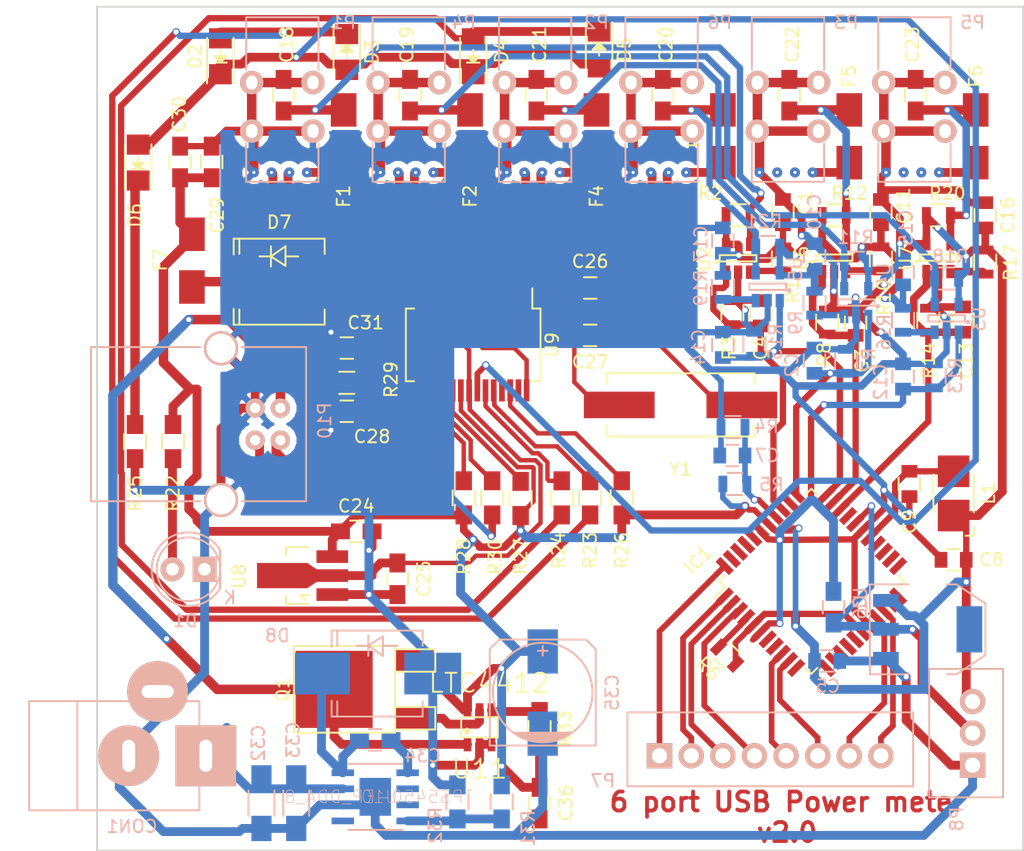
<source format=kicad_pcb>
(kicad_pcb (version 4) (host pcbnew 4.0.1-stable)
  (title_block (date 2016-04-18))
  (layers (0 F.Cu signal) (31 B.Cu signal) (34 B.Paste user) (35 F.Paste user) (36 B.SilkS user) (37 F.SilkS user) (38 B.Mask user) (39 F.Mask user) (44 Edge.Cuts user))
  (net 0 "")
  (net 1 GND)
  (net 2 "Net-(C2-Pad2)")
  (net 3 "Net-(C3-Pad2)")
  (net 4 "Net-(C4-Pad2)")
  (net 5 "Net-(C7-Pad2)")
  (net 6 "Net-(C9-Pad2)")
  (net 7 "Net-(C12-Pad2)")
  (net 8 "Net-(C13-Pad2)")
  (net 9 "Net-(C14-Pad2)")
  (net 10 "Net-(IC1-Pad4)")
  (net 11 "Net-(IC1-Pad7)")
  (net 12 "Net-(IC1-Pad8)")
  (net 13 "Net-(IC1-Pad11)")
  (net 14 "Net-(IC1-Pad12)")
  (net 15 "Net-(IC1-Pad13)")
  (net 16 "Net-(IC1-Pad14)")
  (net 17 "Net-(IC1-Pad15)")
  (net 18 "Net-(IC1-Pad16)")
  (net 19 "Net-(IC1-Pad21)")
  (net 20 "Net-(IC1-Pad22)")
  (net 21 "Net-(IC1-Pad23)")
  (net 22 "Net-(IC1-Pad24)")
  (net 23 "Net-(IC1-Pad25)")
  (net 24 "Net-(IC1-Pad26)")
  (net 25 "Net-(IC1-Pad30)")
  (net 26 "Net-(IC1-Pad40)")
  (net 27 "Net-(IC1-Pad41)")
  (net 28 "Net-(IC1-Pad42)")
  (net 29 "Net-(IC1-Pad43)")
  (net 30 "Net-(R1-Pad2)")
  (net 31 "Net-(R9-Pad2)")
  (net 32 "Net-(R10-Pad2)")
  (net 33 "Net-(R16-Pad2)")
  (net 34 "Net-(R17-Pad2)")
  (net 35 "Net-(R19-Pad2)")
  (net 36 "Net-(P3-Pad2)")
  (net 37 "Net-(P3-Pad3)")
  (net 38 "Net-(P5-Pad2)")
  (net 39 "Net-(P5-Pad3)")
  (net 40 +5V)
  (net 41 +2.5V)
  (net 42 MOSI)
  (net 43 MISO)
  (net 44 SCK)
  (net 45 RXD)
  (net 46 TXD)
  (net 47 SCL)
  (net 48 SDA)
  (net 49 SS)
  (net 50 "Net-(U1-Pad4)")
  (net 51 "Net-(C18-Pad2)")
  (net 52 "Net-(C19-Pad2)")
  (net 53 "Net-(C20-Pad2)")
  (net 54 "Net-(C21-Pad2)")
  (net 55 "Net-(C22-Pad2)")
  (net 56 "Net-(C23-Pad2)")
  (net 57 "Net-(C26-Pad1)")
  (net 58 "Net-(C26-Pad2)")
  (net 59 "Net-(C27-Pad2)")
  (net 60 "Net-(D1-Pad2)")
  (net 61 "Net-(D2-Pad1)")
  (net 62 "Net-(D2-Pad2)")
  (net 63 "Net-(D4-Pad2)")
  (net 64 "Net-(D6-Pad1)")
  (net 65 "Net-(F1-Pad2)")
  (net 66 "Net-(F2-Pad2)")
  (net 67 "Net-(F3-Pad1)")
  (net 68 "Net-(F4-Pad1)")
  (net 69 "Net-(F5-Pad1)")
  (net 70 "Net-(F6-Pad1)")
  (net 71 D1-)
  (net 72 D1+)
  (net 73 D3-)
  (net 74 D3+)
  (net 75 D2-)
  (net 76 D2+)
  (net 77 D4-)
  (net 78 D4+)
  (net 79 "Net-(R23-Pad2)")
  (net 80 "Net-(R24-Pad2)")
  (net 81 "Net-(R26-Pad2)")
  (net 82 "Net-(R27-Pad2)")
  (net 83 "Net-(R28-Pad2)")
  (net 84 "Net-(R29-Pad1)")
  (net 85 "Net-(R30-Pad2)")
  (net 86 "Net-(U9-Pad25)")
  (net 87 "Net-(U9-Pad27)")
  (net 88 "/USB hub/3V3")
  (net 89 "/USB hub/1V8")
  (net 90 D5-)
  (net 91 D5+)
  (net 92 "Net-(C32-Pad1)")
  (net 93 "Net-(C34-Pad1)")
  (net 94 "Net-(C34-Pad2)")
  (net 95 "Net-(D7-Pad1)")
  (net 96 "Net-(R31-Pad1)")
  (net 97 "Net-(U10-Pad2)")
  (net 98 "Net-(U10-Pad3)")
  (net 99 "Net-(U10-Pad5)")
  (net 100 VREG)
  (net 101 "Net-(Q1-Pad1)")
  (net 102 "Net-(R33-Pad2)")
  (module Capacitors_SMD:C_0805_HandSoldering (layer F.Cu) (at 115 80.5)
    (fp_text reference C28 (at 2 2) (layer F.SilkS))
    (fp_text value 10uF)
    (pad 1 smd rect (at -1.25 0) (size 1.5 1.25) (layers F.Cu F.Paste F.Mask) (net 1 GND))
    (pad 2 smd rect (at 1.25 0) (size 1.5 1.25) (layers F.Cu F.Paste F.Mask) (net 88 "/USB hub/3V3"))
  )
  (module Capacitors_SMD:C_0805_HandSoldering (layer F.Cu) (at 101.813575 60.779999 90)
    (fp_text reference C30 (at 3.779999 -0.063575 90) (layer F.SilkS))
    (fp_text value 10uF)
    (pad 1 smd rect (at -1.25 0 90) (size 1.5 1.25) (layers F.Cu F.Paste F.Mask) (net 40 +5V))
    (pad 2 smd rect (at 1.25 0 90) (size 1.5 1.25) (layers F.Cu F.Paste F.Mask) (net 1 GND))
  )
  (module Capacitors_SMD:C_0805_HandSoldering (layer F.Cu) (at 104.313575 60.779999 90)
    (fp_text reference C29 (at -4.220001 0.436425 90) (layer F.SilkS))
    (fp_text value 10nF)
    (pad 1 smd rect (at -1.25 0 90) (size 1.5 1.25) (layers F.Cu F.Paste F.Mask) (net 40 +5V))
    (pad 2 smd rect (at 1.25 0 90) (size 1.5 1.25) (layers F.Cu F.Paste F.Mask) (net 1 GND))
  )
  (module Connect:JACK_ALIM (layer B.Cu) (at 97.75 107.75)
    (fp_text reference CON1 (at 0.254 5.588) (layer B.SilkS) (effects (justify mirror)))
    (fp_text value BARREL_JACK)
    (pad 2 thru_hole circle (at 0 0) (size 4.8006 4.8006) (drill oval 1.016 2.54) (layers *.Cu *.Mask B.SilkS) (net 1 GND))
    (pad 1 thru_hole rect (at 6.096 0) (size 4.8006 4.8006) (drill oval 1.016 2.54) (layers *.Cu *.Mask B.SilkS) (net 92 "Net-(C32-Pad1)"))
    (pad 3 thru_hole circle (at 2.286 -5.08) (size 4.8006 4.8006) (drill oval 2.54 1.016) (layers *.Cu *.Mask B.SilkS) (net 1 GND))
  )
  (module Housings_QFP:TQFP-44_10x10mm_Pitch0.8mm (layer F.Cu) (at 151.75 93.95 45)
    (fp_text reference IC1 (at -5.14 -7.52 45) (layer F.SilkS))
    (fp_text value ATMEGA32-M)
    (pad 1 smd rect (at -5.7 -4 45) (size 1.5 0.55) (layers F.Cu F.Paste F.Mask) (net 42 MOSI))
    (pad 2 smd rect (at -5.7 -3.2 45) (size 1.5 0.55) (layers F.Cu F.Paste F.Mask) (net 43 MISO))
    (pad 3 smd rect (at -5.7 -2.4 45) (size 1.5 0.55) (layers F.Cu F.Paste F.Mask) (net 44 SCK))
    (pad 4 smd rect (at -5.7 -1.6 45) (size 1.5 0.55) (layers F.Cu F.Paste F.Mask) (net 10 "Net-(IC1-Pad4)"))
    (pad 5 smd rect (at -5.7 -0.8 45) (size 1.5 0.55) (layers F.Cu F.Paste F.Mask) (net 40 +5V))
    (pad 6 smd rect (at -5.7 0 45) (size 1.5 0.55) (layers F.Cu F.Paste F.Mask) (net 1 GND))
    (pad 7 smd rect (at -5.7 0.8 45) (size 1.5 0.55) (layers F.Cu F.Paste F.Mask) (net 11 "Net-(IC1-Pad7)"))
    (pad 8 smd rect (at -5.7 1.6 45) (size 1.5 0.55) (layers F.Cu F.Paste F.Mask) (net 12 "Net-(IC1-Pad8)"))
    (pad 9 smd rect (at -5.7 2.4 45) (size 1.5 0.55) (layers F.Cu F.Paste F.Mask) (net 45 RXD))
    (pad 10 smd rect (at -5.7 3.2 45) (size 1.5 0.55) (layers F.Cu F.Paste F.Mask) (net 46 TXD))
    (pad 11 smd rect (at -5.7 4 45) (size 1.5 0.55) (layers F.Cu F.Paste F.Mask) (net 13 "Net-(IC1-Pad11)"))
    (pad 12 smd rect (at -4 5.7 135) (size 1.5 0.55) (layers F.Cu F.Paste F.Mask) (net 14 "Net-(IC1-Pad12)"))
    (pad 13 smd rect (at -3.2 5.7 135) (size 1.5 0.55) (layers F.Cu F.Paste F.Mask) (net 15 "Net-(IC1-Pad13)"))
    (pad 14 smd rect (at -2.4 5.7 135) (size 1.5 0.55) (layers F.Cu F.Paste F.Mask) (net 16 "Net-(IC1-Pad14)"))
    (pad 15 smd rect (at -1.6 5.7 135) (size 1.5 0.55) (layers F.Cu F.Paste F.Mask) (net 17 "Net-(IC1-Pad15)"))
    (pad 16 smd rect (at -0.8 5.7 135) (size 1.5 0.55) (layers F.Cu F.Paste F.Mask) (net 18 "Net-(IC1-Pad16)"))
    (pad 17 smd rect (at 0 5.7 135) (size 1.5 0.55) (layers F.Cu F.Paste F.Mask) (net 40 +5V))
    (pad 18 smd rect (at 0.8 5.7 135) (size 1.5 0.55) (layers F.Cu F.Paste F.Mask) (net 1 GND))
    (pad 19 smd rect (at 1.6 5.7 135) (size 1.5 0.55) (layers F.Cu F.Paste F.Mask) (net 47 SCL))
    (pad 20 smd rect (at 2.4 5.7 135) (size 1.5 0.55) (layers F.Cu F.Paste F.Mask) (net 48 SDA))
    (pad 21 smd rect (at 3.2 5.7 135) (size 1.5 0.55) (layers F.Cu F.Paste F.Mask) (net 19 "Net-(IC1-Pad21)"))
    (pad 22 smd rect (at 4 5.7 135) (size 1.5 0.55) (layers F.Cu F.Paste F.Mask) (net 20 "Net-(IC1-Pad22)"))
    (pad 23 smd rect (at 5.7 4 45) (size 1.5 0.55) (layers F.Cu F.Paste F.Mask) (net 21 "Net-(IC1-Pad23)"))
    (pad 24 smd rect (at 5.7 3.2 45) (size 1.5 0.55) (layers F.Cu F.Paste F.Mask) (net 22 "Net-(IC1-Pad24)"))
    (pad 25 smd rect (at 5.7 2.4 45) (size 1.5 0.55) (layers F.Cu F.Paste F.Mask) (net 23 "Net-(IC1-Pad25)"))
    (pad 26 smd rect (at 5.7 1.6 45) (size 1.5 0.55) (layers F.Cu F.Paste F.Mask) (net 24 "Net-(IC1-Pad26)"))
    (pad 27 smd rect (at 5.7 0.8 45) (size 1.5 0.55) (layers F.Cu F.Paste F.Mask) (net 6 "Net-(C9-Pad2)"))
    (pad 28 smd rect (at 5.7 0 45) (size 1.5 0.55) (layers F.Cu F.Paste F.Mask) (net 1 GND))
    (pad 29 smd rect (at 5.7 -0.8 45) (size 1.5 0.55) (layers F.Cu F.Paste F.Mask) (net 41 +2.5V))
    (pad 30 smd rect (at 5.7 -1.6 45) (size 1.5 0.55) (layers F.Cu F.Paste F.Mask) (net 25 "Net-(IC1-Pad30)"))
    (pad 31 smd rect (at 5.7 -2.4 45) (size 1.5 0.55) (layers F.Cu F.Paste F.Mask) (net 8 "Net-(C13-Pad2)"))
    (pad 32 smd rect (at 5.7 -3.2 45) (size 1.5 0.55) (layers F.Cu F.Paste F.Mask) (net 3 "Net-(C3-Pad2)"))
    (pad 33 smd rect (at 5.7 -4 45) (size 1.5 0.55) (layers F.Cu F.Paste F.Mask) (net 9 "Net-(C14-Pad2)"))
    (pad 34 smd rect (at 4 -5.7 135) (size 1.5 0.55) (layers F.Cu F.Paste F.Mask) (net 2 "Net-(C2-Pad2)"))
    (pad 35 smd rect (at 3.2 -5.7 135) (size 1.5 0.55) (layers F.Cu F.Paste F.Mask) (net 7 "Net-(C12-Pad2)"))
    (pad 36 smd rect (at 2.4 -5.7 135) (size 1.5 0.55) (layers F.Cu F.Paste F.Mask) (net 4 "Net-(C4-Pad2)"))
    (pad 37 smd rect (at 1.6 -5.7 135) (size 1.5 0.55) (layers F.Cu F.Paste F.Mask) (net 5 "Net-(C7-Pad2)"))
    (pad 38 smd rect (at 0.8 -5.7 135) (size 1.5 0.55) (layers F.Cu F.Paste F.Mask) (net 40 +5V))
    (pad 39 smd rect (at 0 -5.7 135) (size 1.5 0.55) (layers F.Cu F.Paste F.Mask) (net 1 GND))
    (pad 40 smd rect (at -0.8 -5.7 135) (size 1.5 0.55) (layers F.Cu F.Paste F.Mask) (net 26 "Net-(IC1-Pad40)"))
    (pad 41 smd rect (at -1.6 -5.7 135) (size 1.5 0.55) (layers F.Cu F.Paste F.Mask) (net 27 "Net-(IC1-Pad41)"))
    (pad 42 smd rect (at -2.4 -5.7 135) (size 1.5 0.55) (layers F.Cu F.Paste F.Mask) (net 28 "Net-(IC1-Pad42)"))
    (pad 43 smd rect (at -3.2 -5.7 135) (size 1.5 0.55) (layers F.Cu F.Paste F.Mask) (net 29 "Net-(IC1-Pad43)"))
    (pad 44 smd rect (at -4 -5.7 135) (size 1.5 0.55) (layers F.Cu F.Paste F.Mask) (net 49 SS))
  )
  (module Capacitors_SMD:C_0805 (layer F.Cu) (at 163 92.25)
    (fp_text reference C8 (at 3 0) (layer F.SilkS))
    (fp_text value 100n)
    (pad 1 smd rect (at -1 0) (size 1 1.25) (layers F.Cu F.Paste F.Mask) (net 1 GND))
    (pad 2 smd rect (at 1 0) (size 1 1.25) (layers F.Cu F.Paste F.Mask) (net 40 +5V))
  )
  (module Resistors_SMD:R_0805 (layer F.Cu) (at 145.95 65)
    (fp_text reference R2 (at -2.2 -1.75) (layer F.SilkS))
    (fp_text value 0.01R)
    (pad 1 smd rect (at -0.95 0) (size 0.7 1.3) (layers F.Cu F.Paste F.Mask) (net 40 +5V))
    (pad 2 smd rect (at 0.95 0) (size 0.7 1.3) (layers F.Cu F.Paste F.Mask) (net 51 "Net-(C18-Pad2)"))
  )
  (module TO_SOT_Packages_SMD:SOT-23-5 (layer B.Cu) (at 162.45 73.15 90)
    (fp_text reference U3 (at -0.05 2.55 90) (layer B.SilkS) (effects (justify mirror)))
    (fp_text value LT6106)
    (pad 1 smd rect (at -1.1 0.95 90) (size 1.06 0.65) (layers B.Cu B.Paste B.Mask) (net 7 "Net-(C12-Pad2)"))
    (pad 2 smd rect (at -1.1 0 90) (size 1.06 0.65) (layers B.Cu B.Paste B.Mask) (net 1 GND))
    (pad 3 smd rect (at -1.1 -0.95 90) (size 1.06 0.65) (layers B.Cu B.Paste B.Mask) (net 33 "Net-(R16-Pad2)"))
    (pad 4 smd rect (at 1.1 -0.95 90) (size 1.06 0.65) (layers B.Cu B.Paste B.Mask) (net 52 "Net-(C19-Pad2)"))
    (pad 5 smd rect (at 1.1 0.95 90) (size 1.06 0.65) (layers B.Cu B.Paste B.Mask) (net 40 +5V))
  )
  (module Connect:USB_B (layer B.Cu) (at 109.74898 80.25 180)
    (fp_text reference P10 (at -3.50102 -1 450) (layer B.SilkS) (effects (justify mirror)))
    (fp_text value USB_B)
    (pad 2 thru_hole circle (at 0 -2.54 270) (size 1.524 1.524) (drill 0.8128) (layers *.Cu *.Mask B.SilkS) (net 90 D5-))
    (pad 1 thru_hole circle (at 0 0 270) (size 1.524 1.524) (drill 0.8128) (layers *.Cu *.Mask B.SilkS) (net 100 VREG))
    (pad 4 thru_hole circle (at 1.99898 0 270) (size 1.524 1.524) (drill 0.8128) (layers *.Cu *.Mask B.SilkS) (net 1 GND))
    (pad 3 thru_hole circle (at 1.99898 -2.54 270) (size 1.524 1.524) (drill 0.8128) (layers *.Cu *.Mask B.SilkS) (net 91 D5+))
    (pad 5 thru_hole circle (at 4.699 -7.26948 270) (size 2.70002 2.70002) (drill 2.30124) (layers *.Cu *.Mask B.SilkS) (net 1 GND))
    (pad 5 thru_hole circle (at 4.699 4.72948 270) (size 2.70002 2.70002) (drill 2.30124) (layers *.Cu *.Mask B.SilkS) (net 1 GND))
  )
  (module USB-A_vertical1:USB_A_Vertical (layer B.Cu) (at 129.75 54.5)
    (fp_text reference P2 (at 5 -4.75) (layer B.SilkS) (effects (justify mirror)))
    (fp_text value USB_A)
    (pad 5 thru_hole oval (at -2.27 3.84) (size 1.85 1.85) (drill oval 0.9 1.1) (layers *.Cu *.Mask B.SilkS) (net 1 GND))
    (pad 5 thru_hole oval (at -2.27 0) (size 1.85 1.85) (drill oval 0.9 1.1) (layers *.Cu *.Mask B.SilkS) (net 1 GND))
    (pad 5 thru_hole oval (at 2.57 0) (size 1.85 1.85) (drill oval 0.9 1.1) (layers *.Cu *.Mask B.SilkS) (net 1 GND))
    (pad 1 thru_hole circle (at 2.1 7.11) (size 0.8 0.8) (drill 0.25) (layers *.Cu *.Mask) (net 68 "Net-(F4-Pad1)"))
    (pad 2 thru_hole circle (at 0.7 7.11) (size 0.8 0.8) (drill 0.25) (layers *.Cu *.Mask) (net 73 D3-))
    (pad 3 thru_hole circle (at -0.7 7.11) (size 0.8 0.8) (drill 0.25) (layers *.Cu *.Mask) (net 74 D3+))
    (pad 5 thru_hole oval (at 2.57 3.84) (size 1.85 1.85) (drill oval 0.9 1.1) (layers *.Cu *.Mask B.SilkS) (net 1 GND))
    (pad 4 thru_hole circle (at -2.1 7.11) (size 0.8 0.8) (drill 0.25) (layers *.Cu *.Mask) (net 1 GND))
  )
  (module USB-A_vertical1:USB_A_Vertical (layer B.Cu) (at 149.75 54.5)
    (fp_text reference P3 (at 4.75 -4.75) (layer B.SilkS) (effects (justify mirror)))
    (fp_text value USB_A)
    (pad 5 thru_hole oval (at -2.27 3.84) (size 1.85 1.85) (drill oval 0.9 1.1) (layers *.Cu *.Mask B.SilkS) (net 1 GND))
    (pad 5 thru_hole oval (at -2.27 0) (size 1.85 1.85) (drill oval 0.9 1.1) (layers *.Cu *.Mask B.SilkS) (net 1 GND))
    (pad 5 thru_hole oval (at 2.57 0) (size 1.85 1.85) (drill oval 0.9 1.1) (layers *.Cu *.Mask B.SilkS) (net 1 GND))
    (pad 1 thru_hole circle (at 2.1 7.11) (size 0.8 0.8) (drill 0.25) (layers *.Cu *.Mask) (net 69 "Net-(F5-Pad1)"))
    (pad 2 thru_hole circle (at 0.7 7.11) (size 0.8 0.8) (drill 0.25) (layers *.Cu *.Mask) (net 36 "Net-(P3-Pad2)"))
    (pad 3 thru_hole circle (at -0.7 7.11) (size 0.8 0.8) (drill 0.25) (layers *.Cu *.Mask) (net 37 "Net-(P3-Pad3)"))
    (pad 5 thru_hole oval (at 2.57 3.84) (size 1.85 1.85) (drill oval 0.9 1.1) (layers *.Cu *.Mask B.SilkS) (net 1 GND))
    (pad 4 thru_hole circle (at -2.1 7.11) (size 0.8 0.8) (drill 0.25) (layers *.Cu *.Mask) (net 1 GND))
  )
  (module USB-A_vertical1:USB_A_Vertical (layer B.Cu) (at 159.75 54.5)
    (fp_text reference P5 (at 4.75 -4.75) (layer B.SilkS) (effects (justify mirror)))
    (fp_text value USB_A)
    (pad 5 thru_hole oval (at -2.27 3.84) (size 1.85 1.85) (drill oval 0.9 1.1) (layers *.Cu *.Mask B.SilkS) (net 1 GND))
    (pad 5 thru_hole oval (at -2.27 0) (size 1.85 1.85) (drill oval 0.9 1.1) (layers *.Cu *.Mask B.SilkS) (net 1 GND))
    (pad 5 thru_hole oval (at 2.57 0) (size 1.85 1.85) (drill oval 0.9 1.1) (layers *.Cu *.Mask B.SilkS) (net 1 GND))
    (pad 1 thru_hole circle (at 2.1 7.11) (size 0.8 0.8) (drill 0.25) (layers *.Cu *.Mask) (net 70 "Net-(F6-Pad1)"))
    (pad 2 thru_hole circle (at 0.7 7.11) (size 0.8 0.8) (drill 0.25) (layers *.Cu *.Mask) (net 38 "Net-(P5-Pad2)"))
    (pad 3 thru_hole circle (at -0.7 7.11) (size 0.8 0.8) (drill 0.25) (layers *.Cu *.Mask) (net 39 "Net-(P5-Pad3)"))
    (pad 5 thru_hole oval (at 2.57 3.84) (size 1.85 1.85) (drill oval 0.9 1.1) (layers *.Cu *.Mask B.SilkS) (net 1 GND))
    (pad 4 thru_hole circle (at -2.1 7.11) (size 0.8 0.8) (drill 0.25) (layers *.Cu *.Mask) (net 1 GND))
  )
  (module USB-A_vertical1:USB_A_Vertical (layer B.Cu) (at 139.75 54.5)
    (fp_text reference P6 (at 4.75 -4.75) (layer B.SilkS) (effects (justify mirror)))
    (fp_text value USB_A)
    (pad 5 thru_hole oval (at -2.27 3.84) (size 1.85 1.85) (drill oval 0.9 1.1) (layers *.Cu *.Mask B.SilkS) (net 1 GND))
    (pad 5 thru_hole oval (at -2.27 0) (size 1.85 1.85) (drill oval 0.9 1.1) (layers *.Cu *.Mask B.SilkS) (net 1 GND))
    (pad 5 thru_hole oval (at 2.57 0) (size 1.85 1.85) (drill oval 0.9 1.1) (layers *.Cu *.Mask B.SilkS) (net 1 GND))
    (pad 1 thru_hole circle (at 2.1 7.11) (size 0.8 0.8) (drill 0.25) (layers *.Cu *.Mask) (net 67 "Net-(F3-Pad1)"))
    (pad 2 thru_hole circle (at 0.7 7.11) (size 0.8 0.8) (drill 0.25) (layers *.Cu *.Mask) (net 77 D4-))
    (pad 3 thru_hole circle (at -0.7 7.11) (size 0.8 0.8) (drill 0.25) (layers *.Cu *.Mask) (net 78 D4+))
    (pad 5 thru_hole oval (at 2.57 3.84) (size 1.85 1.85) (drill oval 0.9 1.1) (layers *.Cu *.Mask B.SilkS) (net 1 GND))
    (pad 4 thru_hole circle (at -2.1 7.11) (size 0.8 0.8) (drill 0.25) (layers *.Cu *.Mask) (net 1 GND))
  )
  (module USB-A_vertical1:USB_A_Vertical (layer B.Cu) (at 119.75 54.5)
    (fp_text reference P4 (at 4.5 -4.75) (layer B.SilkS) (effects (justify mirror)))
    (fp_text value USB_A)
    (pad 5 thru_hole oval (at -2.27 3.84) (size 1.85 1.85) (drill oval 0.9 1.1) (layers *.Cu *.Mask B.SilkS) (net 1 GND))
    (pad 5 thru_hole oval (at -2.27 0) (size 1.85 1.85) (drill oval 0.9 1.1) (layers *.Cu *.Mask B.SilkS) (net 1 GND))
    (pad 5 thru_hole oval (at 2.57 0) (size 1.85 1.85) (drill oval 0.9 1.1) (layers *.Cu *.Mask B.SilkS) (net 1 GND))
    (pad 1 thru_hole circle (at 2.1 7.11) (size 0.8 0.8) (drill 0.25) (layers *.Cu *.Mask) (net 66 "Net-(F2-Pad2)"))
    (pad 2 thru_hole circle (at 0.7 7.11) (size 0.8 0.8) (drill 0.25) (layers *.Cu *.Mask) (net 75 D2-))
    (pad 3 thru_hole circle (at -0.7 7.11) (size 0.8 0.8) (drill 0.25) (layers *.Cu *.Mask) (net 76 D2+))
    (pad 5 thru_hole oval (at 2.57 3.84) (size 1.85 1.85) (drill oval 0.9 1.1) (layers *.Cu *.Mask B.SilkS) (net 1 GND))
    (pad 4 thru_hole circle (at -2.1 7.11) (size 0.8 0.8) (drill 0.25) (layers *.Cu *.Mask) (net 1 GND))
  )
  (module USB-A_vertical1:USB_A_Vertical (layer B.Cu) (at 109.75 54.5)
    (fp_text reference P1 (at 5 -4.75) (layer B.SilkS) (effects (justify mirror)))
    (fp_text value USB_A)
    (pad 5 thru_hole oval (at -2.27 3.84) (size 1.85 1.85) (drill oval 0.9 1.1) (layers *.Cu *.Mask B.SilkS) (net 1 GND))
    (pad 5 thru_hole oval (at -2.27 0) (size 1.85 1.85) (drill oval 0.9 1.1) (layers *.Cu *.Mask B.SilkS) (net 1 GND))
    (pad 5 thru_hole oval (at 2.57 0) (size 1.85 1.85) (drill oval 0.9 1.1) (layers *.Cu *.Mask B.SilkS) (net 1 GND))
    (pad 1 thru_hole circle (at 2.1 7.11) (size 0.8 0.8) (drill 0.25) (layers *.Cu *.Mask) (net 65 "Net-(F1-Pad2)"))
    (pad 2 thru_hole circle (at 0.7 7.11) (size 0.8 0.8) (drill 0.25) (layers *.Cu *.Mask) (net 71 D1-))
    (pad 3 thru_hole circle (at -0.7 7.11) (size 0.8 0.8) (drill 0.25) (layers *.Cu *.Mask) (net 72 D1+))
    (pad 5 thru_hole oval (at 2.57 3.84) (size 1.85 1.85) (drill oval 0.9 1.1) (layers *.Cu *.Mask B.SilkS) (net 1 GND))
    (pad 4 thru_hole circle (at -2.1 7.11) (size 0.8 0.8) (drill 0.25) (layers *.Cu *.Mask) (net 1 GND))
  )
  (module Capacitors_SMD:C_0805_HandSoldering (layer F.Cu) (at 120 55.5 270)
    (fp_text reference C19 (at -4 0.25 270) (layer F.SilkS))
    (fp_text value 10uF)
    (pad 1 smd rect (at -1.25 0 270) (size 1.5 1.25) (layers F.Cu F.Paste F.Mask) (net 1 GND))
    (pad 2 smd rect (at 1.25 0 270) (size 1.5 1.25) (layers F.Cu F.Paste F.Mask) (net 52 "Net-(C19-Pad2)"))
  )
  (module Capacitors_SMD:C_0805_HandSoldering (layer F.Cu) (at 140 55.5 270)
    (fp_text reference C20 (at -4 -0.25 270) (layer F.SilkS))
    (fp_text value 10uF)
    (pad 1 smd rect (at -1.25 0 270) (size 1.5 1.25) (layers F.Cu F.Paste F.Mask) (net 1 GND))
    (pad 2 smd rect (at 1.25 0 270) (size 1.5 1.25) (layers F.Cu F.Paste F.Mask) (net 53 "Net-(C20-Pad2)"))
  )
  (module Capacitors_SMD:C_0805_HandSoldering (layer F.Cu) (at 130 55.5 270)
    (fp_text reference C21 (at -4 -0.25 270) (layer F.SilkS))
    (fp_text value 10uF)
    (pad 1 smd rect (at -1.25 0 270) (size 1.5 1.25) (layers F.Cu F.Paste F.Mask) (net 1 GND))
    (pad 2 smd rect (at 1.25 0 270) (size 1.5 1.25) (layers F.Cu F.Paste F.Mask) (net 54 "Net-(C21-Pad2)"))
  )
  (module Capacitors_SMD:C_0805_HandSoldering (layer F.Cu) (at 150 55.5 270)
    (fp_text reference C22 (at -4 -0.25 270) (layer F.SilkS))
    (fp_text value 10uF)
    (pad 1 smd rect (at -1.25 0 270) (size 1.5 1.25) (layers F.Cu F.Paste F.Mask) (net 1 GND))
    (pad 2 smd rect (at 1.25 0 270) (size 1.5 1.25) (layers F.Cu F.Paste F.Mask) (net 55 "Net-(C22-Pad2)"))
  )
  (module Capacitors_SMD:C_0805_HandSoldering (layer F.Cu) (at 160 55.5 270)
    (fp_text reference C23 (at -4 0.25 270) (layer F.SilkS))
    (fp_text value 10uF)
    (pad 1 smd rect (at -1.25 0 270) (size 1.5 1.25) (layers F.Cu F.Paste F.Mask) (net 1 GND))
    (pad 2 smd rect (at 1.25 0 270) (size 1.5 1.25) (layers F.Cu F.Paste F.Mask) (net 56 "Net-(C23-Pad2)"))
  )
  (module Capacitors_SMD:C_0805_HandSoldering (layer F.Cu) (at 115.75 90 180)
    (fp_text reference C24 (at 0 2 180) (layer F.SilkS))
    (fp_text value 4.7uF)
    (pad 1 smd rect (at -1.25 0 180) (size 1.5 1.25) (layers F.Cu F.Paste F.Mask) (net 1 GND))
    (pad 2 smd rect (at 1.25 0 180) (size 1.5 1.25) (layers F.Cu F.Paste F.Mask) (net 40 +5V))
  )
  (module Capacitors_SMD:C_0805_HandSoldering (layer F.Cu) (at 119 93.75 270)
    (fp_text reference C25 (at 0 -2.1 270) (layer F.SilkS))
    (fp_text value 4.7uF)
    (pad 1 smd rect (at -1.25 0 270) (size 1.5 1.25) (layers F.Cu F.Paste F.Mask) (net 88 "/USB hub/3V3"))
    (pad 2 smd rect (at 1.25 0 270) (size 1.5 1.25) (layers F.Cu F.Paste F.Mask) (net 1 GND))
  )
  (module Capacitors_SMD:C_0805_HandSoldering (layer F.Cu) (at 134.25 70.75)
    (fp_text reference C26 (at 0 -2.1) (layer F.SilkS))
    (fp_text value 10pF)
    (pad 1 smd rect (at -1.25 0) (size 1.5 1.25) (layers F.Cu F.Paste F.Mask) (net 57 "Net-(C26-Pad1)"))
    (pad 2 smd rect (at 1.25 0) (size 1.5 1.25) (layers F.Cu F.Paste F.Mask) (net 58 "Net-(C26-Pad2)"))
  )
  (module Capacitors_SMD:C_0805_HandSoldering (layer F.Cu) (at 134.25 74.5 180)
    (fp_text reference C27 (at 0 -2.1 180) (layer F.SilkS))
    (fp_text value 10pF)
    (pad 1 smd rect (at -1.25 0 180) (size 1.5 1.25) (layers F.Cu F.Paste F.Mask) (net 57 "Net-(C26-Pad1)"))
    (pad 2 smd rect (at 1.25 0 180) (size 1.5 1.25) (layers F.Cu F.Paste F.Mask) (net 59 "Net-(C27-Pad2)"))
  )
  (module Diodes_SMD:SMC_Standard (layer F.Cu) (at 109.65106 70.25)
    (fp_text reference D7 (at 0 -4.7) (layer F.SilkS))
    (fp_text value 5.1V)
    (pad 1 smd rect (at -3.40106 0 90) (size 3.29946 2.49936) (layers F.Cu F.Paste F.Mask) (net 95 "Net-(D7-Pad1)"))
    (pad 2 smd rect (at 3.40106 0 90) (size 3.29946 2.49936) (layers F.Cu F.Paste F.Mask) (net 1 GND))
  )
  (module Fuse_Holders_and_Fuses:Fuse_SMD1206_HandSoldering (layer F.Cu) (at 114.75 58.75 270)
    (fp_text reference F1 (at 4.75 0 270) (layer F.SilkS))
    (fp_text value F_Small)
    (pad 1 smd rect (at -2.08534 0) (size 2.02946 2.65176) (layers F.Cu F.Paste F.Mask) (net 51 "Net-(C18-Pad2)"))
    (pad 2 smd rect (at 2.08534 0) (size 2.02946 2.65176) (layers F.Cu F.Paste F.Mask) (net 65 "Net-(F1-Pad2)"))
  )
  (module Fuse_Holders_and_Fuses:Fuse_SMD1206_HandSoldering (layer F.Cu) (at 124.75 58.75 270)
    (fp_text reference F2 (at 4.75 0 270) (layer F.SilkS))
    (fp_text value F_Small)
    (pad 1 smd rect (at -2.08534 0) (size 2.02946 2.65176) (layers F.Cu F.Paste F.Mask) (net 52 "Net-(C19-Pad2)"))
    (pad 2 smd rect (at 2.08534 0) (size 2.02946 2.65176) (layers F.Cu F.Paste F.Mask) (net 66 "Net-(F2-Pad2)"))
  )
  (module Fuse_Holders_and_Fuses:Fuse_SMD1206_HandSoldering (layer F.Cu) (at 144.75 58.75 90)
    (fp_text reference F3 (at -0.0508 -2.19964 90) (layer F.SilkS))
    (fp_text value F_Small)
    (pad 1 smd rect (at -2.08534 0 180) (size 2.02946 2.65176) (layers F.Cu F.Paste F.Mask) (net 67 "Net-(F3-Pad1)"))
    (pad 2 smd rect (at 2.08534 0 180) (size 2.02946 2.65176) (layers F.Cu F.Paste F.Mask) (net 53 "Net-(C20-Pad2)"))
  )
  (module Fuse_Holders_and_Fuses:Fuse_SMD1206_HandSoldering (layer F.Cu) (at 134.75 58.75 90)
    (fp_text reference F4 (at -4.75 0 90) (layer F.SilkS))
    (fp_text value F_Small)
    (pad 1 smd rect (at -2.08534 0 180) (size 2.02946 2.65176) (layers F.Cu F.Paste F.Mask) (net 68 "Net-(F4-Pad1)"))
    (pad 2 smd rect (at 2.08534 0 180) (size 2.02946 2.65176) (layers F.Cu F.Paste F.Mask) (net 54 "Net-(C21-Pad2)"))
  )
  (module Resistors_SMD:R_0805_HandSoldering (layer F.Cu) (at 136.75 87.35 90)
    (fp_text reference R26 (at -4.15 0 90) (layer F.SilkS))
    (fp_text value 10K)
    (pad 1 smd rect (at -1.35 0 90) (size 1.5 1.3) (layers F.Cu F.Paste F.Mask) (net 40 +5V))
    (pad 2 smd rect (at 1.35 0 90) (size 1.5 1.3) (layers F.Cu F.Paste F.Mask) (net 81 "Net-(R26-Pad2)"))
  )
  (module Resistors_SMD:R_0805_HandSoldering (layer F.Cu) (at 128.75 87.4 90)
    (fp_text reference R27 (at -4.6 0 90) (layer F.SilkS))
    (fp_text value 10K)
    (pad 1 smd rect (at -1.35 0 90) (size 1.5 1.3) (layers F.Cu F.Paste F.Mask) (net 40 +5V))
    (pad 2 smd rect (at 1.35 0 90) (size 1.5 1.3) (layers F.Cu F.Paste F.Mask) (net 82 "Net-(R27-Pad2)"))
  )
  (module Resistors_SMD:R_0805_HandSoldering (layer F.Cu) (at 124.25 87.35 90)
    (fp_text reference R28 (at -4.65 0 90) (layer F.SilkS))
    (fp_text value 10K)
    (pad 1 smd rect (at -1.35 0 90) (size 1.5 1.3) (layers F.Cu F.Paste F.Mask) (net 40 +5V))
    (pad 2 smd rect (at 1.35 0 90) (size 1.5 1.3) (layers F.Cu F.Paste F.Mask) (net 83 "Net-(R28-Pad2)"))
  )
  (module Resistors_SMD:R_0805_HandSoldering (layer F.Cu) (at 115 78.25 180)
    (fp_text reference R29 (at -3.5 0.25 270) (layer F.SilkS))
    (fp_text value 2.7K)
    (pad 1 smd rect (at -1.35 0 180) (size 1.5 1.3) (layers F.Cu F.Paste F.Mask) (net 84 "Net-(R29-Pad1)"))
    (pad 2 smd rect (at 1.35 0 180) (size 1.5 1.3) (layers F.Cu F.Paste F.Mask) (net 1 GND))
  )
  (module TO_SOT_Packages_SMD:SOT89-3_Housing_Handsoldering (layer F.Cu) (at 111.5007 93.5 90)
    (fp_text reference U8 (at -0.0508 -5.00126 90) (layer F.SilkS))
    (fp_text value AP1117E33)
    (pad 1 smd rect (at -1.50114 2.35204 90) (size 1.00076 2.5019) (layers F.Cu F.Paste F.Mask) (net 1 GND))
    (pad 2 smd rect (at 0 2.35204 90) (size 1.00076 2.5019) (layers F.Cu F.Paste F.Mask) (net 88 "/USB hub/3V3"))
    (pad 3 smd rect (at 1.50114 2.35204 90) (size 1.00076 2.5019) (layers F.Cu F.Paste F.Mask) (net 40 +5V))
    (pad 2 smd rect (at 0 -1.6002 90) (size 1.99898 4.0005) (layers F.Cu F.Paste F.Mask) (net 88 "/USB hub/3V3"))
    (pad 2 smd trapezoid (at 0 0.7493 270) (size 1.50114 0.7493) (rect_delta 0 0.50038) (layers F.Cu F.Paste F.Mask) (net 88 "/USB hub/3V3"))
  )
  (module Housings_SSOP:SSOP-28_5.3x10.2mm_Pitch0.65mm (layer F.Cu) (at 125 75.25 270)
    (fp_text reference U9 (at 0 -6.25 270) (layer F.SilkS))
    (fp_text value FE1.1s)
    (pad 1 smd rect (at -3.6 -4.225 270) (size 1.75 0.45) (layers F.Cu F.Paste F.Mask) (net 57 "Net-(C26-Pad1)"))
    (pad 2 smd rect (at -3.6 -3.575 270) (size 1.75 0.45) (layers F.Cu F.Paste F.Mask) (net 58 "Net-(C26-Pad2)"))
    (pad 3 smd rect (at -3.6 -2.925 270) (size 1.75 0.45) (layers F.Cu F.Paste F.Mask) (net 59 "Net-(C27-Pad2)"))
    (pad 4 smd rect (at -3.6 -2.275 270) (size 1.75 0.45) (layers F.Cu F.Paste F.Mask) (net 77 D4-))
    (pad 5 smd rect (at -3.6 -1.625 270) (size 1.75 0.45) (layers F.Cu F.Paste F.Mask) (net 78 D4+))
    (pad 6 smd rect (at -3.6 -0.975 270) (size 1.75 0.45) (layers F.Cu F.Paste F.Mask) (net 73 D3-))
    (pad 7 smd rect (at -3.6 -0.325 270) (size 1.75 0.45) (layers F.Cu F.Paste F.Mask) (net 74 D3+))
    (pad 8 smd rect (at -3.6 0.325 270) (size 1.75 0.45) (layers F.Cu F.Paste F.Mask) (net 75 D2-))
    (pad 9 smd rect (at -3.6 0.975 270) (size 1.75 0.45) (layers F.Cu F.Paste F.Mask) (net 76 D2+))
    (pad 10 smd rect (at -3.6 1.625 270) (size 1.75 0.45) (layers F.Cu F.Paste F.Mask) (net 71 D1-))
    (pad 11 smd rect (at -3.6 2.275 270) (size 1.75 0.45) (layers F.Cu F.Paste F.Mask) (net 72 D1+))
    (pad 12 smd rect (at -3.6 2.925 270) (size 1.75 0.45) (layers F.Cu F.Paste F.Mask) (net 89 "/USB hub/1V8"))
    (pad 13 smd rect (at -3.6 3.575 270) (size 1.75 0.45) (layers F.Cu F.Paste F.Mask) (net 88 "/USB hub/3V3"))
    (pad 14 smd rect (at -3.6 4.225 270) (size 1.75 0.45) (layers F.Cu F.Paste F.Mask) (net 84 "Net-(R29-Pad1)"))
    (pad 15 smd rect (at 3.6 4.225 270) (size 1.75 0.45) (layers F.Cu F.Paste F.Mask) (net 90 D5-))
    (pad 16 smd rect (at 3.6 3.575 270) (size 1.75 0.45) (layers F.Cu F.Paste F.Mask) (net 91 D5+))
    (pad 17 smd rect (at 3.6 2.925 270) (size 1.75 0.45) (layers F.Cu F.Paste F.Mask) (net 83 "Net-(R28-Pad2)"))
    (pad 18 smd rect (at 3.6 2.275 270) (size 1.75 0.45) (layers F.Cu F.Paste F.Mask) (net 85 "Net-(R30-Pad2)"))
    (pad 19 smd rect (at 3.6 1.625 270) (size 1.75 0.45) (layers F.Cu F.Paste F.Mask) (net 82 "Net-(R27-Pad2)"))
    (pad 20 smd rect (at 3.6 0.975 270) (size 1.75 0.45) (layers F.Cu F.Paste F.Mask) (net 40 +5V))
    (pad 21 smd rect (at 3.6 0.325 270) (size 1.75 0.45) (layers F.Cu F.Paste F.Mask) (net 88 "/USB hub/3V3"))
    (pad 22 smd rect (at 3.6 -0.325 270) (size 1.75 0.45) (layers F.Cu F.Paste F.Mask) (net 61 "Net-(D2-Pad1)"))
    (pad 23 smd rect (at 3.6 -0.975 270) (size 1.75 0.45) (layers F.Cu F.Paste F.Mask) (net 80 "Net-(R24-Pad2)"))
    (pad 24 smd rect (at 3.6 -1.625 270) (size 1.75 0.45) (layers F.Cu F.Paste F.Mask) (net 79 "Net-(R23-Pad2)"))
    (pad 25 smd rect (at 3.6 -2.275 270) (size 1.75 0.45) (layers F.Cu F.Paste F.Mask) (net 86 "Net-(U9-Pad25)"))
    (pad 26 smd rect (at 3.6 -2.925 270) (size 1.75 0.45) (layers F.Cu F.Paste F.Mask) (net 81 "Net-(R26-Pad2)"))
    (pad 27 smd rect (at 3.6 -3.575 270) (size 1.75 0.45) (layers F.Cu F.Paste F.Mask) (net 87 "Net-(U9-Pad27)"))
    (pad 28 smd rect (at 3.6 -4.225 270) (size 1.75 0.45) (layers F.Cu F.Paste F.Mask) (net 89 "/USB hub/1V8"))
  )
  (module Crystals:Crystal_HC49-SD_SMD (layer F.Cu) (at 141.40114 80 180)
    (fp_text reference Y1 (at 0 -5.08 180) (layer F.SilkS))
    (fp_text value 12Mhz)
    (pad 1 smd rect (at -4.84886 0 180) (size 5.6007 2.10058) (layers F.Cu F.Paste F.Mask) (net 58 "Net-(C26-Pad2)"))
    (pad 2 smd rect (at 4.84886 0 180) (size 5.6007 2.10058) (layers F.Cu F.Paste F.Mask) (net 59 "Net-(C27-Pad2)"))
  )
  (module Fuse_Holders_and_Fuses:Fuse_SMD1206_HandSoldering (layer F.Cu) (at 102.75 68.58534 270)
    (fp_text reference F7 (at -0.0508 2.5 270) (layer F.SilkS))
    (fp_text value F_Small)
    (pad 1 smd rect (at -2.08534 0) (size 2.02946 2.65176) (layers F.Cu F.Paste F.Mask) (net 40 +5V))
    (pad 2 smd rect (at 2.08534 0) (size 2.02946 2.65176) (layers F.Cu F.Paste F.Mask) (net 95 "Net-(D7-Pad1)"))
  )
  (module Capacitors_SMD:C_0805_HandSoldering (layer F.Cu) (at 110 55.5 270)
    (fp_text reference C18 (at -4 -0.25 270) (layer F.SilkS))
    (fp_text value 10uF)
    (pad 1 smd rect (at -1.25 0 270) (size 1.5 1.25) (layers F.Cu F.Paste F.Mask) (net 1 GND))
    (pad 2 smd rect (at 1.25 0 270) (size 1.5 1.25) (layers F.Cu F.Paste F.Mask) (net 51 "Net-(C18-Pad2)"))
  )
  (module LEDs:LED-5MM (layer B.Cu) (at 103.75 93 180)
    (fp_text reference D1 (at 1.524 -4.064 180) (layer B.SilkS) (effects (justify mirror)))
    (fp_text value Power)
    (fp_text user K (at -2 -2.25 180) (layer B.SilkS) (effects (justify mirror)))
    (pad 1 thru_hole rect (at 0 0 90) (size 2 1.9) (drill 1.00076) (layers *.Cu *.Mask B.SilkS) (net 1 GND))
    (pad 2 thru_hole circle (at 2.54 0 180) (size 1.9 1.9) (drill 1.00076) (layers *.Cu *.Mask B.SilkS) (net 60 "Net-(D1-Pad2)"))
  )
  (module Fuse_Holders_and_Fuses:Fuse_SMD1206_HandSoldering (layer F.Cu) (at 154.75 58.75 90)
    (fp_text reference F5 (at 4.75 0 90) (layer F.SilkS))
    (fp_text value F_Small)
    (pad 1 smd rect (at -2.08534 0 180) (size 2.02946 2.65176) (layers F.Cu F.Paste F.Mask) (net 69 "Net-(F5-Pad1)"))
    (pad 2 smd rect (at 2.08534 0 180) (size 2.02946 2.65176) (layers F.Cu F.Paste F.Mask) (net 55 "Net-(C22-Pad2)"))
  )
  (module Fuse_Holders_and_Fuses:Fuse_SMD1206_HandSoldering (layer F.Cu) (at 164.75 58.75 90)
    (fp_text reference F6 (at 4.75 0 90) (layer F.SilkS))
    (fp_text value F_Small)
    (pad 1 smd rect (at -2.08534 0 180) (size 2.02946 2.65176) (layers F.Cu F.Paste F.Mask) (net 70 "Net-(F6-Pad1)"))
    (pad 2 smd rect (at 2.08534 0 180) (size 2.02946 2.65176) (layers F.Cu F.Paste F.Mask) (net 56 "Net-(C23-Pad2)"))
  )
  (module Resistors_SMD:R_0805_HandSoldering (layer F.Cu) (at 101.25 82.9 270)
    (fp_text reference R22 (at 4.1 0 270) (layer F.SilkS))
    (fp_text value 330)
    (pad 1 smd rect (at -1.35 0 270) (size 1.5 1.3) (layers F.Cu F.Paste F.Mask) (net 40 +5V))
    (pad 2 smd rect (at 1.35 0 270) (size 1.5 1.3) (layers F.Cu F.Paste F.Mask) (net 60 "Net-(D1-Pad2)"))
  )
  (module Resistors_SMD:R_0805_HandSoldering (layer F.Cu) (at 134.25 87.35 90)
    (fp_text reference R23 (at -4.15 0 90) (layer F.SilkS))
    (fp_text value 330)
    (pad 1 smd rect (at -1.35 0 90) (size 1.5 1.3) (layers F.Cu F.Paste F.Mask) (net 62 "Net-(D2-Pad2)"))
    (pad 2 smd rect (at 1.35 0 90) (size 1.5 1.3) (layers F.Cu F.Paste F.Mask) (net 79 "Net-(R23-Pad2)"))
  )
  (module Resistors_SMD:R_0805_HandSoldering (layer F.Cu) (at 132 87.35 90)
    (fp_text reference R24 (at -4.15 -0.25 90) (layer F.SilkS))
    (fp_text value 330)
    (pad 1 smd rect (at -1.35 0 90) (size 1.5 1.3) (layers F.Cu F.Paste F.Mask) (net 63 "Net-(D4-Pad2)"))
    (pad 2 smd rect (at 1.35 0 90) (size 1.5 1.3) (layers F.Cu F.Paste F.Mask) (net 80 "Net-(R24-Pad2)"))
  )
  (module Resistors_SMD:R_0805_HandSoldering (layer F.Cu) (at 98.25 82.9 270)
    (fp_text reference R25 (at 4.1 0 270) (layer F.SilkS))
    (fp_text value 330)
    (pad 1 smd rect (at -1.35 0 270) (size 1.5 1.3) (layers F.Cu F.Paste F.Mask) (net 64 "Net-(D6-Pad1)"))
    (pad 2 smd rect (at 1.35 0 270) (size 1.5 1.3) (layers F.Cu F.Paste F.Mask) (net 1 GND))
  )
  (module Resistors_SMD:R_0805_HandSoldering (layer F.Cu) (at 126.5 87.35 90)
    (fp_text reference R30 (at -4.65 0.25 90) (layer F.SilkS))
    (fp_text value 10K)
    (pad 1 smd rect (at -1.35 0 90) (size 1.5 1.3) (layers F.Cu F.Paste F.Mask) (net 1 GND))
    (pad 2 smd rect (at 1.35 0 90) (size 1.5 1.3) (layers F.Cu F.Paste F.Mask) (net 85 "Net-(R30-Pad2)"))
  )
  (module Capacitors_SMD:C_0805 (layer F.Cu) (at 149.5 64.75 270)
    (fp_text reference C1 (at -0.75 -1.75 270) (layer F.SilkS))
    (fp_text value 100n)
    (pad 1 smd rect (at -1 0 270) (size 1 1.25) (layers F.Cu F.Paste F.Mask) (net 1 GND))
    (pad 2 smd rect (at 1 0 270) (size 1 1.25) (layers F.Cu F.Paste F.Mask) (net 40 +5V))
  )
  (module Capacitors_SMD:C_0805 (layer B.Cu) (at 152 76.5 270)
    (fp_text reference C2 (at 0.35 1.8 270) (layer B.SilkS) (effects (justify mirror)))
    (fp_text value 1n)
    (pad 1 smd rect (at -1 0 270) (size 1 1.25) (layers B.Cu B.Paste B.Mask) (net 1 GND))
    (pad 2 smd rect (at 1 0 270) (size 1 1.25) (layers B.Cu B.Paste B.Mask) (net 2 "Net-(C2-Pad2)"))
  )
  (module Capacitors_SMD:C_0805 (layer F.Cu) (at 155.25 73.5 270)
    (fp_text reference C3 (at 3 -0.5 270) (layer F.SilkS))
    (fp_text value 1n)
    (pad 1 smd rect (at -1 0 270) (size 1 1.25) (layers F.Cu F.Paste F.Mask) (net 1 GND))
    (pad 2 smd rect (at 1 0 270) (size 1 1.25) (layers F.Cu F.Paste F.Mask) (net 3 "Net-(C3-Pad2)"))
  )
  (module Capacitors_SMD:C_0805 (layer F.Cu) (at 147.75 72.75 270)
    (fp_text reference C4 (at 2.75 0 270) (layer F.SilkS))
    (fp_text value 1n)
    (pad 1 smd rect (at -1 0 270) (size 1 1.25) (layers F.Cu F.Paste F.Mask) (net 1 GND))
    (pad 2 smd rect (at 1 0 270) (size 1 1.25) (layers F.Cu F.Paste F.Mask) (net 4 "Net-(C4-Pad2)"))
  )
  (module Capacitors_SMD:C_0805 (layer B.Cu) (at 153 100.25)
    (fp_text reference C5 (at 0.05 2) (layer B.SilkS) (effects (justify mirror)))
    (fp_text value 100n)
    (pad 1 smd rect (at -1 0) (size 1 1.25) (layers B.Cu B.Paste B.Mask) (net 40 +5V))
    (pad 2 smd rect (at 1 0) (size 1 1.25) (layers B.Cu B.Paste B.Mask) (net 1 GND))
  )
  (module Capacitors_SMD:C_0805 (layer B.Cu) (at 145.5 84)
    (fp_text reference C7 (at 2.75 0) (layer B.SilkS) (effects (justify mirror)))
    (fp_text value 1n)
    (pad 1 smd rect (at -1 0) (size 1 1.25) (layers B.Cu B.Paste B.Mask) (net 1 GND))
    (pad 2 smd rect (at 1 0) (size 1 1.25) (layers B.Cu B.Paste B.Mask) (net 5 "Net-(C7-Pad2)"))
  )
  (module Capacitors_SMD:C_0805 (layer F.Cu) (at 159.5 86.25 90)
    (fp_text reference C9 (at -3 0 90) (layer F.SilkS))
    (fp_text value 100n)
    (pad 1 smd rect (at -1 0 90) (size 1 1.25) (layers F.Cu F.Paste F.Mask) (net 1 GND))
    (pad 2 smd rect (at 1 0 90) (size 1 1.25) (layers F.Cu F.Paste F.Mask) (net 6 "Net-(C9-Pad2)"))
  )
  (module Capacitors_SMD:C_0805 (layer B.Cu) (at 152 68.25 270)
    (fp_text reference C10 (at -3.5 0 270) (layer B.SilkS) (effects (justify mirror)))
    (fp_text value 100n)
    (pad 1 smd rect (at -1 0 270) (size 1 1.25) (layers B.Cu B.Paste B.Mask) (net 1 GND))
    (pad 2 smd rect (at 1 0 270) (size 1 1.25) (layers B.Cu B.Paste B.Mask) (net 40 +5V))
  )
  (module Capacitors_SMD:C_0805 (layer F.Cu) (at 157.25 64.75 270)
    (fp_text reference C11 (at -0.5 -1.79 270) (layer F.SilkS))
    (fp_text value 100n)
    (pad 1 smd rect (at -1 0 270) (size 1 1.25) (layers F.Cu F.Paste F.Mask) (net 1 GND))
    (pad 2 smd rect (at 1 0 270) (size 1 1.25) (layers F.Cu F.Paste F.Mask) (net 40 +5V))
  )
  (module Capacitors_SMD:C_0805 (layer B.Cu) (at 159 77.75 270)
    (fp_text reference C12 (at 0.45 1.775 270) (layer B.SilkS) (effects (justify mirror)))
    (fp_text value 1n)
    (pad 1 smd rect (at -1 0 270) (size 1 1.25) (layers B.Cu B.Paste B.Mask) (net 1 GND))
    (pad 2 smd rect (at 1 0 270) (size 1 1.25) (layers B.Cu B.Paste B.Mask) (net 7 "Net-(C12-Pad2)"))
  )
  (module Capacitors_SMD:C_0805 (layer F.Cu) (at 163.75 73.25 270)
    (fp_text reference C13 (at 3.25 -0.25 270) (layer F.SilkS))
    (fp_text value 1n)
    (pad 1 smd rect (at -1 0 270) (size 1 1.25) (layers F.Cu F.Paste F.Mask) (net 1 GND))
    (pad 2 smd rect (at 1 0 270) (size 1 1.25) (layers F.Cu F.Paste F.Mask) (net 8 "Net-(C13-Pad2)"))
  )
  (module Capacitors_SMD:C_0805 (layer B.Cu) (at 144.75 75.25 270)
    (fp_text reference C14 (at 0.2 1.925 270) (layer B.SilkS) (effects (justify mirror)))
    (fp_text value 1n)
    (pad 1 smd rect (at -1 0 270) (size 1 1.25) (layers B.Cu B.Paste B.Mask) (net 1 GND))
    (pad 2 smd rect (at 1 0 270) (size 1 1.25) (layers B.Cu B.Paste B.Mask) (net 9 "Net-(C14-Pad2)"))
  )
  (module Capacitors_SMD:C_0805 (layer B.Cu) (at 159 69.5 270)
    (fp_text reference C15 (at -3.5 -0.25 270) (layer B.SilkS) (effects (justify mirror)))
    (fp_text value 100n)
    (pad 1 smd rect (at -1 0 270) (size 1 1.25) (layers B.Cu B.Paste B.Mask) (net 1 GND))
    (pad 2 smd rect (at 1 0 270) (size 1 1.25) (layers B.Cu B.Paste B.Mask) (net 40 +5V))
  )
  (module Capacitors_SMD:C_0805 (layer F.Cu) (at 165.5 65 270)
    (fp_text reference C16 (at 0 -1.79 270) (layer F.SilkS))
    (fp_text value 100n)
    (pad 1 smd rect (at -1 0 270) (size 1 1.25) (layers F.Cu F.Paste F.Mask) (net 1 GND))
    (pad 2 smd rect (at 1 0 270) (size 1 1.25) (layers F.Cu F.Paste F.Mask) (net 40 +5V))
  )
  (module Capacitors_SMD:C_0805 (layer B.Cu) (at 144.75 67 270)
    (fp_text reference C17 (at 0.25 1.75 270) (layer B.SilkS) (effects (justify mirror)))
    (fp_text value 100n)
    (pad 1 smd rect (at -1 0 270) (size 1 1.25) (layers B.Cu B.Paste B.Mask) (net 1 GND))
    (pad 2 smd rect (at 1 0 270) (size 1 1.25) (layers B.Cu B.Paste B.Mask) (net 40 +5V))
  )
  (module Resistors_SMD:R_0805 (layer F.Cu) (at 149.5 68.45 270)
    (fp_text reference R1 (at 2.55 -0.75 270) (layer F.SilkS))
    (fp_text value 100R)
    (pad 1 smd rect (at -0.95 0 270) (size 0.7 1.3) (layers F.Cu F.Paste F.Mask) (net 40 +5V))
    (pad 2 smd rect (at 0.95 0 270) (size 0.7 1.3) (layers F.Cu F.Paste F.Mask) (net 30 "Net-(R1-Pad2)"))
  )
  (module Resistors_SMD:R_0805 (layer F.Cu) (at 145.5 72.7 270)
    (fp_text reference R3 (at 2.8 0.25 270) (layer F.SilkS))
    (fp_text value 10K)
    (pad 1 smd rect (at -0.95 0 270) (size 0.7 1.3) (layers F.Cu F.Paste F.Mask) (net 1 GND))
    (pad 2 smd rect (at 0.95 0 270) (size 0.7 1.3) (layers F.Cu F.Paste F.Mask) (net 4 "Net-(C4-Pad2)"))
  )
  (module Resistors_SMD:R_0805 (layer B.Cu) (at 145.55 81.75)
    (fp_text reference R4 (at 2.65 -0.05) (layer B.SilkS) (effects (justify mirror)))
    (fp_text value 10K)
    (pad 1 smd rect (at -0.95 0) (size 0.7 1.3) (layers B.Cu B.Paste B.Mask) (net 1 GND))
    (pad 2 smd rect (at 0.95 0) (size 0.7 1.3) (layers B.Cu B.Paste B.Mask) (net 5 "Net-(C7-Pad2)"))
  )
  (module Resistors_SMD:R_0805 (layer B.Cu) (at 145.7 86.25)
    (fp_text reference R5 (at 2.89 0.055) (layer B.SilkS) (effects (justify mirror)))
    (fp_text value 14K)
    (pad 1 smd rect (at -0.95 0) (size 0.7 1.3) (layers B.Cu B.Paste B.Mask) (net 40 +5V))
    (pad 2 smd rect (at 0.95 0) (size 0.7 1.3) (layers B.Cu B.Paste B.Mask) (net 5 "Net-(C7-Pad2)"))
  )
  (module Resistors_SMD:R_0805 (layer F.Cu) (at 145.078249 99.828249 135)
    (fp_text reference R6 (at 0.325 -1.8 135) (layer F.SilkS))
    (fp_text value 10k)
    (pad 1 smd rect (at -0.95 0 135) (size 0.7 1.3) (layers F.Cu F.Paste F.Mask) (net 40 +5V))
    (pad 2 smd rect (at 0.95 0 135) (size 0.7 1.3) (layers F.Cu F.Paste F.Mask) (net 10 "Net-(IC1-Pad4)"))
  )
  (module Resistors_SMD:R_0805 (layer B.Cu) (at 154.5 76.55 270)
    (fp_text reference R7 (at -0.1 -1.8 270) (layer B.SilkS) (effects (justify mirror)))
    (fp_text value 10K)
    (pad 1 smd rect (at -0.95 0 270) (size 0.7 1.3) (layers B.Cu B.Paste B.Mask) (net 1 GND))
    (pad 2 smd rect (at 0.95 0 270) (size 0.7 1.3) (layers B.Cu B.Paste B.Mask) (net 2 "Net-(C2-Pad2)"))
  )
  (module Resistors_SMD:R_0805 (layer F.Cu) (at 153 73.45 270)
    (fp_text reference R8 (at 2.55 0.25 270) (layer F.SilkS))
    (fp_text value 10K)
    (pad 1 smd rect (at -0.95 0 270) (size 0.7 1.3) (layers F.Cu F.Paste F.Mask) (net 1 GND))
    (pad 2 smd rect (at 0.95 0 270) (size 0.7 1.3) (layers F.Cu F.Paste F.Mask) (net 3 "Net-(C3-Pad2)"))
  )
  (module Resistors_SMD:R_0805 (layer B.Cu) (at 152 71.95 270)
    (fp_text reference R9 (at 1.55 1.5 270) (layer B.SilkS) (effects (justify mirror)))
    (fp_text value 100R)
    (pad 1 smd rect (at -0.95 0 270) (size 0.7 1.3) (layers B.Cu B.Paste B.Mask) (net 40 +5V))
    (pad 2 smd rect (at 0.95 0 270) (size 0.7 1.3) (layers B.Cu B.Paste B.Mask) (net 31 "Net-(R9-Pad2)"))
  )
  (module Resistors_SMD:R_0805 (layer F.Cu) (at 157.25 68.45 270)
    (fp_text reference R10 (at 3.05 -0.25 270) (layer F.SilkS))
    (fp_text value 100R)
    (pad 1 smd rect (at -0.95 0 270) (size 0.7 1.3) (layers F.Cu F.Paste F.Mask) (net 40 +5V))
    (pad 2 smd rect (at 0.95 0 270) (size 0.7 1.3) (layers F.Cu F.Paste F.Mask) (net 32 "Net-(R10-Pad2)"))
  )
  (module Resistors_SMD:R_0805 (layer B.Cu) (at 155.3 68.75 180)
    (fp_text reference R11 (at 0.05 2 180) (layer B.SilkS) (effects (justify mirror)))
    (fp_text value 0.01R)
    (pad 1 smd rect (at -0.95 0 180) (size 0.7 1.3) (layers B.Cu B.Paste B.Mask) (net 40 +5V))
    (pad 2 smd rect (at 0.95 0 180) (size 0.7 1.3) (layers B.Cu B.Paste B.Mask) (net 54 "Net-(C21-Pad2)"))
  )
  (module Resistors_SMD:R_0805 (layer F.Cu) (at 153.55 65)
    (fp_text reference R12 (at 1.2 -1.75) (layer F.SilkS))
    (fp_text value 0.01R)
    (pad 1 smd rect (at -0.95 0) (size 0.7 1.3) (layers F.Cu F.Paste F.Mask) (net 40 +5V))
    (pad 2 smd rect (at 0.95 0) (size 0.7 1.3) (layers F.Cu F.Paste F.Mask) (net 55 "Net-(C22-Pad2)"))
  )
  (module Resistors_SMD:R_0805 (layer B.Cu) (at 161.5 77.7 270)
    (fp_text reference R13 (at -0.025 -1.65 270) (layer B.SilkS) (effects (justify mirror)))
    (fp_text value 10K)
    (pad 1 smd rect (at -0.95 0 270) (size 0.7 1.3) (layers B.Cu B.Paste B.Mask) (net 1 GND))
    (pad 2 smd rect (at 0.95 0 270) (size 0.7 1.3) (layers B.Cu B.Paste B.Mask) (net 7 "Net-(C12-Pad2)"))
  )
  (module Resistors_SMD:R_0805 (layer F.Cu) (at 161 73.3 270)
    (fp_text reference R14 (at 3.2 0 270) (layer F.SilkS))
    (fp_text value 10K)
    (pad 1 smd rect (at -0.95 0 270) (size 0.7 1.3) (layers F.Cu F.Paste F.Mask) (net 1 GND))
    (pad 2 smd rect (at 0.95 0 270) (size 0.7 1.3) (layers F.Cu F.Paste F.Mask) (net 8 "Net-(C13-Pad2)"))
  )
  (module Resistors_SMD:R_0805 (layer B.Cu) (at 147.25 75.2 270)
    (fp_text reference R15 (at -0.2 -1.65 270) (layer B.SilkS) (effects (justify mirror)))
    (fp_text value 10K)
    (pad 1 smd rect (at -0.95 0 270) (size 0.7 1.3) (layers B.Cu B.Paste B.Mask) (net 1 GND))
    (pad 2 smd rect (at 0.95 0 270) (size 0.7 1.3) (layers B.Cu B.Paste B.Mask) (net 9 "Net-(C14-Pad2)"))
  )
  (module Resistors_SMD:R_0805 (layer B.Cu) (at 159 73.3 270)
    (fp_text reference R16 (at 0.95 1.5 270) (layer B.SilkS) (effects (justify mirror)))
    (fp_text value 100R)
    (pad 1 smd rect (at -0.95 0 270) (size 0.7 1.3) (layers B.Cu B.Paste B.Mask) (net 40 +5V))
    (pad 2 smd rect (at 0.95 0 270) (size 0.7 1.3) (layers B.Cu B.Paste B.Mask) (net 33 "Net-(R16-Pad2)"))
  )
  (module Resistors_SMD:R_0805 (layer F.Cu) (at 165.5 68.7 270)
    (fp_text reference R17 (at 0.05 -2 270) (layer F.SilkS))
    (fp_text value 100R)
    (pad 1 smd rect (at -0.95 0 270) (size 0.7 1.3) (layers F.Cu F.Paste F.Mask) (net 40 +5V))
    (pad 2 smd rect (at 0.95 0 270) (size 0.7 1.3) (layers F.Cu F.Paste F.Mask) (net 34 "Net-(R17-Pad2)"))
  )
  (module Resistors_SMD:R_0805 (layer B.Cu) (at 162.45 70 180)
    (fp_text reference R18 (at -0.3 1.75 180) (layer B.SilkS) (effects (justify mirror)))
    (fp_text value 0.01R)
    (pad 1 smd rect (at -0.95 0 180) (size 0.7 1.3) (layers B.Cu B.Paste B.Mask) (net 40 +5V))
    (pad 2 smd rect (at 0.95 0 180) (size 0.7 1.3) (layers B.Cu B.Paste B.Mask) (net 52 "Net-(C19-Pad2)"))
  )
  (module Resistors_SMD:R_0805 (layer B.Cu) (at 144.75 70.7 270)
    (fp_text reference R19 (at 0.05 1.75 270) (layer B.SilkS) (effects (justify mirror)))
    (fp_text value 100R)
    (pad 1 smd rect (at -0.95 0 270) (size 0.7 1.3) (layers B.Cu B.Paste B.Mask) (net 40 +5V))
    (pad 2 smd rect (at 0.95 0 270) (size 0.7 1.3) (layers B.Cu B.Paste B.Mask) (net 35 "Net-(R19-Pad2)"))
  )
  (module Resistors_SMD:R_0805 (layer F.Cu) (at 161.8 65)
    (fp_text reference R20 (at 0.7 -1.75) (layer F.SilkS))
    (fp_text value 0.01R)
    (pad 1 smd rect (at -0.95 0) (size 0.7 1.3) (layers F.Cu F.Paste F.Mask) (net 40 +5V))
    (pad 2 smd rect (at 0.95 0) (size 0.7 1.3) (layers F.Cu F.Paste F.Mask) (net 56 "Net-(C23-Pad2)"))
  )
  (module Resistors_SMD:R_0805 (layer B.Cu) (at 148.3 67.5 180)
    (fp_text reference R21 (at 0.3 2 180) (layer B.SilkS) (effects (justify mirror)))
    (fp_text value 0.01R)
    (pad 1 smd rect (at -0.95 0 180) (size 0.7 1.3) (layers B.Cu B.Paste B.Mask) (net 40 +5V))
    (pad 2 smd rect (at 0.95 0 180) (size 0.7 1.3) (layers B.Cu B.Paste B.Mask) (net 53 "Net-(C20-Pad2)"))
  )
  (module TO_SOT_Packages_SMD:SOT-223 (layer B.Cu) (at 160.948 97.75 90)
    (fp_text reference U1 (at 2.35 -5.3 90) (layer B.SilkS) (effects (justify mirror)))
    (fp_text value LM1117MP-2.5)
    (pad 4 smd rect (at 0 3.302 90) (size 3.6576 2.032) (layers B.Cu B.Paste B.Mask) (net 50 "Net-(U1-Pad4)"))
    (pad 2 smd rect (at 0 -3.302 90) (size 1.016 2.032) (layers B.Cu B.Paste B.Mask) (net 41 +2.5V))
    (pad 3 smd rect (at 2.286 -3.302 90) (size 1.016 2.032) (layers B.Cu B.Paste B.Mask) (net 40 +5V))
    (pad 1 smd rect (at -2.286 -3.302 90) (size 1.016 2.032) (layers B.Cu B.Paste B.Mask) (net 1 GND))
  )
  (module TO_SOT_Packages_SMD:SOT-23-5 (layer F.Cu) (at 145.95 68.4 90)
    (fp_text reference U2 (at -0.05 -2.7 90) (layer F.SilkS))
    (fp_text value LT6106)
    (pad 1 smd rect (at -1.1 -0.95 90) (size 1.06 0.65) (layers F.Cu F.Paste F.Mask) (net 4 "Net-(C4-Pad2)"))
    (pad 2 smd rect (at -1.1 0 90) (size 1.06 0.65) (layers F.Cu F.Paste F.Mask) (net 1 GND))
    (pad 3 smd rect (at -1.1 0.95 90) (size 1.06 0.65) (layers F.Cu F.Paste F.Mask) (net 30 "Net-(R1-Pad2)"))
    (pad 4 smd rect (at 1.1 0.95 90) (size 1.06 0.65) (layers F.Cu F.Paste F.Mask) (net 51 "Net-(C18-Pad2)"))
    (pad 5 smd rect (at 1.1 -0.95 90) (size 1.06 0.65) (layers F.Cu F.Paste F.Mask) (net 40 +5V))
  )
  (module TO_SOT_Packages_SMD:SOT-23-5 (layer B.Cu) (at 155.3 71.9 90)
    (fp_text reference U4 (at 2.15 2.2 90) (layer B.SilkS) (effects (justify mirror)))
    (fp_text value LT6106)
    (pad 1 smd rect (at -1.1 0.95 90) (size 1.06 0.65) (layers B.Cu B.Paste B.Mask) (net 2 "Net-(C2-Pad2)"))
    (pad 2 smd rect (at -1.1 0 90) (size 1.06 0.65) (layers B.Cu B.Paste B.Mask) (net 1 GND))
    (pad 3 smd rect (at -1.1 -0.95 90) (size 1.06 0.65) (layers B.Cu B.Paste B.Mask) (net 31 "Net-(R9-Pad2)"))
    (pad 4 smd rect (at 1.1 -0.95 90) (size 1.06 0.65) (layers B.Cu B.Paste B.Mask) (net 54 "Net-(C21-Pad2)"))
    (pad 5 smd rect (at 1.1 0.95 90) (size 1.06 0.65) (layers B.Cu B.Paste B.Mask) (net 40 +5V))
  )
  (module TO_SOT_Packages_SMD:SOT-23-5 (layer B.Cu) (at 148.3 70.65 90)
    (fp_text reference U5 (at 1.4 2.2 90) (layer B.SilkS) (effects (justify mirror)))
    (fp_text value LT6106)
    (pad 1 smd rect (at -1.1 0.95 90) (size 1.06 0.65) (layers B.Cu B.Paste B.Mask) (net 9 "Net-(C14-Pad2)"))
    (pad 2 smd rect (at -1.1 0 90) (size 1.06 0.65) (layers B.Cu B.Paste B.Mask) (net 1 GND))
    (pad 3 smd rect (at -1.1 -0.95 90) (size 1.06 0.65) (layers B.Cu B.Paste B.Mask) (net 35 "Net-(R19-Pad2)"))
    (pad 4 smd rect (at 1.1 -0.95 90) (size 1.06 0.65) (layers B.Cu B.Paste B.Mask) (net 53 "Net-(C20-Pad2)"))
    (pad 5 smd rect (at 1.1 0.95 90) (size 1.06 0.65) (layers B.Cu B.Paste B.Mask) (net 40 +5V))
  )
  (module TO_SOT_Packages_SMD:SOT-23-5 (layer F.Cu) (at 153.55 68.35 90)
    (fp_text reference U6 (at -0.05 -2.55 90) (layer F.SilkS))
    (fp_text value LT6106)
    (pad 1 smd rect (at -1.1 -0.95 90) (size 1.06 0.65) (layers F.Cu F.Paste F.Mask) (net 3 "Net-(C3-Pad2)"))
    (pad 2 smd rect (at -1.1 0 90) (size 1.06 0.65) (layers F.Cu F.Paste F.Mask) (net 1 GND))
    (pad 3 smd rect (at -1.1 0.95 90) (size 1.06 0.65) (layers F.Cu F.Paste F.Mask) (net 32 "Net-(R10-Pad2)"))
    (pad 4 smd rect (at 1.1 0.95 90) (size 1.06 0.65) (layers F.Cu F.Paste F.Mask) (net 55 "Net-(C22-Pad2)"))
    (pad 5 smd rect (at 1.1 -0.95 90) (size 1.06 0.65) (layers F.Cu F.Paste F.Mask) (net 40 +5V))
  )
  (module TO_SOT_Packages_SMD:SOT-23-5 (layer F.Cu) (at 161.8 68.35 90)
    (fp_text reference U7 (at -0.05 -2.55 90) (layer F.SilkS))
    (fp_text value LT6106)
    (pad 1 smd rect (at -1.1 -0.95 90) (size 1.06 0.65) (layers F.Cu F.Paste F.Mask) (net 8 "Net-(C13-Pad2)"))
    (pad 2 smd rect (at -1.1 0 90) (size 1.06 0.65) (layers F.Cu F.Paste F.Mask) (net 1 GND))
    (pad 3 smd rect (at -1.1 0.95 90) (size 1.06 0.65) (layers F.Cu F.Paste F.Mask) (net 34 "Net-(R17-Pad2)"))
    (pad 4 smd rect (at 1.1 0.95 90) (size 1.06 0.65) (layers F.Cu F.Paste F.Mask) (net 56 "Net-(C23-Pad2)"))
    (pad 5 smd rect (at 1.1 -0.95 90) (size 1.06 0.65) (layers F.Cu F.Paste F.Mask) (net 40 +5V))
  )
  (module Connect:Wafer_Vertical22.5x5.8x7RM2.5-8 (layer B.Cu) (at 139.737 107.75)
    (fp_text reference P7 (at -4.48 1.99) (layer B.SilkS) (effects (justify mirror)))
    (fp_text value CONN_01X08)
    (pad 1 thru_hole rect (at 0 0) (size 2 2) (drill 1.2) (layers *.Cu *.Mask B.SilkS) (net 49 SS))
    (pad 2 thru_hole circle (at 2.513 0) (size 2 2) (drill 1.2) (layers *.Cu *.Mask B.SilkS) (net 42 MOSI))
    (pad 3 thru_hole circle (at 5.013 0) (size 2 2) (drill 1.2) (layers *.Cu *.Mask B.SilkS) (net 43 MISO))
    (pad 4 thru_hole circle (at 7.513 0) (size 2 2) (drill 1.2) (layers *.Cu *.Mask B.SilkS) (net 44 SCK))
    (pad 5 thru_hole circle (at 10.013 0) (size 2 2) (drill 1.2) (layers *.Cu *.Mask B.SilkS) (net 45 RXD))
    (pad 6 thru_hole circle (at 12.513 0) (size 2 2) (drill 1.2) (layers *.Cu *.Mask B.SilkS) (net 46 TXD))
    (pad 7 thru_hole circle (at 15.013 0) (size 2 2) (drill 1.2) (layers *.Cu *.Mask B.SilkS) (net 47 SCL))
    (pad 8 thru_hole circle (at 17.513 0) (size 2 2) (drill 1.2) (layers *.Cu *.Mask B.SilkS) (net 48 SDA))
  )
  (module Connect:Wafer_Vertical10x5.8x7RM2.5-3 (layer B.Cu) (at 164.5 108.5 90)
    (fp_text reference P8 (at -4.25 -1.25 90) (layer B.SilkS) (effects (justify mirror)))
    (fp_text value CONN_01X03)
    (pad 1 thru_hole rect (at 0 0 90) (size 2 2) (drill 1.2) (layers *.Cu *.Mask B.SilkS) (net 1 GND))
    (pad 2 thru_hole circle (at 2.54 0 90) (size 2 2) (drill 1.2) (layers *.Cu *.Mask B.SilkS) (net 41 +2.5V))
    (pad 3 thru_hole circle (at 5.04 0 90) (size 2 2) (drill 1.2) (layers *.Cu *.Mask B.SilkS) (net 40 +5V))
  )
  (module LEDs:LED_1206 (layer F.Cu) (at 105 52.41986 90)
    (fp_text reference D2 (at 0 -2 90) (layer F.SilkS))
    (fp_text value Led_Small)
    (pad 2 smd rect (at 1.41986 0 270) (size 1.59766 1.80086) (layers F.Cu F.Paste F.Mask) (net 62 "Net-(D2-Pad2)"))
    (pad 1 smd rect (at -1.41986 0 270) (size 1.59766 1.80086) (layers F.Cu F.Paste F.Mask) (net 61 "Net-(D2-Pad1)"))
  )
  (module LEDs:LED_1206 (layer F.Cu) (at 115 52.08014 270)
    (fp_text reference D3 (at 0 -2 270) (layer F.SilkS))
    (fp_text value Led_Small)
    (pad 2 smd rect (at 1.41986 0 90) (size 1.59766 1.80086) (layers F.Cu F.Paste F.Mask) (net 61 "Net-(D2-Pad1)"))
    (pad 1 smd rect (at -1.41986 0 90) (size 1.59766 1.80086) (layers F.Cu F.Paste F.Mask) (net 62 "Net-(D2-Pad2)"))
  )
  (module LEDs:LED_1206 (layer F.Cu) (at 125 52.41986 90)
    (fp_text reference D4 (at 0.41986 2.25 90) (layer F.SilkS))
    (fp_text value Led_Small)
    (pad 2 smd rect (at 1.41986 0 270) (size 1.59766 1.80086) (layers F.Cu F.Paste F.Mask) (net 63 "Net-(D4-Pad2)"))
    (pad 1 smd rect (at -1.41986 0 270) (size 1.59766 1.80086) (layers F.Cu F.Paste F.Mask) (net 61 "Net-(D2-Pad1)"))
  )
  (module LEDs:LED_1206 (layer F.Cu) (at 134.96 51.87986 270)
    (fp_text reference D5 (at 0 -2 270) (layer F.SilkS))
    (fp_text value Led_Small)
    (pad 2 smd rect (at 1.41986 0 90) (size 1.59766 1.80086) (layers F.Cu F.Paste F.Mask) (net 61 "Net-(D2-Pad1)"))
    (pad 1 smd rect (at -1.41986 0 90) (size 1.59766 1.80086) (layers F.Cu F.Paste F.Mask) (net 63 "Net-(D4-Pad2)"))
  )
  (module LEDs:LED_1206 (layer F.Cu) (at 98.5 60.83014 90)
    (fp_text reference D6 (at -4.16986 -0.25 90) (layer F.SilkS))
    (fp_text value Led_Small)
    (pad 2 smd rect (at 1.41986 0 270) (size 1.59766 1.80086) (layers F.Cu F.Paste F.Mask) (net 61 "Net-(D2-Pad1)"))
    (pad 1 smd rect (at -1.41986 0 270) (size 1.59766 1.80086) (layers F.Cu F.Paste F.Mask) (net 64 "Net-(D6-Pad1)"))
  )
  (module Inductors:Inductor_1212 (layer F.Cu) (at 163 87 90)
    (fp_text reference L1 (at 0 2.75 90) (layer F.SilkS))
    (fp_text value 10uH)
    (pad 1 smd rect (at -1.75 0 90) (size 2.5 2.5) (layers F.Cu F.Paste F.Mask) (net 40 +5V))
    (pad 2 smd rect (at 1.75 0 90) (size 2.5 2.5) (layers F.Cu F.Paste F.Mask) (net 6 "Net-(C9-Pad2)"))
  )
  (module Capacitors_SMD:C_1206_HandSoldering (layer B.Cu) (at 108.25 111.5 270)
    (fp_text reference C32 (at -4.75 0.25 270) (layer B.SilkS) (effects (justify mirror)))
    (fp_text value 47uF)
    (pad 1 smd rect (at -2 0 270) (size 2 1.6) (layers B.Cu B.Paste B.Mask) (net 92 "Net-(C32-Pad1)"))
    (pad 2 smd rect (at 2 0 270) (size 2 1.6) (layers B.Cu B.Paste B.Mask) (net 1 GND))
  )
  (module Capacitors_SMD:C_1206_HandSoldering (layer B.Cu) (at 111 111.5 270)
    (fp_text reference C33 (at -5 0.25 270) (layer B.SilkS) (effects (justify mirror)))
    (fp_text value 47uF)
    (pad 1 smd rect (at -2 0 270) (size 2 1.6) (layers B.Cu B.Paste B.Mask) (net 92 "Net-(C32-Pad1)"))
    (pad 2 smd rect (at 2 0 270) (size 2 1.6) (layers B.Cu B.Paste B.Mask) (net 1 GND))
  )
  (module Capacitors_SMD:C_0805_HandSoldering (layer B.Cu) (at 117.25 106.5)
    (fp_text reference C34 (at 3.75 1.25) (layer B.SilkS) (effects (justify mirror)))
    (fp_text value 10n)
    (pad 1 smd rect (at -1.25 0) (size 1.5 1.25) (layers B.Cu B.Paste B.Mask) (net 93 "Net-(C34-Pad1)"))
    (pad 2 smd rect (at 1.25 0) (size 1.5 1.25) (layers B.Cu B.Paste B.Mask) (net 94 "Net-(C34-Pad2)"))
  )
  (module Diodes_SMD:SMC_Handsoldering (layer B.Cu) (at 117.39928 101.25)
    (fp_text reference D8 (at -7.89928 -3) (layer B.SilkS) (effects (justify mirror)))
    (fp_text value D_Schottky)
    (pad 1 smd rect (at -4.39928 0 270) (size 3.29946 4.50088) (layers B.Cu B.Paste B.Mask) (net 93 "Net-(C34-Pad1)"))
    (pad 2 smd rect (at 4.39928 0 270) (size 3.29946 4.49834) (layers B.Cu B.Paste B.Mask) (net 1 GND))
  )
  (module Resistors_SMD:R_0805_HandSoldering (layer B.Cu) (at 127.25 111.4 90)
    (fp_text reference R31 (at -2.1 2.1 90) (layer B.SilkS) (effects (justify mirror)))
    (fp_text value 10K)
    (pad 1 smd rect (at -1.35 0 90) (size 1.5 1.3) (layers B.Cu B.Paste B.Mask) (net 96 "Net-(R31-Pad1)"))
    (pad 2 smd rect (at 1.35 0 90) (size 1.5 1.3) (layers B.Cu B.Paste B.Mask) (net 40 +5V))
  )
  (module Resistors_SMD:R_0805_HandSoldering (layer B.Cu) (at 123.75 111.4 270)
    (fp_text reference R32 (at 1.85 1.75 270) (layer B.SilkS) (effects (justify mirror)))
    (fp_text value 3.24K)
    (pad 1 smd rect (at -1.35 0 270) (size 1.5 1.3) (layers B.Cu B.Paste B.Mask) (net 1 GND))
    (pad 2 smd rect (at 1.35 0 270) (size 1.5 1.3) (layers B.Cu B.Paste B.Mask) (net 96 "Net-(R31-Pad1)"))
  )
  (module TPS5450-EP_DDA_8:DDA8_3X2P49 (layer B.Cu) (at 117.25 111 180)
    (fp_text reference U10 (at -0.3302 0 180) (layer B.SilkS) (effects (font (thickness 0.05)) (justify mirror)))
    (fp_text value TPS5450-EP_DDA_8 (at -0.2794 0 180) (layer B.SilkS) (effects (font (thickness 0.05)) (justify mirror)))
    (pad 1 smd rect (at -2.5654 1.905 180) (size 1.778 0.5334) (layers B.Cu B.Paste B.Mask) (net 94 "Net-(C34-Pad2)"))
    (pad 2 smd rect (at -2.5654 0.635 180) (size 1.778 0.5334) (layers B.Cu B.Paste B.Mask) (net 97 "Net-(U10-Pad2)"))
    (pad 3 smd rect (at -2.5654 -0.635 180) (size 1.778 0.5334) (layers B.Cu B.Paste B.Mask) (net 98 "Net-(U10-Pad3)"))
    (pad 4 smd rect (at -2.5654 -1.905 180) (size 1.778 0.5334) (layers B.Cu B.Paste B.Mask) (net 96 "Net-(R31-Pad1)"))
    (pad 5 smd rect (at 2.5654 -1.905 180) (size 1.778 0.5334) (layers B.Cu B.Paste B.Mask) (net 99 "Net-(U10-Pad5)"))
    (pad 6 smd rect (at 2.5654 -0.635 180) (size 1.778 0.5334) (layers B.Cu B.Paste B.Mask) (net 1 GND))
    (pad 7 smd rect (at 2.5654 0.635 180) (size 1.778 0.5334) (layers B.Cu B.Paste B.Mask) (net 92 "Net-(C32-Pad1)"))
    (pad 8 smd rect (at 2.5654 1.905 180) (size 1.778 0.5334) (layers B.Cu B.Paste B.Mask) (net 93 "Net-(C34-Pad1)"))
    (pad EPAD smd rect (at 0 0 180) (size 2.4892 2.9972) (layers B.Cu B.Paste B.Mask) (net 1 GND))
  )
  (module Capacitors_SMD:c_elec_8x10.5 (layer B.Cu) (at 130.5 102.7512 90)
    (fp_text reference C35 (at 0.0012 5.5 90) (layer B.SilkS) (effects (justify mirror)))
    (fp_text value 180uF)
    (pad 1 smd rect (at 3.2512 0 90) (size 3.50012 2.4003) (layers B.Cu B.Paste B.Mask) (net 40 +5V))
    (pad 2 smd rect (at -3.2512 0 90) (size 3.50012 2.4003) (layers B.Cu B.Paste B.Mask) (net 1 GND))
  )
  (module Capacitors_SMD:C_0805_HandSoldering (layer F.Cu) (at 130.25 111.5 270)
    (fp_text reference C36 (at 0 -2.1 270) (layer F.SilkS))
    (fp_text value 100nF)
    (pad 1 smd rect (at -1.25 0 270) (size 1.5 1.25) (layers F.Cu F.Paste F.Mask) (net 40 +5V))
    (pad 2 smd rect (at 1.25 0 270) (size 1.5 1.25) (layers F.Cu F.Paste F.Mask) (net 1 GND))
  )
  (module TO_SOT_Packages_SMD1:TO-252-2Lead (layer F.Cu) (at 120.35 102.5 90)
    (fp_text reference Q1 (at 0 -10.414 90) (layer F.SilkS))
    (fp_text value IRFR5305PBF)
    (pad 1 smd rect (at -2.286 0 90) (size 1.651 3.048) (layers F.Cu F.Paste F.Mask) (net 101 "Net-(Q1-Pad1)"))
    (pad 2 smd rect (at 0 -6.35 90) (size 6.096 6.096) (layers F.Cu F.Paste F.Mask) (net 100 VREG))
    (pad 3 smd rect (at 2.286 0 90) (size 1.651 3.048) (layers F.Cu F.Paste F.Mask) (net 40 +5V))
  )
  (module Resistors_SMD:R_0805_HandSoldering (layer F.Cu) (at 130.25 105.6 90)
    (fp_text reference R33 (at 0 2 90) (layer F.SilkS))
    (fp_text value 470K)
    (pad 1 smd rect (at -1.35 0 90) (size 1.5 1.3) (layers F.Cu F.Paste F.Mask) (net 40 +5V))
    (pad 2 smd rect (at 1.35 0 90) (size 1.5 1.3) (layers F.Cu F.Paste F.Mask) (net 102 "Net-(R33-Pad2)"))
  )
  (module tom_kicad_lib:SOT-6 (layer F.Cu) (at 125.5 105.5)
    (fp_text reference U11 (at 0 3.3) (layer F.SilkS) (effects (font (size 1.5 1.5))))
    (fp_text value LTC4412 (at 0.75 -3.5) (layer F.SilkS) (effects (font (size 1.5 1.5))))
    (pad 1 smd rect (at -0.95 1.35) (size 0.6 1.1) (layers F.Cu F.Paste F.Mask) (net 100 VREG))
    (pad 2 smd rect (at 0 1.35) (size 0.6 1.1) (layers F.Cu F.Paste F.Mask) (net 1 GND))
    (pad 3 smd rect (at 0.95 1.35) (size 0.6 1.1) (layers F.Cu F.Paste F.Mask) (net 1 GND))
    (pad 4 smd rect (at 0.95 -1.35) (size 0.6 1.1) (layers F.Cu F.Paste F.Mask) (net 102 "Net-(R33-Pad2)"))
    (pad 5 smd rect (at 0 -1.35) (size 0.6 1.1) (layers F.Cu F.Paste F.Mask) (net 101 "Net-(Q1-Pad1)"))
    (pad 6 smd rect (at -0.95 -1.35) (size 0.6 1.1) (layers F.Cu F.Paste F.Mask) (net 40 +5V))
  )
  (module Capacitors_SMD:C_0805_HandSoldering (layer F.Cu) (at 115 75.5 180)
    (fp_text reference C31 (at -1.5 2 180) (layer F.SilkS))
    (fp_text value 10uF)
    (pad 1 smd rect (at -1.25 0 180) (size 1.5 1.25) (layers F.Cu F.Paste F.Mask) (net 89 "/USB hub/1V8"))
    (pad 2 smd rect (at 1.25 0 180) (size 1.5 1.25) (layers F.Cu F.Paste F.Mask) (net 1 GND))
  )
  (module Capacitors_SMD:C_0805_HandSoldering (layer B.Cu) (at 153.5 96 90)
    (fp_text reference C6 (at 0 2.1 90) (layer B.SilkS) (effects (justify mirror)))
    (fp_text value 10uF)
    (pad 1 smd rect (at -1.25 0 90) (size 1.5 1.25) (layers B.Cu B.Paste B.Mask) (net 41 +2.5V))
    (pad 2 smd rect (at 1.25 0 90) (size 1.5 1.25) (layers B.Cu B.Paste B.Mask) (net 1 GND))
  )
  (gr_line (start 95.25 48.5) (end 168.5 48.5) (angle 90) (layer Edge.Cuts) (width 0.15))
  (gr_line (start 95.25 115.25) (end 95.25 48.5) (angle 90) (layer Edge.Cuts) (width 0.15))
  (gr_line (start 168.5 115.25) (end 95.25 115.25) (angle 90) (layer Edge.Cuts) (width 0.15))
  (gr_line (start 168.5 48.5) (end 168.5 115.25) (angle 90) (layer Edge.Cuts) (width 0.15))
  (gr_text "6 port USB Power meter\nv2.0" (at 149.82 112.61) (layer F.Cu) (effects (font (size 1.5 1.5) (thickness 0.3))))
  (segment (start 145 66.25) (end 145 66.455) (width 0.5) (layer F.Cu) (net 0))
  (segment (start 149.25 90.679856) (end 149.25 89.991998) (width 0.7) (layer B.Cu) (net 1))
  (segment (start 149.25 89.991998) (end 151.692058 87.54994) (width 0.7) (layer B.Cu) (net 1))
  (segment (start 151.692058 87.54994) (end 151.89957 87.54994) (width 0.7) (layer B.Cu) (net 1))
  (segment (start 151.89957 87.54994) (end 153.5 89.15037) (width 0.7) (layer B.Cu) (net 1))
  (segment (start 153.5 89.15037) (end 153.5 92.50204) (width 0.7) (layer B.Cu) (net 1))
  (segment (start 153.5 92.50204) (end 153.5 94.75) (width 0.7) (layer B.Cu) (net 1))
  (segment (start 121.79856 101.25) (end 121.79856 108.5) (width 0.7) (layer B.Cu) (net 1))
  (segment (start 121.79856 108.5) (end 121.79856 109.44856) (width 0.7) (layer B.Cu) (net 1))
  (segment (start 125.5 106.85) (end 125.5 108.1) (width 0.7) (layer F.Cu) (net 1))
  (segment (start 125.5 108.1) (end 125.1 108.5) (width 0.7) (layer F.Cu) (net 1))
  (segment (start 125.1 108.5) (end 121.79856 108.5) (width 0.7) (layer F.Cu) (net 1))
  (via (at 121.79856 108.5) (size 0.6) (drill 0.4) (layers F.Cu B.Cu) (net 1))
  (segment (start 126.45 106.85) (end 125.5 106.85) (width 0.7) (layer F.Cu) (net 1))
  (segment (start 114.6846 111.635) (end 116.615 111.635) (width 0.7) (layer B.Cu) (net 1))
  (segment (start 116.615 111.635) (end 117.25 111) (width 0.7) (layer B.Cu) (net 1))
  (segment (start 164.5 108.5) (end 164.5 110.2) (width 0.7) (layer B.Cu) (net 1))
  (segment (start 164.5 110.2) (end 160.649999 114.050001) (width 0.7) (layer B.Cu) (net 1))
  (segment (start 160.649999 114.050001) (end 128.290001 114.050001) (width 0.7) (layer B.Cu) (net 1))
  (segment (start 130.5 106.0024) (end 130.5 111.840002) (width 0.7) (layer B.Cu) (net 1))
  (segment (start 130.5 111.840002) (end 128.290001 114.050001) (width 0.7) (layer B.Cu) (net 1))
  (segment (start 128.290001 114.050001) (end 118.101401 114.050001) (width 0.7) (layer B.Cu) (net 1))
  (segment (start 118.101401 114.050001) (end 117.25 113.1986) (width 0.7) (layer B.Cu) (net 1))
  (segment (start 117.25 113.1986) (end 117.25 111) (width 0.7) (layer B.Cu) (net 1))
  (segment (start 121.79856 109.44856) (end 122.4 110.05) (width 0.7) (layer B.Cu) (net 1))
  (segment (start 122.4 110.05) (end 123.75 110.05) (width 0.7) (layer B.Cu) (net 1))
  (segment (start 99.404 105.5) (end 103.75 101.154) (width 0.7) (layer B.Cu) (net 1))
  (segment (start 103.75 101.154) (end 103.75 93) (width 0.7) (layer B.Cu) (net 1))
  (segment (start 121.79856 100.04856) (end 116.75 95) (width 0.7) (layer B.Cu) (net 1))
  (segment (start 159.25 101.5) (end 159.11 101.5) (width 0.7) (layer B.Cu) (net 1))
  (segment (start 159.11 101.5) (end 157.646 100.036) (width 0.7) (layer B.Cu) (net 1))
  (segment (start 164.5 108.5) (end 162.8 108.5) (width 0.7) (layer F.Cu) (net 1))
  (segment (start 162.8 108.5) (end 159.25 104.95) (width 0.7) (layer F.Cu) (net 1))
  (segment (start 159.25 104.95) (end 159.25 101.5) (width 0.7) (layer F.Cu) (net 1))
  (via (at 159.25 101.5) (size 0.6) (drill 0.4) (layers F.Cu B.Cu) (net 1))
  (segment (start 155.065349 90.634651) (end 149.25 90.679856) (width 0.5) (layer F.Cu) (net 1))
  (segment (start 149.25 90.679856) (end 148.3286 90.634651) (width 0.5) (layer F.Cu) (net 1))
  (segment (start 149.25 97.279992) (end 149.25 90.679856) (width 0.5) (layer B.Cu) (net 1))
  (via (at 149.25 90.679856) (size 0.6) (drill 0.4) (layers F.Cu B.Cu) (net 1))
  (segment (start 147.719491 97.980509) (end 148.420008 97.279992) (width 0.5) (layer F.Cu) (net 1))
  (segment (start 148.420008 97.279992) (end 149.25 97.279992) (width 0.5) (layer F.Cu) (net 1))
  (via (at 149.25 97.279992) (size 0.6) (drill 0.4) (layers F.Cu B.Cu) (net 1))
  (segment (start 153.55 71.95) (end 153.524998 71) (width 0.6) (layer F.Cu) (net 1))
  (segment (start 153.524998 68.774998) (end 153.524998 71) (width 0.5) (layer B.Cu) (net 1))
  (segment (start 153.524998 71) (end 153.55 69.45) (width 0.6) (layer F.Cu) (net 1))
  (segment (start 153 68.25) (end 153.524998 68.774998) (width 0.5) (layer B.Cu) (net 1))
  (via (at 153.524998 71) (size 0.6) (drill 0.4) (layers F.Cu B.Cu) (net 1))
  (segment (start 107.75 80.25) (end 106.67237 80.25) (width 0.7) (layer F.Cu) (net 1))
  (segment (start 106.67237 80.25) (end 105.04998 81.87239) (width 0.7) (layer F.Cu) (net 1))
  (segment (start 105.04998 81.87239) (end 105.04998 85.610278) (width 0.7) (layer F.Cu) (net 1))
  (segment (start 105.04998 85.610278) (end 105.04998 87.51948) (width 0.7) (layer F.Cu) (net 1))
  (segment (start 107.75 80.25) (end 107.75 78.22054) (width 0.7) (layer F.Cu) (net 1))
  (segment (start 107.75 78.22054) (end 105.04998 75.52052) (width 0.7) (layer F.Cu) (net 1))
  (segment (start 144.6 81.75) (end 144.6 78.1) (width 0.45) (layer B.Cu) (net 1))
  (segment (start 144.6 78.1) (end 143.750001 77.250001) (width 0.45) (layer B.Cu) (net 1))
  (segment (start 144.6 81.75) (end 144.6 83.9) (width 0.45) (layer B.Cu) (net 1))
  (segment (start 144.6 83.9) (end 144.5 84) (width 0.45) (layer B.Cu) (net 1))
  (segment (start 147.719491 97.980509) (end 147.118451 98.581549) (width 0.45) (layer F.Cu) (net 1))
  (segment (start 155.1714 96.240029) (end 155.1714 93.75) (width 0.5) (layer F.Cu) (net 1))
  (segment (start 155.1714 93.75) (end 155.1714 90.5286) (width 0.5) (layer F.Cu) (net 1))
  (segment (start 157.432 100.25) (end 157.646 100.036) (width 0.7) (layer B.Cu) (net 1))
  (segment (start 159.5 88.5) (end 159.25 88.5) (width 0.5) (layer B.Cu) (net 1))
  (segment (start 159.25 88.5) (end 157.5 86.75) (width 0.5) (layer B.Cu) (net 1))
  (segment (start 159.5 88.5) (end 159.5 88.25) (width 0.5) (layer F.Cu) (net 1))
  (segment (start 159.5 89.625) (end 159.5 88.5) (width 0.5) (layer F.Cu) (net 1))
  (via (at 159.5 88.5) (size 0.6) (drill 0.4) (layers F.Cu B.Cu) (net 1))
  (segment (start 162 92.25) (end 162 92.125) (width 0.5) (layer F.Cu) (net 1))
  (segment (start 162 92.125) (end 159.5 89.625) (width 0.5) (layer F.Cu) (net 1))
  (segment (start 159.5 88.25) (end 159.5 87.25) (width 0.5) (layer F.Cu) (net 1))
  (segment (start 157.5 86.75) (end 157.5 86.325736) (width 0.5) (layer B.Cu) (net 1))
  (segment (start 157.5 86.325736) (end 150.5 79.325736) (width 0.5) (layer B.Cu) (net 1))
  (segment (start 150.5 79.325736) (end 150.5 78.500001) (width 0.5) (layer B.Cu) (net 1))
  (segment (start 155.780509 89.919491) (end 157.5 88.2) (width 0.5) (layer F.Cu) (net 1))
  (segment (start 157.5 88.2) (end 157.5 86.75) (width 0.5) (layer F.Cu) (net 1))
  (via (at 157.5 86.75) (size 0.6) (drill 0.4) (layers F.Cu B.Cu) (net 1))
  (segment (start 156.346194 97.414823) (end 155.1714 96.240029) (width 0.5) (layer F.Cu) (net 1))
  (segment (start 155.1714 90.5286) (end 155.179469 90.520531) (width 0.5) (layer F.Cu) (net 1))
  (segment (start 155.179469 90.520531) (end 155.780509 89.919491) (width 0.5) (layer F.Cu) (net 1))
  (segment (start 155.780509 89.919491) (end 155.065349 90.634651) (width 0.5) (layer F.Cu) (net 1))
  (segment (start 148.3286 90.634651) (end 147.719491 90.025542) (width 0.5) (layer F.Cu) (net 1))
  (segment (start 147.719491 90.025542) (end 147.719491 89.919491) (width 0.5) (layer F.Cu) (net 1))
  (segment (start 150.124999 77.250001) (end 149.25 77.250001) (width 0.6) (layer B.Cu) (net 1))
  (segment (start 149.25 77.250001) (end 143.750001 77.250001) (width 0.6) (layer B.Cu) (net 1))
  (segment (start 159 76.75) (end 157.460674 76.75) (width 0.6) (layer B.Cu) (net 1))
  (segment (start 157.460674 76.75) (end 155.710673 78.500001) (width 0.6) (layer B.Cu) (net 1))
  (segment (start 155.710673 78.500001) (end 150.5 78.500001) (width 0.6) (layer B.Cu) (net 1))
  (segment (start 150.5 78.500001) (end 149.25 77.250001) (width 0.6) (layer B.Cu) (net 1))
  (segment (start 143.750001 77.250001) (end 142 75.5) (width 0.6) (layer B.Cu) (net 1))
  (segment (start 152 75.5) (end 151.875 75.5) (width 0.6) (layer B.Cu) (net 1))
  (segment (start 151.875 75.5) (end 150.124999 77.250001) (width 0.6) (layer B.Cu) (net 1))
  (segment (start 162.25 73) (end 162.45 73.2) (width 0.6) (layer B.Cu) (net 1))
  (segment (start 162.45 73.2) (end 162.45 74.25) (width 0.6) (layer B.Cu) (net 1))
  (segment (start 161 72.35) (end 161.6 72.35) (width 0.6) (layer F.Cu) (net 1))
  (segment (start 161.6 72.35) (end 162.25 73) (width 0.6) (layer F.Cu) (net 1))
  (via (at 162.25 73) (size 0.6) (drill 0.4) (layers F.Cu B.Cu) (net 1))
  (segment (start 161 72.35) (end 161.8 71.55) (width 0.6) (layer F.Cu) (net 1))
  (segment (start 161.8 71.55) (end 161.8 69.45) (width 0.6) (layer F.Cu) (net 1))
  (segment (start 163.75 72.25) (end 161.1 72.25) (width 0.6) (layer F.Cu) (net 1))
  (segment (start 161.1 72.25) (end 161 72.35) (width 0.6) (layer F.Cu) (net 1))
  (segment (start 157.25 63.75) (end 157.25 63) (width 0.6) (layer F.Cu) (net 1))
  (segment (start 157.25 63) (end 157.25 62.01) (width 0.6) (layer F.Cu) (net 1))
  (segment (start 165.5 64) (end 164.275 64) (width 0.6) (layer F.Cu) (net 1))
  (segment (start 164.275 64) (end 163.275 63) (width 0.6) (layer F.Cu) (net 1))
  (segment (start 163.275 63) (end 157.25 63) (width 0.6) (layer F.Cu) (net 1))
  (segment (start 157.25 74.25) (end 157 74.25) (width 0.6) (layer F.Cu) (net 1))
  (segment (start 157 74.25) (end 155.25 72.5) (width 0.6) (layer F.Cu) (net 1))
  (segment (start 159 76.75) (end 159 76) (width 0.6) (layer B.Cu) (net 1))
  (segment (start 159 76) (end 157.25 74.25) (width 0.6) (layer B.Cu) (net 1))
  (via (at 157.25 74.25) (size 0.6) (drill 0.4) (layers F.Cu B.Cu) (net 1))
  (segment (start 155.25 71.5) (end 155.25 72.95) (width 0.6) (layer B.Cu) (net 1))
  (segment (start 155.25 72.95) (end 155.3 73) (width 0.6) (layer B.Cu) (net 1))
  (segment (start 155.25 72.5) (end 155.25 71.5) (width 0.6) (layer F.Cu) (net 1))
  (via (at 155.25 71.5) (size 0.6) (drill 0.4) (layers F.Cu B.Cu) (net 1))
  (segment (start 155.25 72.5) (end 155.5 72.5) (width 0.6) (layer F.Cu) (net 1))
  (segment (start 155.5 72.5) (end 157.5 70.5) (width 0.6) (layer F.Cu) (net 1))
  (segment (start 153 72.5) (end 153.55 71.95) (width 0.6) (layer F.Cu) (net 1))
  (segment (start 155.25 72.5) (end 153 72.5) (width 0.6) (layer F.Cu) (net 1))
  (segment (start 157.5 70.5) (end 157.5 70) (width 0.6) (layer B.Cu) (net 1))
  (segment (start 157.5 70) (end 159 68.5) (width 0.6) (layer B.Cu) (net 1))
  (via (at 157.5 70.5) (size 0.6) (drill 0.4) (layers F.Cu B.Cu) (net 1))
  (segment (start 158.75 67.25) (end 158.75 68.25) (width 0.6) (layer B.Cu) (net 1))
  (segment (start 158.75 68.25) (end 159 68.5) (width 0.6) (layer B.Cu) (net 1))
  (segment (start 157.25 63.75) (end 158.75 65.25) (width 0.6) (layer F.Cu) (net 1))
  (segment (start 158.75 65.25) (end 158.75 67.25) (width 0.6) (layer F.Cu) (net 1))
  (via (at 158.75 67.25) (size 0.6) (drill 0.4) (layers F.Cu B.Cu) (net 1))
  (segment (start 150.978858 66.603439) (end 151.353439 66.603439) (width 0.6) (layer B.Cu) (net 1))
  (segment (start 151.353439 66.603439) (end 152 67.25) (width 0.6) (layer B.Cu) (net 1))
  (segment (start 149.5 63.75) (end 150.978858 65.228858) (width 0.6) (layer F.Cu) (net 1))
  (segment (start 150.978858 65.228858) (end 150.978858 66.603439) (width 0.6) (layer F.Cu) (net 1))
  (via (at 150.978858 66.603439) (size 0.6) (drill 0.4) (layers F.Cu B.Cu) (net 1))
  (segment (start 157.25 62.01) (end 157.65 61.61) (width 0.6) (layer F.Cu) (net 1))
  (segment (start 149.5 63.75) (end 149.5 63.46) (width 0.6) (layer F.Cu) (net 1))
  (segment (start 149.5 63.46) (end 147.65 61.61) (width 0.6) (layer F.Cu) (net 1))
  (segment (start 153 68.25) (end 152 67.25) (width 0.6) (layer B.Cu) (net 1))
  (segment (start 146.5 72.5) (end 146.5 73.5) (width 0.5) (layer B.Cu) (net 1))
  (segment (start 146.5 73.5) (end 147.25 74.25) (width 0.5) (layer B.Cu) (net 1))
  (segment (start 145.75 71.75) (end 146.5 72.5) (width 0.5) (layer F.Cu) (net 1))
  (via (at 146.5 72.5) (size 0.6) (drill 0.4) (layers F.Cu B.Cu) (net 1))
  (segment (start 145.5 71.75) (end 145.75 71.75) (width 0.5) (layer F.Cu) (net 1))
  (segment (start 145.5 71.75) (end 145.95 71.3) (width 0.5) (layer F.Cu) (net 1))
  (segment (start 145.95 71.3) (end 145.95 69.5) (width 0.5) (layer F.Cu) (net 1))
  (segment (start 147.75 71.75) (end 145.5 71.75) (width 0.5) (layer F.Cu) (net 1))
  (segment (start 161.5 76.75) (end 162.45 75.8) (width 0.5) (layer B.Cu) (net 1))
  (segment (start 162.45 75.8) (end 162.45 74.25) (width 0.5) (layer B.Cu) (net 1))
  (segment (start 159 76.75) (end 161.5 76.75) (width 0.5) (layer B.Cu) (net 1))
  (segment (start 154.5 75.6) (end 152.1 75.6) (width 0.5) (layer B.Cu) (net 1))
  (segment (start 152.1 75.6) (end 152 75.5) (width 0.5) (layer B.Cu) (net 1))
  (segment (start 155.3 73) (end 155.3 74.8) (width 0.5) (layer B.Cu) (net 1))
  (segment (start 155.3 74.8) (end 154.5 75.6) (width 0.5) (layer B.Cu) (net 1))
  (segment (start 148.3 71.75) (end 148.3 73.2) (width 0.5) (layer B.Cu) (net 1))
  (segment (start 148.3 73.2) (end 147.25 74.25) (width 0.5) (layer B.Cu) (net 1))
  (segment (start 144.75 74.25) (end 142.5 74.25) (width 0.5) (layer B.Cu) (net 1))
  (segment (start 147.25 74.25) (end 144.75 74.25) (width 0.5) (layer B.Cu) (net 1))
  (segment (start 144.75 66) (end 142.25 66) (width 0.5) (layer B.Cu) (net 1))
  (segment (start 113.05212 70.25) (end 113.05212 73.55212) (width 0.45) (layer F.Cu) (net 1))
  (segment (start 113.05212 73.55212) (end 113.75 74.25) (width 0.45) (layer F.Cu) (net 1))
  (segment (start 113.75 81.575) (end 113.75 82) (width 0.45) (layer F.Cu) (net 1))
  (via (at 113.75 82) (size 0.6) (drill 0.4) (layers F.Cu B.Cu) (net 1))
  (segment (start 113.75 80.5) (end 113.75 81.575) (width 0.45) (layer F.Cu) (net 1))
  (segment (start 113.75 74.925) (end 113.75 74.25) (width 0.45) (layer F.Cu) (net 1))
  (via (at 113.75 74.25) (size 0.6) (drill 0.4) (layers F.Cu B.Cu) (net 1))
  (segment (start 113.75 76) (end 113.75 74.925) (width 0.45) (layer F.Cu) (net 1))
  (segment (start 113.65 78.25) (end 113.65 76.1) (width 0.45) (layer F.Cu) (net 1))
  (segment (start 113.65 76.1) (end 113.75 76) (width 0.45) (layer F.Cu) (net 1))
  (segment (start 113.75 80.5) (end 113.75 78.35) (width 0.45) (layer F.Cu) (net 1))
  (segment (start 113.75 78.35) (end 113.65 78.25) (width 0.45) (layer F.Cu) (net 1))
  (segment (start 98.25 86.75) (end 104.2805 86.75) (width 0.7) (layer B.Cu) (net 1))
  (segment (start 104.2805 86.75) (end 105.04998 87.51948) (width 0.7) (layer B.Cu) (net 1))
  (via (at 98.25 86.75) (size 0.6) (drill 0.4) (layers F.Cu B.Cu) (net 1))
  (segment (start 98.25 84.25) (end 98.25 86.75) (width 0.7) (layer F.Cu) (net 1))
  (segment (start 116.75 95) (end 116.75 91.5) (width 0.7) (layer B.Cu) (net 1))
  (segment (start 116.75 91.5) (end 116.75 88) (width 0.7) (layer B.Cu) (net 1))
  (segment (start 117 90) (end 117 91.25) (width 0.7) (layer F.Cu) (net 1))
  (segment (start 117 91.25) (end 116.75 91.5) (width 0.7) (layer F.Cu) (net 1))
  (via (at 116.75 91.5) (size 0.6) (drill 0.4) (layers F.Cu B.Cu) (net 1))
  (segment (start 103.75 93) (end 103.75 88.81946) (width 0.7) (layer B.Cu) (net 1))
  (segment (start 103.75 88.81946) (end 105.04998 87.51948) (width 0.7) (layer B.Cu) (net 1))
  (segment (start 126.5 88.7) (end 126.5 90.310429) (width 0.6) (layer F.Cu) (net 1))
  (segment (start 126.125021 90.08541) (end 126.42502 90.385409) (width 0.45) (layer B.Cu) (net 1))
  (segment (start 123.25 87.210389) (end 126.125021 90.08541) (width 0.45) (layer B.Cu) (net 1))
  (segment (start 123.25 87) (end 123.25 87.210389) (width 0.45) (layer B.Cu) (net 1))
  (via (at 126.42502 90.385409) (size 0.6) (drill 0.4) (layers F.Cu B.Cu) (net 1))
  (segment (start 126.5 90.310429) (end 126.42502 90.385409) (width 0.6) (layer F.Cu) (net 1))
  (segment (start 116.75 87.75) (end 116.75 88) (width 0.7) (layer B.Cu) (net 1))
  (segment (start 116.75 95) (end 119 95) (width 0.7) (layer F.Cu) (net 1))
  (via (at 116.75 95) (size 0.6) (drill 0.4) (layers F.Cu B.Cu) (net 1))
  (segment (start 113.85274 95.00114) (end 116.74886 95.00114) (width 0.7) (layer F.Cu) (net 1))
  (segment (start 116.74886 95.00114) (end 116.75 95) (width 0.7) (layer F.Cu) (net 1))
  (via (at 116.75 95) (size 0.6) (drill 0.4) (layers F.Cu B.Cu) (net 1))
  (segment (start 118.99886 95.00114) (end 119 95) (width 0.7) (layer F.Cu) (net 1))
  (segment (start 107.48 58.34) (end 105.503574 58.34) (width 0.7) (layer F.Cu) (net 1))
  (segment (start 105.503574 58.34) (end 104.313575 59.529999) (width 0.7) (layer F.Cu) (net 1))
  (segment (start 104.313575 59.529999) (end 103.063575 59.529999) (width 0.5) (layer F.Cu) (net 1))
  (segment (start 101.813575 59.529999) (end 103.063575 59.529999) (width 0.5) (layer F.Cu) (net 1))
  (segment (start 127.48 58.34) (end 132.32 58.34) (width 0.75) (layer F.Cu) (net 1))
  (segment (start 112.32 58.34) (end 107.48 58.34) (width 0.75) (layer F.Cu) (net 1))
  (segment (start 122.32 58.34) (end 117.48 58.34) (width 0.75) (layer F.Cu) (net 1))
  (segment (start 142.32 58.34) (end 137.48 58.34) (width 0.75) (layer F.Cu) (net 1))
  (segment (start 147.48 58.34) (end 152.32 58.34) (width 0.75) (layer F.Cu) (net 1))
  (segment (start 157.48 58.34) (end 162.32 58.34) (width 0.75) (layer F.Cu) (net 1))
  (segment (start 157.48 54.5) (end 162.32 54.5) (width 0.75) (layer F.Cu) (net 1))
  (segment (start 147.48 54.5) (end 152.32 54.5) (width 0.75) (layer F.Cu) (net 1))
  (segment (start 137.48 54.5) (end 142.32 54.5) (width 0.75) (layer F.Cu) (net 1))
  (segment (start 127.48 54.5) (end 132.32 54.5) (width 0.75) (layer F.Cu) (net 1))
  (segment (start 117.48 54.5) (end 122.32 54.5) (width 0.75) (layer F.Cu) (net 1))
  (segment (start 112.32 54.5) (end 107.48 54.5) (width 0.75) (layer F.Cu) (net 1))
  (segment (start 157.48 58.34) (end 157.48 54.5) (width 0.75) (layer F.Cu) (net 1))
  (segment (start 147.48 58.34) (end 147.48 54.5) (width 0.75) (layer F.Cu) (net 1))
  (segment (start 137.48 58.34) (end 137.48 54.5) (width 0.75) (layer F.Cu) (net 1))
  (segment (start 127.48 58.34) (end 127.48 54.5) (width 0.75) (layer F.Cu) (net 1))
  (segment (start 117.48 58.34) (end 117.48 54.5) (width 0.75) (layer F.Cu) (net 1))
  (segment (start 107.48 58.34) (end 107.48 54.5) (width 0.75) (layer F.Cu) (net 1))
  (segment (start 157.65 61.61) (end 157.65 58.51) (width 0.75) (layer F.Cu) (net 1))
  (segment (start 157.65 58.51) (end 157.48 58.34) (width 0.75) (layer F.Cu) (net 1))
  (segment (start 147.65 61.61) (end 147.65 58.51) (width 0.75) (layer F.Cu) (net 1))
  (segment (start 147.65 58.51) (end 147.48 58.34) (width 0.75) (layer F.Cu) (net 1))
  (segment (start 137.65 61.61) (end 137.65 58.51) (width 0.75) (layer F.Cu) (net 1))
  (segment (start 137.65 58.51) (end 137.48 58.34) (width 0.75) (layer F.Cu) (net 1))
  (segment (start 127.65 61.61) (end 127.65 58.51) (width 0.75) (layer F.Cu) (net 1))
  (segment (start 127.65 58.51) (end 127.48 58.34) (width 0.75) (layer F.Cu) (net 1))
  (segment (start 117.65 61.61) (end 117.65 58.51) (width 0.75) (layer F.Cu) (net 1))
  (segment (start 117.65 58.51) (end 117.48 58.34) (width 0.75) (layer F.Cu) (net 1))
  (segment (start 107.65 61.61) (end 107.65 58.51) (width 0.75) (layer F.Cu) (net 1))
  (segment (start 107.65 58.51) (end 107.48 58.34) (width 0.75) (layer F.Cu) (net 1))
  (segment (start 130.25 54.5) (end 130 54.25) (width 0.75) (layer F.Cu) (net 1))
  (segment (start 129.75 54.5) (end 130 54.25) (width 0.75) (layer F.Cu) (net 1))
  (segment (start 122.07 54.25) (end 122.32 54.5) (width 0.75) (layer F.Cu) (net 1))
  (segment (start 119.75 54.5) (end 120 54.25) (width 0.75) (layer F.Cu) (net 1))
  (segment (start 109.75 54.5) (end 110 54.25) (width 0.75) (layer F.Cu) (net 1))
  (segment (start 112.07 54.25) (end 112.32 54.5) (width 0.75) (layer F.Cu) (net 1))
  (segment (start 112.25 54.43) (end 112.32 54.5) (width 0.7) (layer F.Cu) (net 1))
  (segment (start 122.25 54.43) (end 122.32 54.5) (width 0.7) (layer F.Cu) (net 1))
  (segment (start 132.25 54.43) (end 132.32 54.5) (width 0.7) (layer F.Cu) (net 1))
  (segment (start 142.25 54.43) (end 142.32 54.5) (width 0.7) (layer F.Cu) (net 1))
  (segment (start 152.25 54.43) (end 152.32 54.5) (width 0.7) (layer F.Cu) (net 1))
  (segment (start 162.25 54.43) (end 162.32 54.5) (width 0.7) (layer F.Cu) (net 1))
  (segment (start 100.493554 113.75) (end 106.5 113.75) (width 0.7) (layer B.Cu) (net 1))
  (segment (start 106.5 113.75) (end 106.75 113.5) (width 0.7) (layer B.Cu) (net 1))
  (segment (start 106.75 113.5) (end 108.25 113.5) (width 0.7) (layer B.Cu) (net 1))
  (segment (start 99.404 105.5) (end 97.003701 107.900299) (width 0.7) (layer B.Cu) (net 1))
  (segment (start 97.003701 107.900299) (end 97.003701 110.260147) (width 0.7) (layer B.Cu) (net 1))
  (segment (start 97.003701 110.260147) (end 100.493554 113.75) (width 0.7) (layer B.Cu) (net 1))
  (segment (start 111 113.5) (end 112.865 111.635) (width 0.7) (layer B.Cu) (net 1))
  (segment (start 112.865 111.635) (end 114.6846 111.635) (width 0.7) (layer B.Cu) (net 1))
  (segment (start 108.25 113.5) (end 111 113.5) (width 0.7) (layer B.Cu) (net 1))
  (segment (start 154 100.25) (end 157.432 100.25) (width 0.7) (layer B.Cu) (net 1))
  (segment (start 152 77.5) (end 153.25 77.5) (width 0.5) (layer B.Cu) (net 2))
  (segment (start 150.547918 80.202082) (end 153.25 77.5) (width 0.5) (layer F.Cu) (net 2))
  (segment (start 153.25 77.5) (end 154.5 77.5) (width 0.5) (layer B.Cu) (net 2))
  (segment (start 150.547918 87.091064) (end 150.547918 80.202082) (width 0.5) (layer F.Cu) (net 2))
  (via (at 153.25 77.5) (size 0.6) (drill 0.4) (layers F.Cu B.Cu) (net 2))
  (segment (start 154.5 77.5) (end 155.65 77.5) (width 0.5) (layer B.Cu) (net 2))
  (segment (start 155.65 77.5) (end 156.25 76.9) (width 0.5) (layer B.Cu) (net 2))
  (segment (start 156.25 76.9) (end 156.25 74.03) (width 0.5) (layer B.Cu) (net 2))
  (segment (start 156.25 74.03) (end 156.25 73) (width 0.5) (layer B.Cu) (net 2))
  (segment (start 153.517767 87.65675) (end 155.25 85.924517) (width 0.5) (layer F.Cu) (net 3))
  (segment (start 155.25 85.924517) (end 155.25 74.5) (width 0.5) (layer F.Cu) (net 3))
  (segment (start 153 74.4) (end 152.7 74.4) (width 0.6) (layer F.Cu) (net 3))
  (segment (start 152.7 74.4) (end 151.849999 73.549999) (width 0.6) (layer F.Cu) (net 3))
  (segment (start 152.6 70.58) (end 152.6 69.45) (width 0.6) (layer F.Cu) (net 3))
  (segment (start 151.849999 73.549999) (end 151.849999 71.330001) (width 0.6) (layer F.Cu) (net 3))
  (segment (start 151.849999 71.330001) (end 152.6 70.58) (width 0.6) (layer F.Cu) (net 3))
  (segment (start 155.25 74.5) (end 153.1 74.5) (width 0.6) (layer F.Cu) (net 3))
  (segment (start 153.1 74.5) (end 153 74.4) (width 0.6) (layer F.Cu) (net 3))
  (segment (start 152.6 69.655) (end 152.6 69.45) (width 0.6) (layer F.Cu) (net 3))
  (segment (start 149.416548 88.222435) (end 148.75 87.555887) (width 0.5) (layer F.Cu) (net 4))
  (segment (start 148.75 87.555887) (end 148.75 82.160642) (width 0.5) (layer F.Cu) (net 4))
  (segment (start 148.75 82.160642) (end 149.500351 81.410291) (width 0.5) (layer F.Cu) (net 4))
  (segment (start 149.500351 77.560353) (end 147.75 75.810002) (width 0.5) (layer F.Cu) (net 4))
  (segment (start 149.500351 81.410291) (end 149.500351 77.560353) (width 0.5) (layer F.Cu) (net 4))
  (segment (start 147.75 75.810002) (end 147.75 74.75) (width 0.5) (layer F.Cu) (net 4))
  (segment (start 147.75 74.75) (end 147.75 73.75) (width 0.5) (layer F.Cu) (net 4))
  (segment (start 145.5 73.65) (end 147.65 73.65) (width 0.5) (layer F.Cu) (net 4))
  (segment (start 147.65 73.65) (end 147.75 73.75) (width 0.5) (layer F.Cu) (net 4))
  (segment (start 144 70.75) (end 144 72.45) (width 0.5) (layer F.Cu) (net 4))
  (segment (start 144 72.45) (end 145.2 73.65) (width 0.5) (layer F.Cu) (net 4))
  (segment (start 145.2 73.65) (end 145.5 73.65) (width 0.5) (layer F.Cu) (net 4))
  (segment (start 144.78 70.75) (end 144 70.75) (width 0.5) (layer F.Cu) (net 4))
  (segment (start 145 69.5) (end 145 70.53) (width 0.5) (layer F.Cu) (net 4))
  (segment (start 145 70.53) (end 144.78 70.75) (width 0.5) (layer F.Cu) (net 4))
  (segment (start 146.5 81.75) (end 146.5 84) (width 0.45) (layer B.Cu) (net 5))
  (segment (start 147.25 87.5) (end 147.562742 87.5) (width 0.45) (layer F.Cu) (net 5))
  (segment (start 147.562742 87.5) (end 148.850862 88.78812) (width 0.45) (layer F.Cu) (net 5))
  (segment (start 146.65 86.25) (end 146.65 86.9) (width 0.45) (layer B.Cu) (net 5))
  (segment (start 146.65 86.9) (end 147.25 87.5) (width 0.45) (layer B.Cu) (net 5))
  (via (at 147.25 87.5) (size 0.6) (drill 0.4) (layers F.Cu B.Cu) (net 5))
  (segment (start 146.5 84) (end 146.5 86.1) (width 0.45) (layer B.Cu) (net 5))
  (segment (start 146.5 86.1) (end 146.65 86.25) (width 0.45) (layer B.Cu) (net 5))
  (segment (start 156.346194 90.485177) (end 158.375 88.456371) (width 0.5) (layer F.Cu) (net 6))
  (segment (start 158.375 88.456371) (end 158.375 86.25) (width 0.5) (layer F.Cu) (net 6))
  (segment (start 158.375 86.25) (end 159.375 85.25) (width 0.5) (layer F.Cu) (net 6))
  (segment (start 159.375 85.25) (end 159.5 85.25) (width 0.5) (layer F.Cu) (net 6))
  (segment (start 159.5 85.25) (end 163 85.25) (width 0.5) (layer F.Cu) (net 6))
  (segment (start 152.75 80) (end 158.75 80) (width 0.5) (layer B.Cu) (net 7))
  (segment (start 158.75 80) (end 159 79.75) (width 0.5) (layer B.Cu) (net 7))
  (segment (start 159 79.75) (end 159 78.75) (width 0.5) (layer B.Cu) (net 7))
  (segment (start 149.982233 87.65675) (end 150.591341 88.265858) (width 0.5) (layer F.Cu) (net 7))
  (segment (start 150.591341 88.265858) (end 151.070196 88.265858) (width 0.5) (layer F.Cu) (net 7))
  (segment (start 151.070196 88.265858) (end 151.722712 87.613342) (width 0.5) (layer F.Cu) (net 7))
  (segment (start 151.722712 87.613342) (end 151.722712 81.027288) (width 0.5) (layer F.Cu) (net 7))
  (segment (start 151.722712 81.027288) (end 152.75 80) (width 0.5) (layer F.Cu) (net 7))
  (via (at 152.75 80) (size 0.6) (drill 0.4) (layers F.Cu B.Cu) (net 7))
  (segment (start 161.5 78.65) (end 161.8 78.65) (width 0.5) (layer B.Cu) (net 7))
  (segment (start 161.8 78.65) (end 163.4 77.05) (width 0.5) (layer B.Cu) (net 7))
  (segment (start 163.4 77.05) (end 163.4 75.28) (width 0.5) (layer B.Cu) (net 7))
  (segment (start 163.4 75.28) (end 163.4 74.25) (width 0.5) (layer B.Cu) (net 7))
  (segment (start 159 78.75) (end 161.4 78.75) (width 0.5) (layer B.Cu) (net 7))
  (segment (start 161.4 78.75) (end 161.5 78.65) (width 0.5) (layer B.Cu) (net 7))
  (segment (start 154.083452 88.222435) (end 161 81.305887) (width 0.5) (layer F.Cu) (net 8))
  (segment (start 161 81.305887) (end 161 74.25) (width 0.5) (layer F.Cu) (net 8))
  (segment (start 161 74.25) (end 160.7 74.25) (width 0.6) (layer F.Cu) (net 8))
  (segment (start 160.7 74.25) (end 159.849999 73.399999) (width 0.6) (layer F.Cu) (net 8))
  (segment (start 159.849999 73.399999) (end 159.849999 71.580001) (width 0.6) (layer F.Cu) (net 8))
  (segment (start 159.849999 71.580001) (end 160.85 70.58) (width 0.6) (layer F.Cu) (net 8))
  (segment (start 160.85 70.58) (end 160.85 69.45) (width 0.6) (layer F.Cu) (net 8))
  (segment (start 163.75 74.25) (end 161 74.25) (width 0.6) (layer F.Cu) (net 8))
  (segment (start 148.4 76.15) (end 148.8 75.75) (width 0.5) (layer B.Cu) (net 9))
  (segment (start 148.8 75.75) (end 149.25 75.3) (width 0.5) (layer B.Cu) (net 9))
  (segment (start 152.952082 87.091064) (end 154.000001 86.043145) (width 0.5) (layer F.Cu) (net 9))
  (segment (start 154.000001 86.043145) (end 154.000001 77.139999) (width 0.5) (layer F.Cu) (net 9))
  (segment (start 154.000001 77.139999) (end 152.610002 75.75) (width 0.5) (layer F.Cu) (net 9))
  (via (at 148.8 75.75) (size 0.6) (drill 0.4) (layers F.Cu B.Cu) (net 9))
  (segment (start 152.610002 75.75) (end 148.8 75.75) (width 0.5) (layer F.Cu) (net 9))
  (segment (start 147.25 76.15) (end 148.4 76.15) (width 0.5) (layer B.Cu) (net 9))
  (segment (start 149.25 75.3) (end 149.25 72.78) (width 0.5) (layer B.Cu) (net 9))
  (segment (start 149.25 72.78) (end 149.25 71.75) (width 0.5) (layer B.Cu) (net 9))
  (segment (start 144.75 76.25) (end 147.15 76.25) (width 0.5) (layer B.Cu) (net 9))
  (segment (start 147.15 76.25) (end 147.25 76.15) (width 0.5) (layer B.Cu) (net 9))
  (segment (start 146.58812 96.849138) (end 146.58812 96.974876) (width 0.45) (layer F.Cu) (net 10))
  (segment (start 146.58812 96.974876) (end 144.406498 99.156498) (width 0.45) (layer F.Cu) (net 10))
  (segment (start 149.5 69.4) (end 147 69.4) (width 0.5) (layer F.Cu) (net 30))
  (segment (start 147 69.4) (end 146.9 69.5) (width 0.5) (layer F.Cu) (net 30))
  (segment (start 152 72.9) (end 154.25 72.9) (width 0.5) (layer B.Cu) (net 31))
  (segment (start 154.25 72.9) (end 154.35 73) (width 0.5) (layer B.Cu) (net 31))
  (segment (start 157.25 69.4) (end 154.55 69.4) (width 0.6) (layer F.Cu) (net 32))
  (segment (start 154.55 69.4) (end 154.5 69.45) (width 0.6) (layer F.Cu) (net 32))
  (segment (start 159 74.25) (end 161.5 74.25) (width 0.5) (layer B.Cu) (net 33))
  (segment (start 162.75 69.45) (end 165.3 69.45) (width 0.6) (layer F.Cu) (net 34))
  (segment (start 165.3 69.45) (end 165.5 69.65) (width 0.6) (layer F.Cu) (net 34))
  (segment (start 144.75 71.65) (end 147.25 71.65) (width 0.5) (layer B.Cu) (net 35))
  (segment (start 147.25 71.65) (end 147.35 71.75) (width 0.5) (layer B.Cu) (net 35))
  (segment (start 124 94.90015) (end 124 91.65) (width 0.7) (layer B.Cu) (net 40))
  (segment (start 124.55 104.15) (end 124.55 102.9) (width 0.7) (layer F.Cu) (net 40))
  (via (at 127.25 100.84985) (size 0.6) (drill 0.4) (layers F.Cu B.Cu) (net 40))
  (segment (start 124.55 102.9) (end 126.60015 100.84985) (width 0.7) (layer F.Cu) (net 40))
  (segment (start 126.60015 100.84985) (end 127.25 100.84985) (width 0.7) (layer F.Cu) (net 40))
  (via (at 127.25 108.575) (size 0.6) (drill 0.4) (layers F.Cu B.Cu) (net 40))
  (segment (start 130.25 110.25) (end 128.925 110.25) (width 0.7) (layer F.Cu) (net 40))
  (segment (start 128.925 110.25) (end 127.25 108.575) (width 0.7) (layer F.Cu) (net 40))
  (segment (start 130.25 106.95) (end 130.25 110.25) (width 0.7) (layer F.Cu) (net 40))
  (segment (start 124.55 104.15) (end 124.286 104.15) (width 0.7) (layer F.Cu) (net 40))
  (segment (start 124.286 104.15) (end 120.35 100.214) (width 0.7) (layer F.Cu) (net 40))
  (segment (start 125.575001 91.225001) (end 125 90.65) (width 0.6) (layer F.Cu) (net 40))
  (segment (start 125 90.65) (end 124.25 89.9) (width 0.6) (layer F.Cu) (net 40))
  (segment (start 124 91.65) (end 125 90.65) (width 0.7) (layer B.Cu) (net 40))
  (via (at 125 90.65) (size 0.6) (drill 0.4) (layers F.Cu B.Cu) (net 40))
  (segment (start 128.59985 99.5) (end 124 94.90015) (width 0.7) (layer B.Cu) (net 40))
  (segment (start 127.25 110) (end 127.25 100.84985) (width 0.7) (layer B.Cu) (net 40))
  (segment (start 127.25 100.84985) (end 128.59985 99.5) (width 0.7) (layer B.Cu) (net 40))
  (segment (start 128.59985 99.5) (end 130.5 99.5) (width 0.7) (layer B.Cu) (net 40))
  (segment (start 160.65001 97.377204) (end 160.272806 97) (width 0.7) (layer B.Cu) (net 40))
  (segment (start 160.272806 97) (end 159.944806 96.672) (width 0.7) (layer B.Cu) (net 40))
  (segment (start 164 94) (end 163.272806 94) (width 0.7) (layer B.Cu) (net 40))
  (segment (start 163.272806 94) (end 160.272806 97) (width 0.7) (layer B.Cu) (net 40))
  (segment (start 164 94) (end 164 102.96) (width 0.7) (layer F.Cu) (net 40))
  (segment (start 164 92.25) (end 164 94) (width 0.7) (layer F.Cu) (net 40))
  (via (at 164 94) (size 0.6) (drill 0.4) (layers F.Cu B.Cu) (net 40))
  (segment (start 160.75 102.5) (end 160.65001 102.40001) (width 0.7) (layer B.Cu) (net 40))
  (segment (start 160.65001 102.40001) (end 160.65001 97.377204) (width 0.7) (layer B.Cu) (net 40))
  (segment (start 159.944806 96.672) (end 159.362 96.672) (width 0.7) (layer B.Cu) (net 40))
  (segment (start 152.925 102.5) (end 160.75 102.5) (width 0.7) (layer B.Cu) (net 40))
  (segment (start 152 100.25) (end 152 101.575) (width 0.7) (layer B.Cu) (net 40))
  (segment (start 152 101.575) (end 152.925 102.5) (width 0.7) (layer B.Cu) (net 40))
  (segment (start 164 102.96) (end 164.5 103.46) (width 0.7) (layer F.Cu) (net 40))
  (segment (start 152 69.25) (end 152 71) (width 0.6) (layer B.Cu) (net 40))
  (segment (start 152.6 67.25) (end 152.75 67.25) (width 0.7) (layer F.Cu) (net 40))
  (segment (start 152.75 67.25) (end 153.869999 68.369999) (width 0.7) (layer F.Cu) (net 40))
  (segment (start 153.869999 68.369999) (end 155.304265 68.369999) (width 0.7) (layer F.Cu) (net 40))
  (segment (start 155.304265 68.369999) (end 155.75 67.924264) (width 0.7) (layer F.Cu) (net 40))
  (segment (start 155.75 67.924264) (end 155.75 67.5) (width 0.7) (layer F.Cu) (net 40))
  (segment (start 149.5 67.5) (end 149.2 67.5) (width 0.7) (layer F.Cu) (net 40))
  (segment (start 149.2 67.5) (end 148.280001 68.419999) (width 0.7) (layer F.Cu) (net 40))
  (segment (start 148.280001 68.419999) (end 146.269999 68.419999) (width 0.7) (layer F.Cu) (net 40))
  (segment (start 146.269999 68.419999) (end 146.01 68.16) (width 0.7) (layer F.Cu) (net 40))
  (segment (start 136.75 88.7) (end 145.8 88.7) (width 0.7) (layer F.Cu) (net 40))
  (segment (start 145.8 88.7) (end 146.5 88) (width 0.7) (layer F.Cu) (net 40))
  (segment (start 146.5 88) (end 146.799999 88.299999) (width 0.45) (layer F.Cu) (net 40))
  (segment (start 146.799999 88.299999) (end 147.23137 88.299999) (width 0.45) (layer F.Cu) (net 40))
  (segment (start 147.23137 88.299999) (end 147.684137 88.752766) (width 0.45) (layer F.Cu) (net 40))
  (segment (start 147.684137 88.752766) (end 148.285177 89.353806) (width 0.45) (layer F.Cu) (net 40))
  (segment (start 145.4 88) (end 146.5 88) (width 0.45) (layer B.Cu) (net 40))
  (via (at 146.5 88) (size 0.6) (drill 0.4) (layers F.Cu B.Cu) (net 40))
  (segment (start 144.75 86.25) (end 144.75 87.35) (width 0.45) (layer B.Cu) (net 40))
  (segment (start 144.75 87.35) (end 145.4 88) (width 0.45) (layer B.Cu) (net 40))
  (segment (start 145.75 100.5) (end 145.75 98.818629) (width 0.45) (layer F.Cu) (net 40))
  (segment (start 145.75 98.818629) (end 147.153806 97.414823) (width 0.45) (layer F.Cu) (net 40))
  (segment (start 150.75 89.75) (end 150.325736 89.75) (width 0.45) (layer F.Cu) (net 40))
  (segment (start 150.325736 89.75) (end 150.12089 89.954846) (width 0.45) (layer F.Cu) (net 40))
  (segment (start 150.12089 89.954846) (end 148.886217 89.954846) (width 0.45) (layer F.Cu) (net 40))
  (segment (start 148.886217 89.954846) (end 148.285177 89.353806) (width 0.45) (layer F.Cu) (net 40))
  (segment (start 150.5 97.5) (end 150.5 90) (width 0.45) (layer B.Cu) (net 40))
  (segment (start 150.5 90) (end 150.75 89.75) (width 0.45) (layer B.Cu) (net 40))
  (via (at 150.75 89.75) (size 0.6) (drill 0.4) (layers F.Cu B.Cu) (net 40))
  (segment (start 148.038647 96.529982) (end 150.5 96.529982) (width 0.5) (layer F.Cu) (net 40))
  (segment (start 150.5 96.529982) (end 154.329982 96.529982) (width 0.5) (layer F.Cu) (net 40))
  (segment (start 150.5 97.5) (end 150.5 96.529982) (width 0.7) (layer F.Cu) (net 40))
  (segment (start 152 100.25) (end 152 99) (width 0.7) (layer B.Cu) (net 40))
  (segment (start 152 99) (end 150.5 97.5) (width 0.7) (layer B.Cu) (net 40))
  (via (at 150.5 97.5) (size 0.6) (drill 0.4) (layers F.Cu B.Cu) (net 40))
  (segment (start 152 100.25) (end 152 100.375) (width 0.7) (layer B.Cu) (net 40))
  (segment (start 159.362 96.672) (end 158.154 95.464) (width 0.7) (layer B.Cu) (net 40))
  (segment (start 158.154 95.464) (end 157.646 95.464) (width 0.7) (layer B.Cu) (net 40))
  (segment (start 163 88.75) (end 164.95 88.75) (width 0.7) (layer F.Cu) (net 40))
  (segment (start 164.95 88.75) (end 166.85 86.85) (width 0.7) (layer F.Cu) (net 40))
  (segment (start 166.85 86.85) (end 166.85 68.8) (width 0.7) (layer F.Cu) (net 40))
  (segment (start 166.85 68.8) (end 165.8 67.75) (width 0.7) (layer F.Cu) (net 40))
  (segment (start 165.8 67.75) (end 165.5 67.75) (width 0.7) (layer F.Cu) (net 40))
  (segment (start 164 92.25) (end 164 89.75) (width 0.5) (layer F.Cu) (net 40))
  (segment (start 164 89.75) (end 163 88.75) (width 0.5) (layer F.Cu) (net 40))
  (segment (start 147.153806 97.414823) (end 148.038647 96.529982) (width 0.5) (layer F.Cu) (net 40))
  (segment (start 154.329982 96.529982) (end 155.780509 97.980509) (width 0.5) (layer F.Cu) (net 40))
  (segment (start 161.75 66) (end 164 68.25) (width 0.6) (layer B.Cu) (net 40))
  (segment (start 160.85 65) (end 160.85 65.1) (width 0.6) (layer F.Cu) (net 40))
  (segment (start 160.85 65.1) (end 161.75 66) (width 0.6) (layer F.Cu) (net 40))
  (via (at 161.75 66) (size 0.6) (drill 0.4) (layers F.Cu B.Cu) (net 40))
  (segment (start 164 68.25) (end 164 69.4) (width 0.6) (layer B.Cu) (net 40))
  (segment (start 164 69.4) (end 163.4 70) (width 0.6) (layer B.Cu) (net 40))
  (segment (start 165.5 67.75) (end 164.5 67.75) (width 0.6) (layer F.Cu) (net 40))
  (segment (start 164.5 67.75) (end 164 68.25) (width 0.6) (layer F.Cu) (net 40))
  (via (at 164 68.25) (size 0.6) (drill 0.4) (layers F.Cu B.Cu) (net 40))
  (segment (start 157.565693 71.565693) (end 158.215693 71.565693) (width 0.6) (layer B.Cu) (net 40))
  (segment (start 158.215693 71.565693) (end 159 72.35) (width 0.6) (layer B.Cu) (net 40))
  (segment (start 158.681384 68.45) (end 158.681384 70.450002) (width 0.6) (layer F.Cu) (net 40))
  (segment (start 158.681384 70.450002) (end 157.565693 71.565693) (width 0.6) (layer F.Cu) (net 40))
  (via (at 157.565693 71.565693) (size 0.6) (drill 0.4) (layers F.Cu B.Cu) (net 40))
  (segment (start 160.85 67.25) (end 159.881384 67.25) (width 0.6) (layer F.Cu) (net 40))
  (segment (start 159.881384 67.25) (end 158.681384 68.45) (width 0.6) (layer F.Cu) (net 40))
  (segment (start 158.681384 68.45) (end 158.5 68.45) (width 0.6) (layer F.Cu) (net 40))
  (segment (start 158.5 68.45) (end 157.55 67.5) (width 0.6) (layer F.Cu) (net 40))
  (segment (start 157.55 67.5) (end 157.25 67.5) (width 0.6) (layer F.Cu) (net 40))
  (segment (start 160.85 65) (end 160.85 67.25) (width 0.6) (layer F.Cu) (net 40))
  (segment (start 165.5 66) (end 165.5 67.75) (width 0.6) (layer F.Cu) (net 40))
  (segment (start 155.75 67.5) (end 155.75 68.25) (width 0.6) (layer B.Cu) (net 40))
  (segment (start 155.75 68.25) (end 156.25 68.75) (width 0.6) (layer B.Cu) (net 40))
  (segment (start 157.25 67.5) (end 155.75 67.5) (width 0.6) (layer F.Cu) (net 40))
  (via (at 155.75 67.5) (size 0.6) (drill 0.4) (layers F.Cu B.Cu) (net 40))
  (segment (start 152.6 67.25) (end 151.45 67.25) (width 0.6) (layer F.Cu) (net 40))
  (segment (start 151.45 67.25) (end 150.5 68.2) (width 0.6) (layer F.Cu) (net 40))
  (segment (start 157.25 65.75) (end 157.25 67.5) (width 0.6) (layer F.Cu) (net 40))
  (segment (start 152.6 65) (end 152.6 67.25) (width 0.6) (layer F.Cu) (net 40))
  (segment (start 150.5 68.2) (end 149.95 68.2) (width 0.6) (layer B.Cu) (net 40))
  (segment (start 149.95 68.2) (end 149.25 67.5) (width 0.6) (layer B.Cu) (net 40))
  (via (at 150.5 68.2) (size 0.6) (drill 0.4) (layers F.Cu B.Cu) (net 40))
  (segment (start 149.5 67.5) (end 149.8 67.5) (width 0.6) (layer F.Cu) (net 40))
  (segment (start 149.8 67.5) (end 150.5 68.2) (width 0.6) (layer F.Cu) (net 40))
  (segment (start 146.01 68.16) (end 144.91 68.16) (width 0.6) (layer B.Cu) (net 40))
  (segment (start 144.91 68.16) (end 144.75 68) (width 0.6) (layer B.Cu) (net 40))
  (segment (start 146.01 67.385) (end 146.01 68.16) (width 0.6) (layer F.Cu) (net 40))
  (via (at 146.01 68.16) (size 0.6) (drill 0.4) (layers F.Cu B.Cu) (net 40))
  (segment (start 145 67.3) (end 145.925 67.3) (width 0.6) (layer F.Cu) (net 40))
  (segment (start 145.925 67.3) (end 146.01 67.385) (width 0.6) (layer F.Cu) (net 40))
  (segment (start 149.5 65.75) (end 149.5 67.5) (width 0.5) (layer F.Cu) (net 40))
  (segment (start 145 65.25) (end 145 67.25) (width 0.5) (layer F.Cu) (net 40))
  (segment (start 163.4 72.05) (end 163.4 70) (width 0.5) (layer B.Cu) (net 40))
  (segment (start 159 70.5) (end 159 72.25) (width 0.5) (layer B.Cu) (net 40))
  (segment (start 156.25 70.8) (end 156.25 68.75) (width 0.5) (layer B.Cu) (net 40))
  (segment (start 152 69.75) (end 150.25 69.75) (width 0.5) (layer B.Cu) (net 40))
  (segment (start 150.25 69.75) (end 149.45 69.75) (width 0.5) (layer B.Cu) (net 40))
  (segment (start 149.45 69.75) (end 149.25 69.55) (width 0.5) (layer B.Cu) (net 40))
  (segment (start 149.25 67.5) (end 149.25 69.55) (width 0.5) (layer B.Cu) (net 40))
  (segment (start 144.75 68) (end 144.75 69.75) (width 0.5) (layer B.Cu) (net 40))
  (segment (start 100.5 69.06115) (end 100.5 76.65) (width 0.75) (layer F.Cu) (net 40))
  (segment (start 100.5 76.65) (end 102.6 78.75) (width 0.75) (layer F.Cu) (net 40))
  (segment (start 102.75 66.5) (end 102.75 66.81115) (width 0.75) (layer F.Cu) (net 40))
  (segment (start 102.75 66.81115) (end 100.5 69.06115) (width 0.75) (layer F.Cu) (net 40))
  (segment (start 101.813575 62.029999) (end 101.813575 65.563575) (width 0.75) (layer F.Cu) (net 40))
  (segment (start 101.813575 65.563575) (end 102.75 66.5) (width 0.75) (layer F.Cu) (net 40))
  (segment (start 129.25 90.5) (end 128.75 90) (width 0.7) (layer B.Cu) (net 40))
  (segment (start 128.75 90) (end 128.75 89.95) (width 0.7) (layer B.Cu) (net 40))
  (via (at 128.75 89.95) (size 0.6) (drill 0.4) (layers F.Cu B.Cu) (net 40))
  (segment (start 136.75 90.5) (end 129.25 90.5) (width 0.7) (layer B.Cu) (net 40))
  (via (at 136.75 90.5) (size 0.6) (drill 0.4) (layers F.Cu B.Cu) (net 40))
  (segment (start 136.75 88.7) (end 136.75 90.5) (width 0.7) (layer F.Cu) (net 40))
  (segment (start 129.775001 84.999999) (end 129.775001 87.624999) (width 0.35) (layer F.Cu) (net 40))
  (segment (start 128.75 88.65) (end 128.75 88.75) (width 0.35) (layer F.Cu) (net 40))
  (segment (start 129.700001 84.924999) (end 129.775001 84.999999) (width 0.35) (layer F.Cu) (net 40))
  (segment (start 124.025 80.447173) (end 128.502826 84.924999) (width 0.35) (layer F.Cu) (net 40))
  (segment (start 128.502826 84.924999) (end 129.700001 84.924999) (width 0.35) (layer F.Cu) (net 40))
  (segment (start 124.025 78.85) (end 124.025 80.447173) (width 0.35) (layer F.Cu) (net 40))
  (segment (start 129.775001 87.624999) (end 128.75 88.65) (width 0.35) (layer F.Cu) (net 40))
  (segment (start 124.25 88.7) (end 115.8 88.7) (width 0.7) (layer F.Cu) (net 40))
  (segment (start 115.8 88.7) (end 114.5 90) (width 0.7) (layer F.Cu) (net 40))
  (segment (start 102.5 86.25) (end 103.149969 85.600031) (width 0.7) (layer F.Cu) (net 40))
  (segment (start 103.149969 85.600031) (end 103.149969 78.75) (width 0.7) (layer F.Cu) (net 40))
  (segment (start 102.5 88.25) (end 102.5 86.25) (width 0.7) (layer F.Cu) (net 40))
  (segment (start 103.149969 88.899969) (end 102.5 88.25) (width 0.7) (layer F.Cu) (net 40))
  (segment (start 103.149969 89.149969) (end 103.149969 88.899969) (width 0.7) (layer F.Cu) (net 40))
  (segment (start 101.25 81.55) (end 101.25 80.1) (width 0.7) (layer F.Cu) (net 40))
  (segment (start 101.25 80.1) (end 102.6 78.75) (width 0.7) (layer F.Cu) (net 40))
  (segment (start 102.6 78.75) (end 103.149969 78.75) (width 0.7) (layer F.Cu) (net 40))
  (segment (start 104 90) (end 103.149969 89.149969) (width 0.7) (layer F.Cu) (net 40))
  (segment (start 114.5 90) (end 104 90) (width 0.7) (layer F.Cu) (net 40))
  (segment (start 124.25 89.9) (end 124.25 88.7) (width 0.6) (layer F.Cu) (net 40))
  (segment (start 127.399998 91.25) (end 125.5 91.25) (width 0.6) (layer F.Cu) (net 40))
  (segment (start 128.75 89.95) (end 127.474999 91.225001) (width 0.6) (layer F.Cu) (net 40))
  (segment (start 128.75 88.75) (end 128.75 89.95) (width 0.6) (layer F.Cu) (net 40))
  (segment (start 113.85274 91.99886) (end 113.85274 90.64726) (width 0.7) (layer F.Cu) (net 40))
  (segment (start 113.85274 90.64726) (end 114.5 90) (width 0.7) (layer F.Cu) (net 40))
  (segment (start 104.313575 62.029999) (end 101.813575 62.029999) (width 0.7) (layer F.Cu) (net 40))
  (segment (start 159.75 97.75) (end 157.646 97.75) (width 0.7) (layer B.Cu) (net 41))
  (segment (start 160.5 98.25) (end 160.25 98.25) (width 0.7) (layer F.Cu) (net 41))
  (segment (start 160.25 98.25) (end 159.75 97.75) (width 0.7) (layer F.Cu) (net 41))
  (via (at 159.75 97.75) (size 0.6) (drill 0.4) (layers F.Cu B.Cu) (net 41))
  (segment (start 164.5 105.96) (end 160.5 101.96) (width 0.7) (layer F.Cu) (net 41))
  (segment (start 160.5 101.96) (end 160.5 98.25) (width 0.7) (layer F.Cu) (net 41))
  (segment (start 156.5 88) (end 156.5 88.068629) (width 0.45) (layer F.Cu) (net 41))
  (segment (start 156.5 88.068629) (end 155.214823 89.353806) (width 0.45) (layer F.Cu) (net 41))
  (segment (start 153.25 97.5) (end 153.375 97.5) (width 0.45) (layer B.Cu) (net 41))
  (segment (start 156.5 94.375) (end 156.5 94.140002) (width 0.45) (layer B.Cu) (net 41))
  (segment (start 153.375 97.5) (end 156.5 94.375) (width 0.45) (layer B.Cu) (net 41))
  (via (at 156.5 88) (size 0.6) (drill 0.4) (layers F.Cu B.Cu) (net 41))
  (segment (start 156.5 94.140002) (end 156.5 88) (width 0.45) (layer B.Cu) (net 41))
  (segment (start 153.25 97.5) (end 157.396 97.5) (width 0.7) (layer B.Cu) (net 41))
  (segment (start 157.396 97.5) (end 157.646 97.75) (width 0.7) (layer B.Cu) (net 41))
  (segment (start 142.25 107.75) (end 142.25 106.335787) (width 0.45) (layer F.Cu) (net 42))
  (segment (start 142.25 106.335787) (end 141.59999 105.685777) (width 0.45) (layer F.Cu) (net 42))
  (segment (start 141.59999 98.443156) (end 144.290024 95.753122) (width 0.45) (layer F.Cu) (net 42))
  (segment (start 141.59999 105.685777) (end 141.59999 98.443156) (width 0.45) (layer F.Cu) (net 42))
  (segment (start 144.290024 95.753122) (end 144.891064 95.152082) (width 0.45) (layer F.Cu) (net 42))
  (segment (start 144.75 107.75) (end 142.25 105.25) (width 0.45) (layer F.Cu) (net 43))
  (segment (start 142.25 105.25) (end 142.25 98.924517) (width 0.45) (layer F.Cu) (net 43))
  (segment (start 142.25 98.924517) (end 144.85571 96.318807) (width 0.45) (layer F.Cu) (net 43))
  (segment (start 144.85571 96.318807) (end 145.45675 95.717767) (width 0.45) (layer F.Cu) (net 43))
  (segment (start 147.25 107.75) (end 143.274381 103.774381) (width 0.45) (layer F.Cu) (net 44))
  (segment (start 143.274381 103.774381) (end 143.274381 98.890102) (width 0.45) (layer F.Cu) (net 44))
  (segment (start 143.274381 98.890102) (end 145.881031 96.283452) (width 0.45) (layer F.Cu) (net 44))
  (segment (start 145.881031 96.283452) (end 146.022435 96.283452) (width 0.45) (layer F.Cu) (net 44))
  (segment (start 149.75 107.75) (end 148.60671 106.60671) (width 0.45) (layer F.Cu) (net 45))
  (segment (start 148.60671 106.60671) (end 148.60671 100.487403) (width 0.45) (layer F.Cu) (net 45))
  (segment (start 148.60671 100.487403) (end 148.815508 100.278605) (width 0.45) (layer F.Cu) (net 45))
  (segment (start 148.815508 100.278605) (end 149.416548 99.677565) (width 0.45) (layer F.Cu) (net 45))
  (segment (start 152.25 107.75) (end 152.25 106.335787) (width 0.45) (layer F.Cu) (net 46))
  (segment (start 152.25 106.335787) (end 149.25672 103.342507) (width 0.45) (layer F.Cu) (net 46))
  (segment (start 149.25672 103.342507) (end 149.25672 100.968763) (width 0.45) (layer F.Cu) (net 46))
  (segment (start 149.25672 100.968763) (end 149.381193 100.84429) (width 0.45) (layer F.Cu) (net 46))
  (segment (start 149.381193 100.84429) (end 149.982233 100.24325) (width 0.45) (layer F.Cu) (net 46))
  (segment (start 154.75 107.75) (end 154.75 106.335787) (width 0.45) (layer F.Cu) (net 47))
  (segment (start 154.75 106.335787) (end 157.51292 103.572867) (width 0.45) (layer F.Cu) (net 47))
  (segment (start 157.51292 103.572867) (end 157.51292 97.450178) (width 0.45) (layer F.Cu) (net 47))
  (segment (start 157.51292 97.450178) (end 156.91188 96.849138) (width 0.45) (layer F.Cu) (net 47))
  (segment (start 157.25 107.75) (end 157.25 106.335787) (width 0.45) (layer F.Cu) (net 48))
  (segment (start 157.25 106.335787) (end 158.203078 105.382709) (width 0.45) (layer F.Cu) (net 48))
  (segment (start 158.203078 105.382709) (end 158.203078 97.008965) (width 0.45) (layer F.Cu) (net 48))
  (segment (start 158.203078 97.008965) (end 158.078605 96.884492) (width 0.45) (layer F.Cu) (net 48))
  (segment (start 158.078605 96.884492) (end 157.477565 96.283452) (width 0.45) (layer F.Cu) (net 48))
  (segment (start 139.737 107.75) (end 139.737 97.901982) (width 0.45) (layer F.Cu) (net 49))
  (segment (start 139.737 97.901982) (end 144.891064 92.747918) (width 0.45) (layer F.Cu) (net 49))
  (segment (start 146.9 65.25) (end 146.9 67.25) (width 0.5) (layer F.Cu) (net 51))
  (segment (start 114.75 56.66466) (end 112.5 56.66466) (width 0.75) (layer F.Cu) (net 51))
  (segment (start 112.5 56.66466) (end 110.08534 56.66466) (width 0.75) (layer F.Cu) (net 51))
  (segment (start 117.525023 51.724977) (end 112.58534 56.66466) (width 0.5) (layer B.Cu) (net 51))
  (segment (start 112.58534 56.66466) (end 112.5 56.66466) (width 0.5) (layer B.Cu) (net 51))
  (via (at 112.5 56.66466) (size 0.6) (drill 0.4) (layers F.Cu B.Cu) (net 51))
  (segment (start 146.104999 53.354999) (end 144.474977 51.724977) (width 0.5) (layer B.Cu) (net 51))
  (segment (start 144.474977 51.724977) (end 117.525023 51.724977) (width 0.5) (layer B.Cu) (net 51))
  (segment (start 147.199966 62.949966) (end 146.104999 61.854999) (width 0.5) (layer B.Cu) (net 51))
  (segment (start 146.104999 61.854999) (end 146.104999 53.354999) (width 0.5) (layer B.Cu) (net 51))
  (segment (start 147.75 63.25) (end 147.449966 62.949966) (width 0.5) (layer B.Cu) (net 51))
  (segment (start 147.449966 62.949966) (end 147.199966 62.949966) (width 0.5) (layer B.Cu) (net 51))
  (segment (start 147.75 63.6) (end 147.75 63.25) (width 0.5) (layer F.Cu) (net 51))
  (via (at 147.75 63.25) (size 0.6) (drill 0.4) (layers F.Cu B.Cu) (net 51))
  (segment (start 147.1 64.25) (end 147.75 63.6) (width 0.5) (layer F.Cu) (net 51))
  (segment (start 110.08534 56.66466) (end 110 56.75) (width 0.75) (layer F.Cu) (net 51))
  (segment (start 161.5 70) (end 161.5 68.85) (width 0.5) (layer B.Cu) (net 52))
  (segment (start 126.825012 52.424988) (end 122.58534 56.66466) (width 0.5) (layer B.Cu) (net 52))
  (segment (start 161.5 68.85) (end 157.65 65) (width 0.5) (layer B.Cu) (net 52))
  (segment (start 157.65 65) (end 148.25 65) (width 0.5) (layer B.Cu) (net 52))
  (segment (start 143.424988 52.424988) (end 126.825012 52.424988) (width 0.5) (layer B.Cu) (net 52))
  (segment (start 148.25 65) (end 145.095021 61.845021) (width 0.5) (layer B.Cu) (net 52))
  (segment (start 145.095021 61.845021) (end 145.095022 54.095022) (width 0.5) (layer B.Cu) (net 52))
  (segment (start 145.095022 54.095022) (end 143.424988 52.424988) (width 0.5) (layer B.Cu) (net 52))
  (segment (start 122.58534 56.66466) (end 122.5 56.66466) (width 0.5) (layer B.Cu) (net 52))
  (segment (start 124.75 56.66466) (end 122.5 56.66466) (width 0.75) (layer F.Cu) (net 52))
  (segment (start 122.5 56.66466) (end 120.08534 56.66466) (width 0.75) (layer F.Cu) (net 52))
  (via (at 122.5 56.66466) (size 0.6) (drill 0.4) (layers F.Cu B.Cu) (net 52))
  (segment (start 161.5 70) (end 161.5 72.05) (width 0.5) (layer B.Cu) (net 52))
  (segment (start 120.08534 56.66466) (end 120 56.75) (width 0.75) (layer F.Cu) (net 52))
  (segment (start 147.35 67.5) (end 147.35 69.55) (width 0.5) (layer B.Cu) (net 53))
  (segment (start 143.695001 61.195001) (end 143.695001 61) (width 0.5) (layer B.Cu) (net 53))
  (segment (start 143.695001 61) (end 143.695001 57.679999) (width 0.5) (layer B.Cu) (net 53))
  (segment (start 147.35 67.5) (end 147.35 66.35) (width 0.5) (layer B.Cu) (net 53))
  (segment (start 147.35 66.35) (end 143.695001 62.695001) (width 0.5) (layer B.Cu) (net 53))
  (segment (start 143.695001 62.695001) (end 143.695001 61) (width 0.5) (layer B.Cu) (net 53))
  (segment (start 144.75 56.66466) (end 142.25 56.66466) (width 0.75) (layer F.Cu) (net 53))
  (segment (start 142.33534 56.75) (end 142.25 56.66466) (width 0.5) (layer B.Cu) (net 53))
  (segment (start 142.25 56.66466) (end 140.08534 56.66466) (width 0.75) (layer F.Cu) (net 53))
  (segment (start 142.765002 56.75) (end 142.33534 56.75) (width 0.5) (layer B.Cu) (net 53))
  (via (at 142.25 56.66466) (size 0.6) (drill 0.4) (layers F.Cu B.Cu) (net 53))
  (segment (start 143.695001 57.679999) (end 142.765002 56.75) (width 0.5) (layer B.Cu) (net 53))
  (segment (start 140.08534 56.66466) (end 140 56.75) (width 0.75) (layer F.Cu) (net 53))
  (segment (start 154.35 68.75) (end 154.35 67.6) (width 0.5) (layer B.Cu) (net 54))
  (segment (start 154.35 67.6) (end 152.5 65.75) (width 0.5) (layer B.Cu) (net 54))
  (segment (start 152.5 65.75) (end 148 65.75) (width 0.5) (layer B.Cu) (net 54))
  (segment (start 136.625001 53.124999) (end 133 56.75) (width 0.5) (layer B.Cu) (net 54))
  (segment (start 148 65.75) (end 144.395011 62.145011) (width 0.5) (layer B.Cu) (net 54))
  (segment (start 144.395011 54.540009) (end 142.980001 53.124999) (width 0.5) (layer B.Cu) (net 54))
  (segment (start 144.395011 62.145011) (end 144.395011 54.540009) (width 0.5) (layer B.Cu) (net 54))
  (segment (start 142.980001 53.124999) (end 136.625001 53.124999) (width 0.5) (layer B.Cu) (net 54))
  (segment (start 133 56.75) (end 132.33534 56.75) (width 0.5) (layer B.Cu) (net 54))
  (segment (start 132.33534 56.75) (end 132.25 56.66466) (width 0.5) (layer B.Cu) (net 54))
  (segment (start 134.75 56.66466) (end 132.25 56.66466) (width 0.75) (layer F.Cu) (net 54))
  (segment (start 132.25 56.66466) (end 130.08534 56.66466) (width 0.75) (layer F.Cu) (net 54))
  (via (at 132.25 56.66466) (size 0.6) (drill 0.4) (layers F.Cu B.Cu) (net 54))
  (segment (start 154.35 70.8) (end 154.35 68.75) (width 0.5) (layer B.Cu) (net 54))
  (segment (start 130.08534 56.66466) (end 130 56.75) (width 0.75) (layer F.Cu) (net 54))
  (segment (start 154.75 56.66466) (end 152.5 56.66466) (width 0.75) (layer F.Cu) (net 55))
  (segment (start 152.5 56.66466) (end 150.33534 56.66466) (width 0.75) (layer F.Cu) (net 55))
  (segment (start 152.839002 56.75) (end 152.58534 56.75) (width 0.6) (layer B.Cu) (net 55))
  (segment (start 152.58534 56.75) (end 152.5 56.66466) (width 0.6) (layer B.Cu) (net 55))
  (via (at 152.5 56.66466) (size 0.6) (drill 0.4) (layers F.Cu B.Cu) (net 55))
  (segment (start 154.5 63.25) (end 154.5 58.410998) (width 0.6) (layer B.Cu) (net 55))
  (segment (start 154.5 58.410998) (end 152.839002 56.75) (width 0.6) (layer B.Cu) (net 55))
  (segment (start 154.5 65) (end 154.5 63.25) (width 0.6) (layer F.Cu) (net 55))
  (via (at 154.5 63.25) (size 0.6) (drill 0.4) (layers F.Cu B.Cu) (net 55))
  (segment (start 154.5 65) (end 154.5 67.25) (width 0.6) (layer F.Cu) (net 55))
  (segment (start 150.33534 56.66466) (end 150 57) (width 0.75) (layer F.Cu) (net 55))
  (segment (start 164.75 56.66466) (end 162.5 56.66466) (width 0.75) (layer F.Cu) (net 56))
  (segment (start 162.5 56.66466) (end 160.08534 56.66466) (width 0.75) (layer F.Cu) (net 56))
  (segment (start 164 65) (end 164 57.910998) (width 0.6) (layer B.Cu) (net 56))
  (segment (start 164 57.910998) (end 162.753662 56.66466) (width 0.6) (layer B.Cu) (net 56))
  (segment (start 162.753662 56.66466) (end 162.5 56.66466) (width 0.6) (layer B.Cu) (net 56))
  (via (at 162.5 56.66466) (size 0.6) (drill 0.4) (layers F.Cu B.Cu) (net 56))
  (segment (start 162.75 65) (end 164 65) (width 0.6) (layer F.Cu) (net 56))
  (via (at 164 65) (size 0.6) (drill 0.4) (layers F.Cu B.Cu) (net 56))
  (segment (start 162.75 65) (end 162.75 67.25) (width 0.6) (layer F.Cu) (net 56))
  (segment (start 160.08534 56.66466) (end 160 56.75) (width 0.75) (layer F.Cu) (net 56))
  (segment (start 133 70.75) (end 133 72) (width 0.35) (layer F.Cu) (net 57))
  (segment (start 133 70.75) (end 130.125 70.75) (width 0.35) (layer F.Cu) (net 57))
  (segment (start 130.125 70.75) (end 129.225 71.65) (width 0.35) (layer F.Cu) (net 57))
  (segment (start 133 72) (end 135.5 74.5) (width 0.35) (layer F.Cu) (net 57))
  (segment (start 137.75 72.875) (end 137.75 73.25006) (width 0.35) (layer F.Cu) (net 58))
  (segment (start 137.75 73.25006) (end 144.49994 80) (width 0.35) (layer F.Cu) (net 58))
  (segment (start 144.49994 80) (end 146.25 80) (width 0.35) (layer F.Cu) (net 58))
  (segment (start 135.5 70.75) (end 135.625 70.75) (width 0.35) (layer F.Cu) (net 58))
  (segment (start 135.625 70.75) (end 137.75 72.875) (width 0.35) (layer F.Cu) (net 58))
  (segment (start 128.575 71.65) (end 128.575 69.675) (width 0.35) (layer F.Cu) (net 58))
  (segment (start 128.575 69.675) (end 129 69.25) (width 0.35) (layer F.Cu) (net 58))
  (segment (start 129 69.25) (end 134 69.25) (width 0.35) (layer F.Cu) (net 58))
  (segment (start 134 69.25) (end 135.5 70.75) (width 0.35) (layer F.Cu) (net 58))
  (segment (start 133 74.5) (end 133 78.19778) (width 0.35) (layer F.Cu) (net 59))
  (segment (start 133 78.19778) (end 134.80222 80) (width 0.35) (layer F.Cu) (net 59))
  (segment (start 134.80222 80) (end 136.55228 80) (width 0.35) (layer F.Cu) (net 59))
  (segment (start 127.925 71.65) (end 127.925 73.675) (width 0.35) (layer F.Cu) (net 59))
  (segment (start 127.925 73.675) (end 128.75 74.5) (width 0.35) (layer F.Cu) (net 59))
  (segment (start 128.75 74.5) (end 133 74.5) (width 0.35) (layer F.Cu) (net 59))
  (segment (start 101.21 93) (end 101.21 84.29) (width 0.7) (layer F.Cu) (net 60))
  (segment (start 101.21 84.29) (end 101.25 84.25) (width 0.7) (layer F.Cu) (net 60))
  (segment (start 101.23812 57.5) (end 104.8984 53.83972) (width 0.75) (layer F.Cu) (net 61))
  (segment (start 107.24 52.5) (end 111 52.5) (width 0.7) (layer F.Cu) (net 61))
  (via (at 111 52.5) (size 0.6) (drill 0.4) (layers F.Cu B.Cu) (net 61))
  (segment (start 164.75001 54.895008) (end 159.355002 49.5) (width 0.5) (layer B.Cu) (net 61))
  (segment (start 111 52.5) (end 113.045787 52.5) (width 0.7) (layer F.Cu) (net 61))
  (segment (start 126 76.85) (end 139.079855 89.929855) (width 0.5) (layer B.Cu) (net 61))
  (segment (start 139.079855 89.929855) (end 146.820145 89.929855) (width 0.5) (layer B.Cu) (net 61))
  (segment (start 146.820145 89.929855) (end 150.75 86) (width 0.5) (layer B.Cu) (net 61))
  (segment (start 150.75 86) (end 155.610002 86) (width 0.5) (layer B.Cu) (net 61))
  (segment (start 155.610002 86) (end 158.860003 89.250001) (width 0.5) (layer B.Cu) (net 61))
  (segment (start 158.860003 89.250001) (end 159.860001 89.250001) (width 0.5) (layer B.Cu) (net 61))
  (segment (start 159.860001 89.250001) (end 164.75001 84.359992) (width 0.5) (layer B.Cu) (net 61))
  (segment (start 164.75001 84.359992) (end 164.75001 54.895008) (width 0.5) (layer B.Cu) (net 61))
  (segment (start 159.355002 49.5) (end 114 49.5) (width 0.5) (layer B.Cu) (net 61))
  (segment (start 114 49.5) (end 111 52.5) (width 0.5) (layer B.Cu) (net 61))
  (via (at 126 76.85) (size 0.6) (drill 0.4) (layers F.Cu B.Cu) (net 61))
  (segment (start 125.325 78.85) (end 125.325 77.525) (width 0.45) (layer F.Cu) (net 61))
  (segment (start 125.325 77.525) (end 126 76.85) (width 0.45) (layer F.Cu) (net 61))
  (segment (start 99.32784 59.41028) (end 101.23812 57.5) (width 0.75) (layer F.Cu) (net 61))
  (segment (start 98.5 59.41028) (end 99.32784 59.41028) (width 0.75) (layer F.Cu) (net 61))
  (segment (start 104.8984 53.83972) (end 105 53.83972) (width 0.75) (layer F.Cu) (net 61))
  (segment (start 127.45 52.25) (end 132.795787 52.25) (width 0.7) (layer F.Cu) (net 61))
  (segment (start 132.795787 52.25) (end 133.585787 53.04) (width 0.7) (layer F.Cu) (net 61))
  (segment (start 133.585787 53.04) (end 135 53.04) (width 0.7) (layer F.Cu) (net 61))
  (segment (start 125 53) (end 126.7 53) (width 0.7) (layer F.Cu) (net 61))
  (segment (start 126.7 53) (end 127.45 52.25) (width 0.7) (layer F.Cu) (net 61))
  (segment (start 116.954213 52.5) (end 122.8 52.5) (width 0.7) (layer F.Cu) (net 61))
  (segment (start 122.8 52.5) (end 123.3 53) (width 0.7) (layer F.Cu) (net 61))
  (segment (start 123.3 53) (end 125 53) (width 0.7) (layer F.Cu) (net 61))
  (segment (start 115 53.04) (end 116.414213 53.04) (width 0.7) (layer F.Cu) (net 61))
  (segment (start 116.414213 53.04) (end 116.954213 52.5) (width 0.7) (layer F.Cu) (net 61))
  (segment (start 113.045787 52.5) (end 113.585787 53.04) (width 0.7) (layer F.Cu) (net 61))
  (segment (start 113.585787 53.04) (end 115 53.04) (width 0.7) (layer F.Cu) (net 61))
  (segment (start 105 53.04) (end 106.7 53.04) (width 0.7) (layer F.Cu) (net 61))
  (segment (start 106.7 53.04) (end 107.24 52.5) (width 0.7) (layer F.Cu) (net 61))
  (segment (start 113.3 50.5) (end 110 50.5) (width 0.7) (layer F.Cu) (net 62))
  (segment (start 110 50.5) (end 105 50.5) (width 0.7) (layer F.Cu) (net 62))
  (segment (start 109.700001 50.799999) (end 110 50.5) (width 0.5) (layer B.Cu) (net 62))
  (via (at 110 50.5) (size 0.6) (drill 0.4) (layers F.Cu B.Cu) (net 62))
  (segment (start 101.5 50.5) (end 101.799999 50.799999) (width 0.5) (layer B.Cu) (net 62))
  (segment (start 101.799999 50.799999) (end 109.700001 50.799999) (width 0.5) (layer B.Cu) (net 62))
  (segment (start 96.449558 55.550442) (end 101.5 50.5) (width 0.5) (layer F.Cu) (net 62))
  (via (at 101.5 50.5) (size 0.6) (drill 0.4) (layers F.Cu B.Cu) (net 62))
  (segment (start 96.449558 85.649525) (end 96.449558 55.550442) (width 0.5) (layer F.Cu) (net 62))
  (segment (start 96.5 92) (end 96.5 85.699967) (width 0.5) (layer F.Cu) (net 62))
  (segment (start 96.5 85.699967) (end 96.449558 85.649525) (width 0.5) (layer F.Cu) (net 62))
  (segment (start 101.400012 96.900012) (end 96.5 92) (width 0.5) (layer F.Cu) (net 62))
  (segment (start 134.25 88.8) (end 126.149988 96.900012) (width 0.5) (layer F.Cu) (net 62))
  (segment (start 126.149988 96.900012) (end 101.400012 96.900012) (width 0.5) (layer F.Cu) (net 62))
  (segment (start 115 50.5) (end 113.3 50.5) (width 0.7) (layer F.Cu) (net 62))
  (segment (start 134.25 88.7) (end 134.25 88.8) (width 0.7) (layer F.Cu) (net 62))
  (segment (start 123.59957 51) (end 125 51) (width 0.5) (layer F.Cu) (net 63))
  (segment (start 122.011019 49.411449) (end 123.59957 51) (width 0.5) (layer F.Cu) (net 63))
  (segment (start 97.149569 85.359571) (end 97.149569 56.341169) (width 0.5) (layer F.Cu) (net 63))
  (segment (start 97.200011 85.410013) (end 97.149569 85.359571) (width 0.5) (layer F.Cu) (net 63))
  (segment (start 97.200011 91.062013) (end 97.200011 85.410013) (width 0.5) (layer F.Cu) (net 63))
  (segment (start 102.337999 96.200001) (end 97.200011 91.062013) (width 0.5) (layer F.Cu) (net 63))
  (segment (start 124.599999 96.200001) (end 102.337999 96.200001) (width 0.5) (layer F.Cu) (net 63))
  (segment (start 104.079289 49.411449) (end 122.011019 49.411449) (width 0.5) (layer F.Cu) (net 63))
  (segment (start 132 88.8) (end 124.599999 96.200001) (width 0.5) (layer F.Cu) (net 63))
  (segment (start 97.149569 56.341169) (end 104.079289 49.411449) (width 0.5) (layer F.Cu) (net 63))
  (segment (start 132 88.7) (end 132 88.8) (width 0.5) (layer F.Cu) (net 63))
  (segment (start 125 50.46) (end 134.96 50.46) (width 0.7) (layer F.Cu) (net 63))
  (segment (start 134.96 50.46) (end 135 50.5) (width 0.7) (layer F.Cu) (net 63))
  (segment (start 98.25 81.55) (end 98.25 62.5) (width 0.75) (layer F.Cu) (net 64))
  (segment (start 98.25 62.5) (end 98.5 62.25) (width 0.75) (layer F.Cu) (net 64))
  (segment (start 111.85 61.61) (end 113.97534 61.61) (width 0.7) (layer F.Cu) (net 65))
  (segment (start 113.97534 61.61) (end 114.75 60.83534) (width 0.7) (layer F.Cu) (net 65))
  (segment (start 121.85 61.61) (end 123.97534 61.61) (width 0.7) (layer F.Cu) (net 66))
  (segment (start 123.97534 61.61) (end 124.75 60.83534) (width 0.7) (layer F.Cu) (net 66))
  (segment (start 141.85 61.61) (end 143.97534 61.61) (width 0.7) (layer F.Cu) (net 67))
  (segment (start 143.97534 61.61) (end 144.75 60.83534) (width 0.7) (layer F.Cu) (net 67))
  (segment (start 131.85 61.61) (end 133.97534 61.61) (width 0.7) (layer F.Cu) (net 68))
  (segment (start 133.97534 61.61) (end 134.75 60.83534) (width 0.7) (layer F.Cu) (net 68))
  (segment (start 151.85 61.61) (end 153.97534 61.61) (width 0.7) (layer F.Cu) (net 69))
  (segment (start 153.97534 61.61) (end 154.75 60.83534) (width 0.7) (layer F.Cu) (net 69))
  (segment (start 161.85 61.61) (end 163.97534 61.61) (width 0.7) (layer F.Cu) (net 70))
  (segment (start 163.97534 61.61) (end 164.75 60.83534) (width 0.7) (layer F.Cu) (net 70))
  (segment (start 112.498528 65.15) (end 118.498528 65.15) (width 0.7) (layer F.Cu) (net 71))
  (segment (start 122.702336 66.853808) (end 123.374999 67.526471) (width 0.4) (layer F.Cu) (net 71))
  (segment (start 123.374999 71.399999) (end 123.375 71.4) (width 0.4) (layer F.Cu) (net 71))
  (segment (start 123.374999 67.526471) (end 123.374999 71.399999) (width 0.4) (layer F.Cu) (net 71))
  (segment (start 122.248528 66.4) (end 122.702336 66.853808) (width 0.7) (layer F.Cu) (net 71))
  (segment (start 119.748528 66.4) (end 122.248528 66.4) (width 0.7) (layer F.Cu) (net 71))
  (segment (start 118.498528 65.15) (end 119.748528 66.4) (width 0.7) (layer F.Cu) (net 71))
  (segment (start 110.349999 63.001471) (end 112.498528 65.15) (width 0.7) (layer F.Cu) (net 71))
  (segment (start 110.45 61.61) (end 110.349999 61.710001) (width 0.7) (layer F.Cu) (net 71))
  (segment (start 110.349999 61.710001) (end 110.349999 63.001471) (width 0.7) (layer F.Cu) (net 71))
  (segment (start 122.20528 68.053808) (end 122.725001 68.573529) (width 0.4) (layer F.Cu) (net 72))
  (segment (start 122.725001 68.573529) (end 122.725001 71.399999) (width 0.4) (layer F.Cu) (net 72))
  (segment (start 122.725001 71.399999) (end 122.725 71.4) (width 0.4) (layer F.Cu) (net 72))
  (segment (start 121.751472 67.6) (end 122.20528 68.053808) (width 0.7) (layer F.Cu) (net 72))
  (segment (start 119.251472 67.6) (end 121.751472 67.6) (width 0.7) (layer F.Cu) (net 72))
  (segment (start 118.001472 66.35) (end 119.251472 67.6) (width 0.7) (layer F.Cu) (net 72))
  (segment (start 112.001472 66.35) (end 118.001472 66.35) (width 0.7) (layer F.Cu) (net 72))
  (segment (start 109.150001 63.498529) (end 112.001472 66.35) (width 0.7) (layer F.Cu) (net 72))
  (segment (start 109.05 61.61) (end 109.150001 61.710001) (width 0.7) (layer F.Cu) (net 72))
  (segment (start 109.150001 61.710001) (end 109.150001 63.498529) (width 0.7) (layer F.Cu) (net 72))
  (segment (start 126.701945 65.646583) (end 125.974999 66.373529) (width 0.4) (layer F.Cu) (net 73))
  (segment (start 125.974999 66.373529) (end 125.974999 71.399999) (width 0.4) (layer F.Cu) (net 73))
  (segment (start 125.974999 71.399999) (end 125.975 71.4) (width 0.4) (layer F.Cu) (net 73))
  (segment (start 126.998528 65.35) (end 126.701945 65.646583) (width 0.7) (layer F.Cu) (net 73))
  (segment (start 128.248528 65.35) (end 126.998528 65.35) (width 0.7) (layer F.Cu) (net 73))
  (segment (start 130.349999 63.248529) (end 128.248528 65.35) (width 0.7) (layer F.Cu) (net 73))
  (segment (start 130.349999 61.710001) (end 130.349999 63.248529) (width 0.7) (layer F.Cu) (net 73))
  (segment (start 130.45 61.61) (end 130.349999 61.710001) (width 0.7) (layer F.Cu) (net 73))
  (segment (start 126.204889 64.446583) (end 125.325001 65.326471) (width 0.4) (layer F.Cu) (net 74))
  (segment (start 125.325001 65.326471) (end 125.325001 71.399999) (width 0.4) (layer F.Cu) (net 74))
  (segment (start 125.325001 71.399999) (end 125.325 71.4) (width 0.4) (layer F.Cu) (net 74))
  (segment (start 126.501472 64.15) (end 126.204889 64.446583) (width 0.7) (layer F.Cu) (net 74))
  (segment (start 127.751472 64.15) (end 126.501472 64.15) (width 0.7) (layer F.Cu) (net 74))
  (segment (start 129.150001 62.751471) (end 127.751472 64.15) (width 0.7) (layer F.Cu) (net 74))
  (segment (start 129.150001 61.710001) (end 129.150001 62.751471) (width 0.7) (layer F.Cu) (net 74))
  (segment (start 129.05 61.61) (end 129.150001 61.710001) (width 0.7) (layer F.Cu) (net 74))
  (segment (start 124.389962 64.541434) (end 124.674999 64.826471) (width 0.4) (layer F.Cu) (net 75))
  (segment (start 124.692895 66.072801) (end 124.674999 66.090697) (width 0.4) (layer F.Cu) (net 75))
  (segment (start 124.674999 71.399999) (end 124.675 71.4) (width 0.4) (layer F.Cu) (net 75))
  (segment (start 124.674999 64.826471) (end 124.674999 65.392171) (width 0.4) (layer F.Cu) (net 75))
  (segment (start 124.674999 65.392171) (end 124.692895 65.410067) (width 0.4) (layer F.Cu) (net 75))
  (segment (start 124.692895 65.410067) (end 124.692895 66.072801) (width 0.4) (layer F.Cu) (net 75))
  (segment (start 124.674999 66.090697) (end 124.674999 71.399999) (width 0.4) (layer F.Cu) (net 75))
  (segment (start 123.998528 64.15) (end 124.389962 64.541434) (width 0.7) (layer F.Cu) (net 75))
  (segment (start 121.838528 64.15) (end 123.998528 64.15) (width 0.7) (layer F.Cu) (net 75))
  (segment (start 120.349999 62.661471) (end 121.838528 64.15) (width 0.7) (layer F.Cu) (net 75))
  (segment (start 120.45 61.61) (end 120.349999 61.710001) (width 0.7) (layer F.Cu) (net 75))
  (segment (start 120.349999 61.710001) (end 120.349999 62.661471) (width 0.7) (layer F.Cu) (net 75))
  (segment (start 123.892906 65.741434) (end 124.025001 65.873529) (width 0.4) (layer F.Cu) (net 76))
  (segment (start 124.025001 65.873529) (end 124.025001 71.399999) (width 0.4) (layer F.Cu) (net 76))
  (segment (start 124.025001 71.399999) (end 124.025 71.4) (width 0.4) (layer F.Cu) (net 76))
  (segment (start 123.501472 65.35) (end 123.892906 65.741434) (width 0.7) (layer F.Cu) (net 76))
  (segment (start 121.341472 65.35) (end 123.501472 65.35) (width 0.7) (layer F.Cu) (net 76))
  (segment (start 119.150001 63.158529) (end 121.341472 65.35) (width 0.7) (layer F.Cu) (net 76))
  (segment (start 119.05 61.61) (end 119.150001 61.710001) (width 0.7) (layer F.Cu) (net 76))
  (segment (start 119.150001 61.710001) (end 119.150001 63.158529) (width 0.7) (layer F.Cu) (net 76))
  (segment (start 128.180434 67.918094) (end 127.274999 68.823529) (width 0.4) (layer F.Cu) (net 77))
  (segment (start 127.274999 68.823529) (end 127.274999 71.399999) (width 0.4) (layer F.Cu) (net 77))
  (segment (start 127.274999 71.399999) (end 127.275 71.4) (width 0.4) (layer F.Cu) (net 77))
  (segment (start 128.498528 67.6) (end 128.180434 67.918094) (width 0.7) (layer F.Cu) (net 77))
  (segment (start 130.248528 67.6) (end 128.498528 67.6) (width 0.7) (layer F.Cu) (net 77))
  (segment (start 131.498528 66.35) (end 130.248528 67.6) (width 0.7) (layer F.Cu) (net 77))
  (segment (start 137.498528 66.35) (end 131.498528 66.35) (width 0.7) (layer F.Cu) (net 77))
  (segment (start 140.349999 63.498529) (end 137.498528 66.35) (width 0.7) (layer F.Cu) (net 77))
  (segment (start 140.349999 61.710001) (end 140.349999 63.498529) (width 0.7) (layer F.Cu) (net 77))
  (segment (start 140.45 61.61) (end 140.349999 61.710001) (width 0.7) (layer F.Cu) (net 77))
  (segment (start 126.841336 67.420314) (end 126.625001 67.636649) (width 0.4) (layer F.Cu) (net 78))
  (segment (start 126.625001 67.636649) (end 126.625001 71.399999) (width 0.4) (layer F.Cu) (net 78))
  (segment (start 126.625001 71.399999) (end 126.625 71.4) (width 0.4) (layer F.Cu) (net 78))
  (segment (start 129.751472 66.4) (end 127.86165 66.4) (width 0.7) (layer F.Cu) (net 78))
  (segment (start 139.05 61.61) (end 139.150001 61.710001) (width 0.7) (layer F.Cu) (net 78))
  (segment (start 127.580089 66.681561) (end 126.841336 67.420314) (width 0.7) (layer F.Cu) (net 78))
  (segment (start 139.150001 61.710001) (end 139.150001 63.001471) (width 0.7) (layer F.Cu) (net 78))
  (segment (start 139.150001 63.001471) (end 137.001472 65.15) (width 0.7) (layer F.Cu) (net 78))
  (segment (start 137.001472 65.15) (end 131.001472 65.15) (width 0.7) (layer F.Cu) (net 78))
  (segment (start 131.001472 65.15) (end 129.751472 66.4) (width 0.7) (layer F.Cu) (net 78))
  (segment (start 127.86165 66.4) (end 127.580089 66.681561) (width 0.7) (layer F.Cu) (net 78))
  (segment (start 126.674999 80.025001) (end 126.625 78.85) (width 0.35) (layer F.Cu) (net 79))
  (segment (start 131.624966 83.274966) (end 134.25 85.9) (width 0.35) (layer F.Cu) (net 79))
  (segment (start 126.625 78.85) (end 126.674999 78.899999) (width 0.35) (layer F.Cu) (net 79))
  (segment (start 126.674999 78.899999) (end 126.674999 80.025001) (width 0.35) (layer F.Cu) (net 79))
  (segment (start 126.674999 80.025001) (end 129.924964 83.274966) (width 0.35) (layer F.Cu) (net 79))
  (segment (start 129.924964 83.274966) (end 131.624966 83.274966) (width 0.35) (layer F.Cu) (net 79))
  (segment (start 134.25 85.9) (end 134.25 86) (width 0.35) (layer F.Cu) (net 79))
  (segment (start 131 86) (end 132 86) (width 0.35) (layer F.Cu) (net 80))
  (segment (start 130.875022 85.875022) (end 131 86) (width 0.35) (layer F.Cu) (net 80))
  (segment (start 130.875022 84.544356) (end 130.875022 85.875022) (width 0.35) (layer F.Cu) (net 80))
  (segment (start 130.155646 83.824979) (end 130.875022 84.544356) (width 0.35) (layer F.Cu) (net 80))
  (segment (start 129.700002 83.824977) (end 130.155646 83.824979) (width 0.35) (layer F.Cu) (net 80))
  (segment (start 125.975 78.85) (end 125.975 80.102835) (width 0.35) (layer F.Cu) (net 80))
  (segment (start 129.697142 83.824977) (end 129.700002 83.824977) (width 0.35) (layer F.Cu) (net 80))
  (segment (start 125.975 80.102835) (end 129.697142 83.824977) (width 0.35) (layer F.Cu) (net 80))
  (segment (start 130.1 82.25) (end 133.1 82.25) (width 0.35) (layer F.Cu) (net 81))
  (segment (start 133.1 82.25) (end 136.75 85.9) (width 0.35) (layer F.Cu) (net 81))
  (segment (start 136.75 85.9) (end 136.75 86) (width 0.35) (layer F.Cu) (net 81))
  (segment (start 127.925 78.85) (end 127.925 80.075) (width 0.35) (layer F.Cu) (net 81))
  (segment (start 127.925 80.075) (end 130.1 82.25) (width 0.35) (layer F.Cu) (net 81))
  (segment (start 123.375 78.85) (end 123.375 80.575) (width 0.35) (layer F.Cu) (net 82))
  (segment (start 123.375 80.575) (end 128.75 85.95) (width 0.35) (layer F.Cu) (net 82))
  (segment (start 128.75 85.95) (end 128.75 86.05) (width 0.35) (layer F.Cu) (net 82))
  (segment (start 124.25 83.027832) (end 124.25 84.9) (width 0.35) (layer F.Cu) (net 83))
  (segment (start 122.075 80.852832) (end 124.25 83.027832) (width 0.35) (layer F.Cu) (net 83))
  (segment (start 122.075 78.85) (end 122.075 80.852832) (width 0.35) (layer F.Cu) (net 83))
  (segment (start 124.25 84.9) (end 124.25 86) (width 0.35) (layer F.Cu) (net 83))
  (segment (start 116.35 78.25) (end 117.55 78.25) (width 0.45) (layer F.Cu) (net 84))
  (segment (start 117.55 78.25) (end 120.775 75.025) (width 0.45) (layer F.Cu) (net 84))
  (segment (start 120.775 75.025) (end 120.775 72.975) (width 0.45) (layer F.Cu) (net 84))
  (segment (start 120.775 72.975) (end 120.775 71.65) (width 0.45) (layer F.Cu) (net 84))
  (segment (start 122.774999 80.775001) (end 124.80001 82.800011) (width 0.35) (layer F.Cu) (net 85))
  (segment (start 122.774999 78.899999) (end 122.774999 80.775001) (width 0.35) (layer F.Cu) (net 85))
  (segment (start 122.725 78.85) (end 122.774999 78.899999) (width 0.35) (layer F.Cu) (net 85))
  (segment (start 124.80001 82.800011) (end 124.80001 84.30001) (width 0.35) (layer F.Cu) (net 85))
  (segment (start 124.80001 84.30001) (end 126.5 86) (width 0.35) (layer F.Cu) (net 85))
  (segment (start 116.25 80.5) (end 116.375 80.5) (width 0.45) (layer F.Cu) (net 88))
  (segment (start 116.375 80.5) (end 122.125 74.75) (width 0.45) (layer F.Cu) (net 88))
  (segment (start 122.125 74.75) (end 122.75 74.75) (width 0.45) (layer F.Cu) (net 88))
  (segment (start 125.220402 91.92501) (end 124.645412 92.5) (width 0.35) (layer F.Cu) (net 88))
  (segment (start 119.975 92.5) (end 119 92.5) (width 0.35) (layer F.Cu) (net 88))
  (segment (start 124.645412 92.5) (end 119.975 92.5) (width 0.35) (layer F.Cu) (net 88))
  (segment (start 127.729598 91.92501) (end 125.220402 91.92501) (width 0.35) (layer F.Cu) (net 88))
  (segment (start 130.325011 84.772178) (end 130.325011 89.329597) (width 0.35) (layer F.Cu) (net 88))
  (segment (start 130.325011 89.329597) (end 127.729598 91.92501) (width 0.35) (layer F.Cu) (net 88))
  (segment (start 124.724999 78.899999) (end 124.724999 80.369339) (width 0.35) (layer F.Cu) (net 88))
  (segment (start 129.927823 84.374988) (end 130.325011 84.772178) (width 0.35) (layer F.Cu) (net 88))
  (segment (start 124.724999 80.369339) (end 128.730648 84.374988) (width 0.35) (layer F.Cu) (net 88))
  (segment (start 128.730648 84.374988) (end 129.927823 84.374988) (width 0.35) (layer F.Cu) (net 88))
  (segment (start 124.675 78.85) (end 124.724999 78.899999) (width 0.35) (layer F.Cu) (net 88))
  (segment (start 124.724999 78.899999) (end 124.724999 80.224999) (width 0.35) (layer F.Cu) (net 88))
  (segment (start 124.724999 80.224999) (end 124.675 78.85) (width 0.35) (layer F.Cu) (net 88))
  (segment (start 119 92.5) (end 119.25 92.75) (width 0.7) (layer F.Cu) (net 88))
  (segment (start 117 93.5) (end 117 93.175) (width 0.7) (layer F.Cu) (net 88))
  (segment (start 117 93.175) (end 117.675 92.5) (width 0.7) (layer F.Cu) (net 88))
  (segment (start 117.675 92.5) (end 119 92.5) (width 0.7) (layer F.Cu) (net 88))
  (segment (start 113.85274 93.5) (end 117 93.5) (width 0.7) (layer F.Cu) (net 88))
  (segment (start 121.425 71.65) (end 121.425 73.425) (width 0.35) (layer F.Cu) (net 88))
  (segment (start 124.675 75.675) (end 124.675 78.85) (width 0.35) (layer F.Cu) (net 88))
  (segment (start 123.75 74.75) (end 124.675 75.675) (width 0.35) (layer F.Cu) (net 88))
  (segment (start 122.75 74.75) (end 123.75 74.75) (width 0.35) (layer F.Cu) (net 88))
  (segment (start 121.425 73.425) (end 122.75 74.75) (width 0.35) (layer F.Cu) (net 88))
  (segment (start 120 69.5) (end 116.25 73.25) (width 0.5) (layer F.Cu) (net 89))
  (segment (start 116.25 73.25) (end 116.25 75.5) (width 0.5) (layer F.Cu) (net 89))
  (segment (start 121.25 69.5) (end 120 69.5) (width 0.45) (layer F.Cu) (net 89))
  (segment (start 122.075 71.65) (end 122.075 70.325) (width 0.45) (layer F.Cu) (net 89))
  (segment (start 122.075 70.325) (end 121.25 69.5) (width 0.45) (layer F.Cu) (net 89))
  (segment (start 122.075 71.65) (end 122.075 73.075) (width 0.35) (layer F.Cu) (net 89))
  (segment (start 129.225 76.475) (end 129.225 78.85) (width 0.35) (layer F.Cu) (net 89))
  (segment (start 128.25 75.5) (end 129.225 76.475) (width 0.35) (layer F.Cu) (net 89))
  (segment (start 125.75 75.5) (end 128.25 75.5) (width 0.35) (layer F.Cu) (net 89))
  (segment (start 124.25 74) (end 125.75 75.5) (width 0.35) (layer F.Cu) (net 89))
  (segment (start 123 74) (end 124.25 74) (width 0.35) (layer F.Cu) (net 89))
  (segment (start 122.075 73.075) (end 123 74) (width 0.35) (layer F.Cu) (net 89))
  (segment (start 120.6 81.75) (end 120.775001 81.574999) (width 0.35) (layer F.Cu) (net 90))
  (segment (start 120.775001 81.574999) (end 120.775001 78.850001) (width 0.35) (layer F.Cu) (net 90))
  (segment (start 120.775001 78.850001) (end 120.775 78.85) (width 0.35) (layer F.Cu) (net 90))
  (segment (start 120.6 83.730762) (end 120.6 81.75) (width 0.7) (layer F.Cu) (net 90))
  (segment (start 119.480762 84.85) (end 120.6 83.730762) (width 0.7) (layer F.Cu) (net 90))
  (segment (start 110.519238 84.85) (end 119.480762 84.85) (width 0.7) (layer F.Cu) (net 90))
  (segment (start 109.399489 83.730251) (end 110.519238 84.85) (width 0.7) (layer F.Cu) (net 90))
  (segment (start 109.74898 82.79) (end 109.399489 83.139491) (width 0.7) (layer F.Cu) (net 90))
  (segment (start 109.399489 83.139491) (end 109.399489 83.730251) (width 0.7) (layer F.Cu) (net 90))
  (segment (start 121.9 81.75) (end 121.424999 81.274999) (width 0.35) (layer F.Cu) (net 91))
  (segment (start 121.424999 81.274999) (end 121.424999 78.850001) (width 0.35) (layer F.Cu) (net 91))
  (segment (start 121.424999 78.850001) (end 121.425 78.85) (width 0.35) (layer F.Cu) (net 91))
  (segment (start 121.9 84.269238) (end 121.9 81.75) (width 0.7) (layer F.Cu) (net 91))
  (segment (start 120.019238 86.15) (end 121.9 84.269238) (width 0.7) (layer F.Cu) (net 91))
  (segment (start 109.980762 86.15) (end 120.019238 86.15) (width 0.7) (layer F.Cu) (net 91))
  (segment (start 108.099491 84.268729) (end 109.980762 86.15) (width 0.7) (layer F.Cu) (net 91))
  (segment (start 107.75 82.79) (end 108.099491 83.139491) (width 0.7) (layer F.Cu) (net 91))
  (segment (start 108.099491 83.139491) (end 108.099491 84.268729) (width 0.7) (layer F.Cu) (net 91))
  (segment (start 105.5 105.5) (end 105.5 108.6003) (width 0.7) (layer B.Cu) (net 92))
  (segment (start 105.5 108.6003) (end 107.2647 110.365) (width 0.7) (layer B.Cu) (net 92))
  (segment (start 107.2647 110.365) (end 113.0956 110.365) (width 0.7) (layer B.Cu) (net 92))
  (segment (start 113.0956 110.365) (end 114.6846 110.365) (width 0.7) (layer B.Cu) (net 92))
  (segment (start 114.6846 109.095) (end 114.6846 107.8154) (width 0.7) (layer B.Cu) (net 93))
  (segment (start 114.6846 107.8154) (end 116 106.5) (width 0.7) (layer B.Cu) (net 93))
  (segment (start 113 104) (end 113 101.25) (width 0.7) (layer B.Cu) (net 93))
  (segment (start 113 104) (end 113 107.4104) (width 0.7) (layer B.Cu) (net 93))
  (segment (start 113 107.4104) (end 114.6846 109.095) (width 0.7) (layer B.Cu) (net 93))
  (segment (start 119.8154 109.095) (end 119.8154 107.8154) (width 0.7) (layer B.Cu) (net 94))
  (segment (start 119.8154 107.8154) (end 118.5 106.5) (width 0.7) (layer B.Cu) (net 94))
  (segment (start 106.25 70.25) (end 103.17068 70.25) (width 0.75) (layer F.Cu) (net 95))
  (segment (start 103.17068 70.25) (end 102.75 70.67068) (width 0.75) (layer F.Cu) (net 95))
  (segment (start 123.75 112.75) (end 127.2 112.75) (width 0.7) (layer B.Cu) (net 96))
  (segment (start 127.2 112.75) (end 127.25 112.7) (width 0.7) (layer B.Cu) (net 96))
  (segment (start 119.8154 112.905) (end 123.595 112.905) (width 0.7) (layer B.Cu) (net 96))
  (segment (start 123.595 112.905) (end 123.75 112.75) (width 0.7) (layer B.Cu) (net 96))
  (segment (start 100.75 98.5) (end 104.75 102.5) (width 0.75) (layer F.Cu) (net 100))
  (segment (start 104.75 102.5) (end 114 102.5) (width 0.75) (layer F.Cu) (net 100))
  (segment (start 96.5 79.25) (end 96.5 94.25) (width 0.75) (layer B.Cu) (net 100))
  (segment (start 96.5 94.25) (end 100.75 98.5) (width 0.75) (layer B.Cu) (net 100))
  (via (at 100.75 98.5) (size 0.6) (drill 0.4) (layers F.Cu B.Cu) (net 100))
  (segment (start 102.5 73.25) (end 96.5 79.25) (width 0.75) (layer B.Cu) (net 100))
  (segment (start 109.74898 80.25) (end 109.74898 77.370503) (width 0.75) (layer F.Cu) (net 100))
  (segment (start 109.74898 77.370503) (end 105.628477 73.25) (width 0.75) (layer F.Cu) (net 100))
  (segment (start 105.628477 73.25) (end 102.5 73.25) (width 0.75) (layer F.Cu) (net 100))
  (via (at 102.5 73.25) (size 0.6) (drill 0.4) (layers F.Cu B.Cu) (net 100))
  (segment (start 124.55 106.85) (end 114.602 106.85) (width 0.7) (layer F.Cu) (net 100))
  (segment (start 114.602 106.85) (end 114 106.248) (width 0.7) (layer F.Cu) (net 100))
  (segment (start 114 106.248) (end 114 102.5) (width 0.7) (layer F.Cu) (net 100))
  (segment (start 125.5 104.15) (end 125.5 105.040002) (width 0.7) (layer F.Cu) (net 101))
  (segment (start 125.5 105.040002) (end 125.290001 105.250001) (width 0.7) (layer F.Cu) (net 101))
  (segment (start 123.038001 105.250001) (end 122.574 104.786) (width 0.7) (layer F.Cu) (net 101))
  (segment (start 125.290001 105.250001) (end 123.038001 105.250001) (width 0.7) (layer F.Cu) (net 101))
  (segment (start 122.574 104.786) (end 120.35 104.786) (width 0.7) (layer F.Cu) (net 101))
  (segment (start 130.25 104.25) (end 126.55 104.25) (width 0.7) (layer F.Cu) (net 102))
  (segment (start 126.55 104.25) (end 126.45 104.15) (width 0.7) (layer F.Cu) (net 102))
  (zone (net 1) (net_name GND) (layer B.Cu) (connect_pads (clearance 0.508)) (min_thickness 0.254) (fill yes (arc_segments 16) (thermal_gap 0.508) (thermal_bridge_width 0.508))
    (polygon (pts (xy 142.75 58.5) (xy 142.75 75.5) (xy 123.5 75.5) (xy 123.5 88.75) (xy 105 88.75) (xy 105 58.25) (xy 142.75 58.25)))
  )
)
</source>
